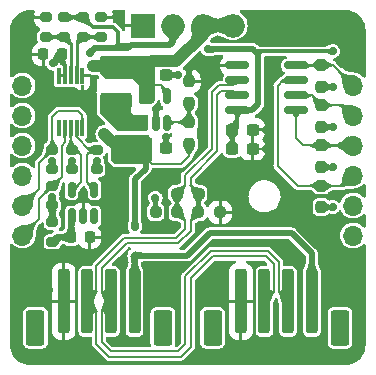
<source format=gtl>
G04 #@! TF.GenerationSoftware,KiCad,Pcbnew,7.0.1*
G04 #@! TF.CreationDate,2023-07-17T03:26:51+02:00*
G04 #@! TF.ProjectId,RS485_interface,52533438-355f-4696-9e74-657266616365,2*
G04 #@! TF.SameCoordinates,Original*
G04 #@! TF.FileFunction,Copper,L1,Top*
G04 #@! TF.FilePolarity,Positive*
%FSLAX46Y46*%
G04 Gerber Fmt 4.6, Leading zero omitted, Abs format (unit mm)*
G04 Created by KiCad (PCBNEW 7.0.1) date 2023-07-17 03:26:51*
%MOMM*%
%LPD*%
G01*
G04 APERTURE LIST*
G04 Aperture macros list*
%AMRoundRect*
0 Rectangle with rounded corners*
0 $1 Rounding radius*
0 $2 $3 $4 $5 $6 $7 $8 $9 X,Y pos of 4 corners*
0 Add a 4 corners polygon primitive as box body*
4,1,4,$2,$3,$4,$5,$6,$7,$8,$9,$2,$3,0*
0 Add four circle primitives for the rounded corners*
1,1,$1+$1,$2,$3*
1,1,$1+$1,$4,$5*
1,1,$1+$1,$6,$7*
1,1,$1+$1,$8,$9*
0 Add four rect primitives between the rounded corners*
20,1,$1+$1,$2,$3,$4,$5,0*
20,1,$1+$1,$4,$5,$6,$7,0*
20,1,$1+$1,$6,$7,$8,$9,0*
20,1,$1+$1,$8,$9,$2,$3,0*%
G04 Aperture macros list end*
G04 #@! TA.AperFunction,ComponentPad*
%ADD10R,2.000000X2.000000*%
G04 #@! TD*
G04 #@! TA.AperFunction,ComponentPad*
%ADD11O,2.000000X2.000000*%
G04 #@! TD*
G04 #@! TA.AperFunction,ComponentPad*
%ADD12O,1.700000X1.700000*%
G04 #@! TD*
G04 #@! TA.AperFunction,SMDPad,CuDef*
%ADD13RoundRect,0.225000X0.225000X0.250000X-0.225000X0.250000X-0.225000X-0.250000X0.225000X-0.250000X0*%
G04 #@! TD*
G04 #@! TA.AperFunction,SMDPad,CuDef*
%ADD14RoundRect,0.225000X-0.225000X-0.250000X0.225000X-0.250000X0.225000X0.250000X-0.225000X0.250000X0*%
G04 #@! TD*
G04 #@! TA.AperFunction,SMDPad,CuDef*
%ADD15R,0.300000X1.400000*%
G04 #@! TD*
G04 #@! TA.AperFunction,SMDPad,CuDef*
%ADD16RoundRect,0.150000X0.150000X-0.512500X0.150000X0.512500X-0.150000X0.512500X-0.150000X-0.512500X0*%
G04 #@! TD*
G04 #@! TA.AperFunction,SMDPad,CuDef*
%ADD17RoundRect,0.200000X0.275000X-0.200000X0.275000X0.200000X-0.275000X0.200000X-0.275000X-0.200000X0*%
G04 #@! TD*
G04 #@! TA.AperFunction,SMDPad,CuDef*
%ADD18RoundRect,0.200000X-0.275000X0.200000X-0.275000X-0.200000X0.275000X-0.200000X0.275000X0.200000X0*%
G04 #@! TD*
G04 #@! TA.AperFunction,SMDPad,CuDef*
%ADD19RoundRect,0.250000X0.550000X1.250000X-0.550000X1.250000X-0.550000X-1.250000X0.550000X-1.250000X0*%
G04 #@! TD*
G04 #@! TA.AperFunction,SMDPad,CuDef*
%ADD20RoundRect,0.250000X0.250000X2.500000X-0.250000X2.500000X-0.250000X-2.500000X0.250000X-2.500000X0*%
G04 #@! TD*
G04 #@! TA.AperFunction,SMDPad,CuDef*
%ADD21RoundRect,0.237500X-0.300000X-0.237500X0.300000X-0.237500X0.300000X0.237500X-0.300000X0.237500X0*%
G04 #@! TD*
G04 #@! TA.AperFunction,SMDPad,CuDef*
%ADD22RoundRect,0.237500X0.250000X0.237500X-0.250000X0.237500X-0.250000X-0.237500X0.250000X-0.237500X0*%
G04 #@! TD*
G04 #@! TA.AperFunction,SMDPad,CuDef*
%ADD23RoundRect,0.237500X0.237500X-0.250000X0.237500X0.250000X-0.237500X0.250000X-0.237500X-0.250000X0*%
G04 #@! TD*
G04 #@! TA.AperFunction,SMDPad,CuDef*
%ADD24RoundRect,0.250000X0.300000X-0.300000X0.300000X0.300000X-0.300000X0.300000X-0.300000X-0.300000X0*%
G04 #@! TD*
G04 #@! TA.AperFunction,SMDPad,CuDef*
%ADD25RoundRect,0.150000X0.825000X0.150000X-0.825000X0.150000X-0.825000X-0.150000X0.825000X-0.150000X0*%
G04 #@! TD*
G04 #@! TA.AperFunction,SMDPad,CuDef*
%ADD26RoundRect,0.250001X-1.074999X0.462499X-1.074999X-0.462499X1.074999X-0.462499X1.074999X0.462499X0*%
G04 #@! TD*
G04 #@! TA.AperFunction,ViaPad*
%ADD27C,0.700000*%
G04 #@! TD*
G04 #@! TA.AperFunction,Conductor*
%ADD28C,1.000000*%
G04 #@! TD*
G04 #@! TA.AperFunction,Conductor*
%ADD29C,0.300000*%
G04 #@! TD*
G04 #@! TA.AperFunction,Conductor*
%ADD30C,0.200000*%
G04 #@! TD*
G04 #@! TA.AperFunction,Conductor*
%ADD31C,0.500000*%
G04 #@! TD*
G04 #@! TA.AperFunction,Conductor*
%ADD32C,0.250000*%
G04 #@! TD*
G04 APERTURE END LIST*
D10*
X103630001Y-47755420D03*
D11*
X106170001Y-47755420D03*
D12*
X93440001Y-52835420D03*
X93440001Y-55375420D03*
X93440001Y-57915420D03*
X93440001Y-60455420D03*
X93440001Y-62995420D03*
X93440001Y-65535420D03*
X121440001Y-65535420D03*
X121440001Y-62995420D03*
X121440001Y-60455420D03*
X121440001Y-57915420D03*
X121440001Y-55375420D03*
X121440001Y-52835420D03*
D11*
X108710001Y-47755420D03*
X111250001Y-47755420D03*
D13*
X96750301Y-50189978D03*
X95200301Y-50189978D03*
D14*
X97572501Y-65667920D03*
X99122501Y-65667920D03*
D15*
X98525301Y-52014978D03*
X98025301Y-52014978D03*
X97525301Y-52014978D03*
X97025301Y-52014978D03*
X96525301Y-52014978D03*
X96525301Y-56414978D03*
X97025301Y-56414978D03*
X97525301Y-56414978D03*
X98025301Y-56414978D03*
X98525301Y-56414978D03*
D16*
X97622501Y-63917920D03*
X98572501Y-63917920D03*
X99522501Y-63917920D03*
X99522501Y-61642920D03*
X97622501Y-61642920D03*
D17*
X95975301Y-62989978D03*
X95975301Y-61339978D03*
D18*
X98550301Y-48714978D03*
X98550301Y-47064978D03*
D17*
X100125301Y-47064978D03*
X100125301Y-48714978D03*
D18*
X96975301Y-48714978D03*
X96975301Y-47064978D03*
D17*
X95400301Y-47064978D03*
X95400301Y-48714978D03*
X99747501Y-59914978D03*
X99747501Y-58264978D03*
X97600301Y-59914978D03*
X97600301Y-58264978D03*
X95972501Y-66067920D03*
X95972501Y-64417920D03*
X95975301Y-59914978D03*
X95975301Y-58264978D03*
D19*
X94535001Y-73355420D03*
X105335001Y-73355420D03*
D20*
X96935001Y-71105420D03*
X98935001Y-71105420D03*
X100935001Y-71105420D03*
X102935001Y-71105420D03*
D19*
X109535001Y-73355420D03*
X120335001Y-73355420D03*
D20*
X111935001Y-71105420D03*
X113935001Y-71105420D03*
X115935001Y-71105420D03*
X117935001Y-71105420D03*
D21*
X103875301Y-51974978D03*
X105600301Y-51974978D03*
D22*
X108347501Y-63555420D03*
X110172501Y-63555420D03*
D23*
X107550301Y-57777478D03*
X107550301Y-55952478D03*
D24*
X101750301Y-58764978D03*
X101750301Y-55964978D03*
D23*
X107550301Y-54302478D03*
X107550301Y-52477478D03*
D25*
X116600301Y-54944978D03*
X116600301Y-53674978D03*
X116600301Y-52404978D03*
X116600301Y-51134978D03*
X111650301Y-51134978D03*
X111650301Y-52404978D03*
X111650301Y-53674978D03*
X111650301Y-54944978D03*
D23*
X118750301Y-51102478D03*
X118750301Y-52927478D03*
X118750301Y-54502478D03*
X118750301Y-56327478D03*
D22*
X106537501Y-61990420D03*
X108362501Y-61990420D03*
D21*
X111200301Y-56569978D03*
X112925301Y-56569978D03*
X111200301Y-58209978D03*
X112925301Y-58209978D03*
D26*
X101325301Y-51177478D03*
X101325301Y-54152478D03*
D22*
X104722501Y-63550420D03*
X106547501Y-63550420D03*
D23*
X118750301Y-61302478D03*
X118750301Y-63127478D03*
D21*
X103862801Y-58139978D03*
X105587801Y-58139978D03*
D16*
X103775301Y-55989978D03*
X104725301Y-55989978D03*
X105675301Y-55989978D03*
X105675301Y-53714978D03*
X103775301Y-53714978D03*
D23*
X118750301Y-59727478D03*
X118750301Y-57902478D03*
D27*
X100375000Y-56925000D03*
X99425000Y-51175000D03*
X118785301Y-48064978D03*
X113705301Y-48064978D03*
X116245301Y-48064978D03*
X121325301Y-48064978D03*
X121125001Y-70160420D03*
X121125001Y-67620420D03*
X118585001Y-75240420D03*
X118585001Y-65080420D03*
X116045001Y-75240420D03*
X116045001Y-67620420D03*
X116045001Y-62540420D03*
X113505001Y-75240420D03*
X113505001Y-60000420D03*
X110965001Y-75240420D03*
X110965001Y-60000420D03*
X108425001Y-70160420D03*
X105885001Y-70160420D03*
X100805001Y-62540420D03*
X98265001Y-75240420D03*
X98265001Y-67620420D03*
X95725001Y-70160420D03*
X95725001Y-67620420D03*
X93185001Y-70160420D03*
X93185001Y-67620420D03*
X93185001Y-49840420D03*
X119725301Y-49939978D03*
X119725301Y-52939978D03*
X119725301Y-56314978D03*
X119725301Y-59714978D03*
X119725301Y-63114978D03*
X109150301Y-49764978D03*
X99125301Y-50064978D03*
X96050301Y-50964978D03*
X104700301Y-62364978D03*
X95975301Y-62289478D03*
X95975301Y-59214478D03*
X99750301Y-59214478D03*
X97600301Y-59214478D03*
X100400301Y-65664978D03*
X101350301Y-47064978D03*
X94150301Y-47064978D03*
X107550301Y-51464978D03*
X114050301Y-58239978D03*
X105600301Y-57214978D03*
X114050301Y-56564978D03*
X106625301Y-51964978D03*
X104725301Y-54852478D03*
X110185001Y-62305420D03*
X109850301Y-51139978D03*
X102935001Y-67230420D03*
X102960001Y-64805420D03*
D28*
X101750301Y-58300301D02*
X101750301Y-58764978D01*
X100375000Y-56925000D02*
X101750301Y-58300301D01*
X101322823Y-51175000D02*
X101325301Y-51177478D01*
X99425000Y-51175000D02*
X101322823Y-51175000D01*
D29*
X113925301Y-49939978D02*
X113150301Y-49939978D01*
X113925301Y-49939978D02*
X113700301Y-49939978D01*
X119725301Y-49939978D02*
X113925301Y-49939978D01*
X113150301Y-49939978D02*
X112975301Y-49764978D01*
X113700301Y-49939978D02*
X113425301Y-50214978D01*
D30*
X119712801Y-52927478D02*
X119725301Y-52939978D01*
X118750301Y-52927478D02*
X119712801Y-52927478D01*
X119712801Y-56327478D02*
X119725301Y-56314978D01*
X118750301Y-56327478D02*
X119712801Y-56327478D01*
X119712801Y-59727478D02*
X119725301Y-59714978D01*
X118750301Y-59727478D02*
X119712801Y-59727478D01*
X119712801Y-63127478D02*
X119725301Y-63114978D01*
X118750301Y-63127478D02*
X119712801Y-63127478D01*
X94875301Y-64100120D02*
X93440001Y-65535420D01*
X94875301Y-62439978D02*
X94875301Y-64100120D01*
X95975301Y-61339978D02*
X94875301Y-62439978D01*
X94875301Y-61560120D02*
X93440001Y-62995420D01*
X94875301Y-59364978D02*
X94875301Y-61560120D01*
X95975301Y-58264978D02*
X94875301Y-59364978D01*
D31*
X113425301Y-54389978D02*
X112870301Y-54944978D01*
X112870301Y-54944978D02*
X111650301Y-54944978D01*
X112975301Y-49764978D02*
X113425301Y-50214978D01*
X113425301Y-50214978D02*
X113425301Y-54389978D01*
X109150301Y-49764978D02*
X112975301Y-49764978D01*
D28*
X103875301Y-51314978D02*
X103875301Y-51974978D01*
X104390301Y-50799978D02*
X103875301Y-51314978D01*
X106465301Y-50799978D02*
X104390301Y-50799978D01*
X108710001Y-48555278D02*
X106465301Y-50799978D01*
X108710001Y-47755420D02*
X108710001Y-48555278D01*
D29*
X101625301Y-49414978D02*
X102625301Y-49414978D01*
X101550301Y-49339978D02*
X101625301Y-49414978D01*
D31*
X102400301Y-49639978D02*
X101550301Y-49639978D01*
X105924656Y-49414978D02*
X106170001Y-49169633D01*
X106170001Y-49169633D02*
X106170001Y-47755420D01*
X102625301Y-49414978D02*
X102400301Y-49639978D01*
X102625301Y-49414978D02*
X105924656Y-49414978D01*
D29*
X101250301Y-49639978D02*
X101550301Y-49339978D01*
X101100301Y-49639978D02*
X101250301Y-49639978D01*
D31*
X101100301Y-49639978D02*
X100425301Y-49639978D01*
X101550301Y-49639978D02*
X101100301Y-49639978D01*
D29*
X101550301Y-48989978D02*
X101550301Y-49339978D01*
X101550301Y-48989978D02*
X101550301Y-49639978D01*
X101550301Y-48339978D02*
X101550301Y-48989978D01*
X101125301Y-47914978D02*
X101550301Y-48339978D01*
X99400301Y-47914978D02*
X101125301Y-47914978D01*
X98550301Y-47064978D02*
X99400301Y-47914978D01*
D31*
X102960001Y-60780278D02*
X102960001Y-64805420D01*
X103862801Y-59877478D02*
X102960001Y-60780278D01*
X99550301Y-49639978D02*
X99125301Y-50064978D01*
X100425301Y-49639978D02*
X99550301Y-49639978D01*
X96750301Y-50264978D02*
X96050301Y-50964978D01*
X96750301Y-50189978D02*
X96750301Y-50264978D01*
D30*
X104700301Y-62364978D02*
X104700301Y-63528220D01*
X104700301Y-63528220D02*
X104722501Y-63550420D01*
D31*
X95975301Y-62989978D02*
X95975301Y-62289478D01*
D30*
X95975301Y-59914978D02*
X95975301Y-59214478D01*
X99597501Y-59417278D02*
X99600301Y-59414478D01*
X99597501Y-60114978D02*
X99597501Y-59417278D01*
X99075301Y-58264978D02*
X99747501Y-58264978D01*
X98025301Y-56414978D02*
X98025301Y-57214978D01*
X98875301Y-60995720D02*
X99522501Y-61642920D01*
X99747501Y-58264978D02*
X99300301Y-58264978D01*
X99300301Y-58264978D02*
X98875301Y-58689978D01*
X98875301Y-58689978D02*
X98875301Y-60995720D01*
X98025301Y-57214978D02*
X99075301Y-58264978D01*
X97600301Y-59914978D02*
X97600301Y-59214478D01*
X98400301Y-61039978D02*
X97797359Y-61642920D01*
X98400301Y-58689978D02*
X98400301Y-61039978D01*
X97975301Y-58264978D02*
X98400301Y-58689978D01*
X97600301Y-58264978D02*
X97975301Y-58264978D01*
X97797359Y-61642920D02*
X97622501Y-61642920D01*
D31*
X95972501Y-62992778D02*
X95975301Y-62989978D01*
X95972501Y-64417920D02*
X95972501Y-62992778D01*
X96372501Y-65667920D02*
X95972501Y-66067920D01*
X97572501Y-65667920D02*
X96372501Y-65667920D01*
D30*
X100160002Y-70330421D02*
X100935001Y-71105420D01*
X100160002Y-68273477D02*
X100160002Y-70330421D01*
X102253059Y-66180420D02*
X100160002Y-68273477D01*
X106653201Y-66180420D02*
X102253059Y-66180420D01*
X107687502Y-65146119D02*
X106653201Y-66180420D01*
X107687502Y-64215419D02*
X107687502Y-65146119D01*
X108347501Y-63555420D02*
X107687502Y-64215419D01*
X99710000Y-70330421D02*
X98935001Y-71105420D01*
X102066659Y-65730420D02*
X99710000Y-68087079D01*
X107237500Y-64959721D02*
X106466801Y-65730420D01*
X107237500Y-64240419D02*
X107237500Y-64959721D01*
X106466801Y-65730420D02*
X102066659Y-65730420D01*
X106547501Y-63550420D02*
X107237500Y-64240419D01*
X99710000Y-68087079D02*
X99710000Y-70330421D01*
D31*
X97572501Y-63967920D02*
X97622501Y-63917920D01*
X97572501Y-65667920D02*
X97572501Y-63967920D01*
D30*
X98175301Y-55014978D02*
X96425301Y-55014978D01*
X95975301Y-55464978D02*
X95975301Y-58264978D01*
X98525301Y-55364978D02*
X98175301Y-55014978D01*
X98525301Y-56414978D02*
X98525301Y-55364978D01*
X96425301Y-55014978D02*
X95975301Y-55464978D01*
X97025301Y-57657871D02*
X96750301Y-57932871D01*
X96750301Y-57932871D02*
X96750301Y-60564978D01*
X97025301Y-56414978D02*
X97025301Y-57657871D01*
X96750301Y-60564978D02*
X95975301Y-61339978D01*
X97525301Y-58189978D02*
X97600301Y-58264978D01*
X97525301Y-56414978D02*
X97525301Y-58189978D01*
D31*
X103862801Y-58139978D02*
X103862801Y-59877478D01*
D30*
X115050301Y-59614978D02*
X116737801Y-61302478D01*
X116737801Y-61302478D02*
X118750301Y-61302478D01*
X115050301Y-52839978D02*
X115050301Y-59614978D01*
X115485301Y-52404978D02*
X115050301Y-52839978D01*
X116600301Y-52404978D02*
X115485301Y-52404978D01*
X117187801Y-57902478D02*
X118750301Y-57902478D01*
X116600301Y-57314978D02*
X117187801Y-57902478D01*
X116600301Y-54944978D02*
X116600301Y-57314978D01*
X117922801Y-53674978D02*
X118750301Y-54502478D01*
X116600301Y-53674978D02*
X117922801Y-53674978D01*
X118717801Y-51134978D02*
X118750301Y-51102478D01*
X116600301Y-51134978D02*
X118717801Y-51134978D01*
X118787801Y-61339978D02*
X118750301Y-61302478D01*
X120555443Y-61339978D02*
X118787801Y-61339978D01*
X121440001Y-60455420D02*
X120555443Y-61339978D01*
X118763243Y-57915420D02*
X121440001Y-57915420D01*
X118750301Y-57902478D02*
X118763243Y-57915420D01*
X120567059Y-54502478D02*
X121440001Y-55375420D01*
X118750301Y-54502478D02*
X120567059Y-54502478D01*
X119707059Y-51102478D02*
X121440001Y-52835420D01*
X118750301Y-51102478D02*
X119707059Y-51102478D01*
D29*
X96975301Y-47064978D02*
X98550301Y-47064978D01*
D31*
X96750301Y-50789978D02*
X96862801Y-50902478D01*
X96750301Y-50189978D02*
X96750301Y-50789978D01*
D29*
X97025301Y-51064978D02*
X96862801Y-50902478D01*
X97025301Y-52014978D02*
X97025301Y-51064978D01*
D30*
X111240302Y-53264979D02*
X111650301Y-53674978D01*
X109950301Y-53608178D02*
X110293500Y-53264979D01*
X109950301Y-58358178D02*
X109950301Y-53608178D01*
X107675002Y-60633477D02*
X109950301Y-58358178D01*
X107675002Y-61302921D02*
X107675002Y-60633477D01*
X108362501Y-61990420D02*
X107675002Y-61302921D01*
X111240302Y-52814977D02*
X111650301Y-52404978D01*
X110107102Y-52814977D02*
X111240302Y-52814977D01*
X109500301Y-53421778D02*
X110107102Y-52814977D01*
X109500301Y-58171778D02*
X109500301Y-53421778D01*
X107225000Y-60447079D02*
X109500301Y-58171778D01*
X107225000Y-61302921D02*
X107225000Y-60447079D01*
X110293500Y-53264979D02*
X111240302Y-53264979D01*
X106537501Y-61990420D02*
X107225000Y-61302921D01*
X97025301Y-52014978D02*
X96525301Y-52014978D01*
D32*
X98550301Y-48714978D02*
X100125301Y-48714978D01*
X95400301Y-48714978D02*
X96975301Y-48714978D01*
X97525301Y-49264978D02*
X96975301Y-48714978D01*
X97525301Y-52014978D02*
X97525301Y-49264978D01*
X98025301Y-49239978D02*
X98550301Y-48714978D01*
X98025301Y-52014978D02*
X98025301Y-49239978D01*
D30*
X105175301Y-52789978D02*
X104075301Y-52789978D01*
D28*
X108710001Y-47755420D02*
X111250001Y-47755420D01*
D30*
X105675301Y-53289978D02*
X105300301Y-52914978D01*
X105675301Y-53714978D02*
X105675301Y-53289978D01*
X105300301Y-52914978D02*
X105175301Y-52789978D01*
D29*
X111650301Y-56119978D02*
X111200301Y-56569978D01*
X111650301Y-54944978D02*
X111650301Y-56119978D01*
X111200301Y-56569978D02*
X111200301Y-58209978D01*
D31*
X105587801Y-58139978D02*
X105587801Y-57227478D01*
X107550301Y-52477478D02*
X107550301Y-51464978D01*
X106615301Y-51974978D02*
X106625301Y-51964978D01*
X104725301Y-55989978D02*
X104725301Y-54852478D01*
X105600301Y-51974978D02*
X106615301Y-51974978D01*
X105587801Y-57227478D02*
X105600301Y-57214978D01*
X102935001Y-71105420D02*
X102935001Y-67230420D01*
D30*
X104450301Y-59489978D02*
X106825301Y-59489978D01*
X106825301Y-59489978D02*
X107550301Y-58764978D01*
X103862801Y-58139978D02*
X103862801Y-58902478D01*
D31*
X102935001Y-67230420D02*
X107410001Y-67230420D01*
D30*
X103862801Y-58902478D02*
X104450301Y-59489978D01*
X107550301Y-58764978D02*
X107550301Y-57777478D01*
D31*
X109285001Y-65355420D02*
X116235001Y-65355420D01*
X117935001Y-67055420D02*
X117935001Y-71105420D01*
X102935001Y-71105420D02*
X102935001Y-68230420D01*
X116235001Y-65355420D02*
X117935001Y-67055420D01*
X107410001Y-67230420D02*
X109285001Y-65355420D01*
D30*
X107550301Y-55952478D02*
X107550301Y-54302478D01*
X107550301Y-55952478D02*
X105712801Y-55952478D01*
X105712801Y-55952478D02*
X105675301Y-55989978D01*
X100160002Y-71880419D02*
X100935001Y-71105420D01*
X114228201Y-66855420D02*
X109366801Y-66855420D01*
X100160002Y-74562221D02*
X100160002Y-71880419D01*
X115935001Y-71105420D02*
X115160002Y-70330421D01*
X107235001Y-74762220D02*
X106641801Y-75355420D01*
X107235001Y-68987220D02*
X107235001Y-74762220D01*
X108347501Y-63555420D02*
X108347501Y-62005420D01*
X108347501Y-62005420D02*
X108362501Y-61990420D01*
X109366801Y-66855420D02*
X107235001Y-68987220D01*
X100953201Y-75355420D02*
X100160002Y-74562221D01*
X115160002Y-67787221D02*
X114228201Y-66855420D01*
X115160002Y-70330421D02*
X115160002Y-67787221D01*
X106641801Y-75355420D02*
X100953201Y-75355420D01*
X114041801Y-67305420D02*
X109553201Y-67305420D01*
X113935001Y-71105420D02*
X114710000Y-70330421D01*
X114710000Y-67973619D02*
X114041801Y-67305420D01*
X107685001Y-74948620D02*
X106828201Y-75805420D01*
X107685001Y-69173620D02*
X107685001Y-74948620D01*
X109553201Y-67305420D02*
X107685001Y-69173620D01*
X99710000Y-71880419D02*
X98935001Y-71105420D01*
X106828201Y-75805420D02*
X100766801Y-75805420D01*
X106547501Y-63550420D02*
X106547501Y-62000420D01*
X106547501Y-62000420D02*
X106537501Y-61990420D01*
X100766801Y-75805420D02*
X99710000Y-74748619D01*
X114710000Y-70330421D02*
X114710000Y-67973619D01*
X99710000Y-74748619D02*
X99710000Y-71880419D01*
G04 #@! TA.AperFunction,Conductor*
G36*
X104146392Y-57049417D02*
G01*
X104186620Y-57076297D01*
X104363982Y-57253659D01*
X104390862Y-57293887D01*
X104400301Y-57341340D01*
X104400301Y-59113616D01*
X104390862Y-59161069D01*
X104363982Y-59201297D01*
X104086620Y-59478659D01*
X104046392Y-59505539D01*
X103998939Y-59514978D01*
X101351663Y-59514978D01*
X101304210Y-59505539D01*
X101263982Y-59478659D01*
X100986620Y-59201297D01*
X100959740Y-59161069D01*
X100950301Y-59113616D01*
X100950301Y-57416340D01*
X100959740Y-57368887D01*
X100986620Y-57328659D01*
X101238982Y-57076297D01*
X101279210Y-57049417D01*
X101326663Y-57039978D01*
X104098939Y-57039978D01*
X104146392Y-57049417D01*
G37*
G04 #@! TD.AperFunction*
G04 #@! TA.AperFunction,Conductor*
G36*
X104371392Y-50324417D02*
G01*
X104411620Y-50351297D01*
X104588982Y-50528659D01*
X104615862Y-50568887D01*
X104625301Y-50616340D01*
X104625301Y-54088616D01*
X104615862Y-54136069D01*
X104588984Y-54176294D01*
X104554210Y-54211069D01*
X104465296Y-54299982D01*
X104425074Y-54326858D01*
X104422462Y-54327939D01*
X104407587Y-54339354D01*
X104371959Y-54358397D01*
X104332101Y-54364978D01*
X103476663Y-54364978D01*
X103429210Y-54355539D01*
X103388982Y-54328659D01*
X103311620Y-54251297D01*
X103284740Y-54211069D01*
X103275301Y-54163616D01*
X103275301Y-52764979D01*
X103275300Y-52764977D01*
X102775301Y-52264978D01*
X100526663Y-52264978D01*
X100479210Y-52255539D01*
X100438982Y-52228659D01*
X100036620Y-51826297D01*
X100009740Y-51786069D01*
X100000301Y-51738616D01*
X100000301Y-50541340D01*
X100009740Y-50493887D01*
X100036620Y-50453659D01*
X100138982Y-50351297D01*
X100179210Y-50324417D01*
X100226663Y-50314978D01*
X104323939Y-50314978D01*
X104371392Y-50324417D01*
G37*
G04 #@! TD.AperFunction*
G04 #@! TA.AperFunction,Conductor*
G36*
X102588301Y-54106591D02*
G01*
X102633688Y-54151978D01*
X102650301Y-54213978D01*
X102650301Y-55114978D01*
X102850301Y-55314978D01*
X103948939Y-55314978D01*
X103996392Y-55324417D01*
X104036620Y-55351297D01*
X104038982Y-55353659D01*
X104065862Y-55393887D01*
X104075301Y-55441340D01*
X104075301Y-56513616D01*
X104065862Y-56561069D01*
X104038982Y-56601297D01*
X104011620Y-56628659D01*
X103971392Y-56655539D01*
X103923939Y-56664978D01*
X101526663Y-56664978D01*
X101479210Y-56655539D01*
X101438982Y-56628659D01*
X100036620Y-55226297D01*
X100009740Y-55186069D01*
X100000301Y-55138616D01*
X100000301Y-54213978D01*
X100016914Y-54151978D01*
X100062301Y-54106591D01*
X100124301Y-54089978D01*
X102526301Y-54089978D01*
X102588301Y-54106591D01*
G37*
G04 #@! TD.AperFunction*
G04 #@! TA.AperFunction,Conductor*
G36*
X115767943Y-50355505D02*
G01*
X115812770Y-50396943D01*
X115832393Y-50454750D01*
X115822054Y-50514914D01*
X115784261Y-50562854D01*
X115728174Y-50586950D01*
X115649997Y-50599332D01*
X115649995Y-50599332D01*
X115649994Y-50599333D01*
X115536958Y-50656927D01*
X115447251Y-50746634D01*
X115389654Y-50859675D01*
X115374801Y-50953456D01*
X115374801Y-51316492D01*
X115378993Y-51342959D01*
X115389655Y-51410282D01*
X115389655Y-51410283D01*
X115389656Y-51410284D01*
X115447250Y-51523320D01*
X115536957Y-51613027D01*
X115628151Y-51659493D01*
X115677583Y-51705188D01*
X115695856Y-51769978D01*
X115677583Y-51834768D01*
X115628151Y-51880463D01*
X115536959Y-51926927D01*
X115435084Y-52028803D01*
X115431109Y-52034225D01*
X115398630Y-52057208D01*
X115393469Y-52059731D01*
X115377211Y-52064939D01*
X115327114Y-52092050D01*
X115322562Y-52094393D01*
X115272105Y-52119060D01*
X115234081Y-52160365D01*
X115230534Y-52164061D01*
X114837256Y-52557339D01*
X114817405Y-52573461D01*
X114809633Y-52578539D01*
X114791801Y-52601449D01*
X114782066Y-52612474D01*
X114770742Y-52628335D01*
X114767693Y-52632423D01*
X114764025Y-52637137D01*
X114733192Y-52676751D01*
X114717172Y-52730560D01*
X114715610Y-52735436D01*
X114697375Y-52788555D01*
X114699695Y-52844646D01*
X114699801Y-52849770D01*
X114699801Y-59565766D01*
X114697162Y-59591212D01*
X114695258Y-59600292D01*
X114698849Y-59629101D01*
X114699759Y-59643773D01*
X114702966Y-59662991D01*
X114703704Y-59668056D01*
X114710652Y-59723787D01*
X114737382Y-59773180D01*
X114739722Y-59777725D01*
X114761103Y-59821462D01*
X114761104Y-59821463D01*
X114764385Y-59828174D01*
X114769882Y-59833234D01*
X114769883Y-59833236D01*
X114782684Y-59845020D01*
X114805700Y-59866208D01*
X114809398Y-59869757D01*
X116455162Y-61515521D01*
X116471290Y-61535381D01*
X116476364Y-61543147D01*
X116499274Y-61560978D01*
X116510295Y-61570711D01*
X116526148Y-61582030D01*
X116530251Y-61585089D01*
X116568675Y-61614995D01*
X116568676Y-61614995D01*
X116574573Y-61619585D01*
X116628379Y-61635604D01*
X116633253Y-61637165D01*
X116679313Y-61652978D01*
X116679314Y-61652978D01*
X116686378Y-61655403D01*
X116693844Y-61655094D01*
X116693847Y-61655095D01*
X116742469Y-61653083D01*
X116747593Y-61652978D01*
X117734049Y-61652978D01*
X117763590Y-61656548D01*
X117793024Y-61663768D01*
X117834779Y-61674010D01*
X117853232Y-61680106D01*
X117925737Y-61710545D01*
X117941087Y-61718281D01*
X118023275Y-61767124D01*
X118035490Y-61775406D01*
X118076872Y-61807220D01*
X118103520Y-61827707D01*
X118127210Y-61851702D01*
X118135013Y-61862125D01*
X118164185Y-61901094D01*
X118276523Y-61985190D01*
X118408002Y-62034229D01*
X118466127Y-62040478D01*
X119034471Y-62040478D01*
X119034475Y-62040478D01*
X119092600Y-62034229D01*
X119224079Y-61985190D01*
X119336417Y-61901094D01*
X119355193Y-61876010D01*
X119383074Y-61848930D01*
X119455327Y-61798063D01*
X119468255Y-61790102D01*
X119548301Y-61747360D01*
X119564284Y-61740229D01*
X119635208Y-61714418D01*
X119654004Y-61709210D01*
X119738943Y-61692743D01*
X119762540Y-61690478D01*
X120077597Y-61690478D01*
X120089018Y-61691005D01*
X120129356Y-61694736D01*
X120129356Y-61694735D01*
X120129357Y-61694736D01*
X120227674Y-61690588D01*
X120232902Y-61690478D01*
X120506231Y-61690478D01*
X120531677Y-61693117D01*
X120532999Y-61693394D01*
X120540758Y-61695021D01*
X120566807Y-61691773D01*
X120569566Y-61691430D01*
X120584238Y-61690519D01*
X120603456Y-61687312D01*
X120608512Y-61686574D01*
X120656836Y-61680551D01*
X120656837Y-61680550D01*
X120664251Y-61679626D01*
X120670820Y-61676070D01*
X120670824Y-61676070D01*
X120713646Y-61652894D01*
X120718192Y-61650554D01*
X120723174Y-61648120D01*
X120726182Y-61646650D01*
X120756609Y-61636406D01*
X120913616Y-61605406D01*
X120920125Y-61604300D01*
X121125642Y-61575020D01*
X121137894Y-61573891D01*
X121439576Y-61561165D01*
X121447541Y-61559273D01*
X121476184Y-61555920D01*
X121541975Y-61555920D01*
X121541977Y-61555920D01*
X121742457Y-61518444D01*
X121932638Y-61444768D01*
X122106042Y-61337401D01*
X122256765Y-61199999D01*
X122262611Y-61192258D01*
X122276847Y-61173407D01*
X122324668Y-61135166D01*
X122384958Y-61124472D01*
X122443015Y-61143930D01*
X122484683Y-61188797D01*
X122499801Y-61248133D01*
X122499801Y-62202707D01*
X122484683Y-62262043D01*
X122443015Y-62306910D01*
X122384958Y-62326368D01*
X122324668Y-62315674D01*
X122276847Y-62277433D01*
X122256766Y-62250841D01*
X122106042Y-62113438D01*
X121932639Y-62006072D01*
X121742458Y-61932396D01*
X121654018Y-61915864D01*
X121541977Y-61894920D01*
X121338025Y-61894920D01*
X121237785Y-61913657D01*
X121137543Y-61932396D01*
X120947362Y-62006072D01*
X120773959Y-62113438D01*
X120623237Y-62250839D01*
X120500325Y-62413601D01*
X120409419Y-62596167D01*
X120388921Y-62668208D01*
X120353368Y-62725749D01*
X120292908Y-62756072D01*
X120225528Y-62750155D01*
X120171279Y-62709758D01*
X120153582Y-62686695D01*
X120028141Y-62590441D01*
X119882063Y-62529934D01*
X119725301Y-62509295D01*
X119568536Y-62529934D01*
X119519496Y-62550246D01*
X119512242Y-62552988D01*
X119472062Y-62566756D01*
X119420807Y-62572958D01*
X119371468Y-62557748D01*
X119350422Y-62539346D01*
X119300128Y-62501696D01*
X119224079Y-62444766D01*
X119092600Y-62395727D01*
X119034475Y-62389478D01*
X118466127Y-62389478D01*
X118419627Y-62394477D01*
X118408001Y-62395727D01*
X118276523Y-62444766D01*
X118164185Y-62528862D01*
X118080089Y-62641200D01*
X118032849Y-62767857D01*
X118031050Y-62772679D01*
X118024801Y-62830804D01*
X118024801Y-63424152D01*
X118031050Y-63482277D01*
X118080089Y-63613756D01*
X118164185Y-63726094D01*
X118276523Y-63810190D01*
X118408002Y-63859229D01*
X118466127Y-63865478D01*
X119034471Y-63865478D01*
X119034475Y-63865478D01*
X119092600Y-63859229D01*
X119224079Y-63810190D01*
X119336417Y-63726094D01*
X119347193Y-63711697D01*
X119385537Y-63678006D01*
X119434211Y-63662615D01*
X119484954Y-63668136D01*
X119511703Y-63676873D01*
X119520593Y-63680161D01*
X119568539Y-63700022D01*
X119657258Y-63711702D01*
X119725300Y-63720660D01*
X119725300Y-63720659D01*
X119725301Y-63720660D01*
X119882063Y-63700022D01*
X120028142Y-63639514D01*
X120153583Y-63543260D01*
X120232735Y-63440106D01*
X120281678Y-63401873D01*
X120343025Y-63392168D01*
X120401383Y-63413429D01*
X120442109Y-63460322D01*
X120500327Y-63577240D01*
X120623237Y-63740000D01*
X120773959Y-63877401D01*
X120892875Y-63951030D01*
X120947364Y-63984768D01*
X121137545Y-64058444D01*
X121338025Y-64095920D01*
X121541975Y-64095920D01*
X121541977Y-64095920D01*
X121742457Y-64058444D01*
X121932638Y-63984768D01*
X122106042Y-63877401D01*
X122256765Y-63739999D01*
X122262611Y-63732258D01*
X122276847Y-63713407D01*
X122324668Y-63675166D01*
X122384958Y-63664472D01*
X122443015Y-63683930D01*
X122484683Y-63728797D01*
X122499801Y-63788133D01*
X122499801Y-64742707D01*
X122484683Y-64802043D01*
X122443015Y-64846910D01*
X122384958Y-64866368D01*
X122324668Y-64855674D01*
X122276847Y-64817433D01*
X122256766Y-64790841D01*
X122106042Y-64653438D01*
X121932639Y-64546072D01*
X121742458Y-64472396D01*
X121664867Y-64457892D01*
X121541977Y-64434920D01*
X121338025Y-64434920D01*
X121263768Y-64448801D01*
X121137543Y-64472396D01*
X120947362Y-64546072D01*
X120773959Y-64653438D01*
X120623237Y-64790839D01*
X120500325Y-64953601D01*
X120409419Y-65136168D01*
X120353603Y-65332336D01*
X120334786Y-65535420D01*
X120353603Y-65738503D01*
X120409419Y-65934671D01*
X120500325Y-66117238D01*
X120623237Y-66280000D01*
X120773959Y-66417401D01*
X120943360Y-66522289D01*
X120947364Y-66524768D01*
X121137545Y-66598444D01*
X121338025Y-66635920D01*
X121541975Y-66635920D01*
X121541977Y-66635920D01*
X121742457Y-66598444D01*
X121932638Y-66524768D01*
X122106042Y-66417401D01*
X122256765Y-66279999D01*
X122256766Y-66279998D01*
X122276847Y-66253407D01*
X122324668Y-66215166D01*
X122384958Y-66204472D01*
X122443015Y-66223930D01*
X122484683Y-66268797D01*
X122499801Y-66328133D01*
X122499801Y-74722263D01*
X122499800Y-74722269D01*
X122499800Y-74785555D01*
X122499484Y-74794400D01*
X122483137Y-75022996D01*
X122480620Y-75040507D01*
X122432848Y-75260126D01*
X122427863Y-75277103D01*
X122349325Y-75487675D01*
X122341976Y-75503768D01*
X122234268Y-75701023D01*
X122224703Y-75715907D01*
X122090018Y-75895828D01*
X122078432Y-75909199D01*
X121919513Y-76068120D01*
X121906142Y-76079706D01*
X121726223Y-76214393D01*
X121711339Y-76223958D01*
X121514089Y-76331666D01*
X121497996Y-76339016D01*
X121287414Y-76417560D01*
X121270438Y-76422544D01*
X121050833Y-76470316D01*
X121033322Y-76472834D01*
X120825416Y-76487704D01*
X120805040Y-76489162D01*
X120796195Y-76489478D01*
X94104729Y-76489478D01*
X94095883Y-76489162D01*
X93867284Y-76472812D01*
X93849772Y-76470294D01*
X93630165Y-76422521D01*
X93613194Y-76417538D01*
X93402616Y-76338997D01*
X93386524Y-76331648D01*
X93189270Y-76223937D01*
X93174388Y-76214372D01*
X92994474Y-76079690D01*
X92981102Y-76068104D01*
X92822185Y-75909185D01*
X92810599Y-75895813D01*
X92675916Y-75715894D01*
X92666351Y-75701011D01*
X92558643Y-75503756D01*
X92551294Y-75487663D01*
X92546809Y-75475637D01*
X92472753Y-75277080D01*
X92467775Y-75260126D01*
X92420001Y-75040504D01*
X92417486Y-75023007D01*
X92401117Y-74794106D01*
X92400801Y-74785259D01*
X92400801Y-74770378D01*
X92400802Y-74742387D01*
X92400801Y-74742384D01*
X92400801Y-74653289D01*
X93484501Y-74653289D01*
X93490910Y-74712904D01*
X93501907Y-74742387D01*
X93541205Y-74847751D01*
X93627455Y-74962966D01*
X93742670Y-75049216D01*
X93877518Y-75099511D01*
X93937128Y-75105920D01*
X95132873Y-75105919D01*
X95192484Y-75099511D01*
X95327332Y-75049216D01*
X95442547Y-74962966D01*
X95528797Y-74847751D01*
X95579092Y-74712903D01*
X95585501Y-74653293D01*
X95585500Y-72057548D01*
X95579092Y-71997937D01*
X95528797Y-71863089D01*
X95442547Y-71747874D01*
X95327332Y-71661624D01*
X95192484Y-71611329D01*
X95132874Y-71604920D01*
X95132870Y-71604920D01*
X93937131Y-71604920D01*
X93877516Y-71611329D01*
X93742670Y-71661624D01*
X93627455Y-71747874D01*
X93541205Y-71863088D01*
X93490910Y-71997936D01*
X93484501Y-72057550D01*
X93484501Y-74653289D01*
X92400801Y-74653289D01*
X92400801Y-71230420D01*
X95935002Y-71230420D01*
X95935002Y-73655399D01*
X95945494Y-73758115D01*
X96000643Y-73924542D01*
X96092684Y-74073765D01*
X96216655Y-74197736D01*
X96365878Y-74289777D01*
X96532304Y-74344926D01*
X96635022Y-74355420D01*
X96810001Y-74355420D01*
X96810001Y-71230420D01*
X97060001Y-71230420D01*
X97060001Y-74355419D01*
X97234980Y-74355419D01*
X97337696Y-74344926D01*
X97504123Y-74289777D01*
X97653346Y-74197736D01*
X97777317Y-74073765D01*
X97869358Y-73924542D01*
X97924507Y-73758116D01*
X97935001Y-73655399D01*
X97935001Y-71230420D01*
X97060001Y-71230420D01*
X96810001Y-71230420D01*
X95935002Y-71230420D01*
X92400801Y-71230420D01*
X92400801Y-70980420D01*
X95935001Y-70980420D01*
X96810001Y-70980420D01*
X96810001Y-67855421D01*
X96635022Y-67855421D01*
X96532305Y-67865913D01*
X96365878Y-67921062D01*
X96216655Y-68013103D01*
X96092684Y-68137074D01*
X96000643Y-68286297D01*
X95945494Y-68452723D01*
X95935001Y-68555441D01*
X95935001Y-70980420D01*
X92400801Y-70980420D01*
X92400801Y-67855420D01*
X97060001Y-67855420D01*
X97060001Y-70980420D01*
X97935000Y-70980420D01*
X97935000Y-68555441D01*
X97924507Y-68452724D01*
X97869358Y-68286297D01*
X97777317Y-68137074D01*
X97653346Y-68013103D01*
X97504123Y-67921062D01*
X97337697Y-67865913D01*
X97234980Y-67855420D01*
X97060001Y-67855420D01*
X92400801Y-67855420D01*
X92400801Y-66355412D01*
X92415919Y-66296076D01*
X92457587Y-66251209D01*
X92515644Y-66231751D01*
X92575934Y-66242445D01*
X92614100Y-66272965D01*
X92614745Y-66272258D01*
X92773959Y-66417401D01*
X92943360Y-66522289D01*
X92947364Y-66524768D01*
X93137545Y-66598444D01*
X93338025Y-66635920D01*
X93541975Y-66635920D01*
X93541977Y-66635920D01*
X93742457Y-66598444D01*
X93932638Y-66524768D01*
X94106042Y-66417401D01*
X94203542Y-66328518D01*
X94256764Y-66280000D01*
X94262610Y-66272258D01*
X94379674Y-66117241D01*
X94470583Y-65934670D01*
X94484010Y-65887473D01*
X94484481Y-65885864D01*
X94490626Y-65865359D01*
X94581158Y-65563253D01*
X94586927Y-65540132D01*
X94587354Y-65538002D01*
X94587749Y-65535420D01*
X94590925Y-65514615D01*
X94598329Y-65444502D01*
X94621534Y-65224771D01*
X94621807Y-65222050D01*
X94641062Y-65018920D01*
X94647860Y-64988565D01*
X94648878Y-64985741D01*
X94701116Y-64840867D01*
X94720528Y-64805982D01*
X94883150Y-64600503D01*
X94913695Y-64561909D01*
X94913786Y-64561981D01*
X94926995Y-64544106D01*
X95035322Y-64435779D01*
X95084683Y-64405532D01*
X95142399Y-64400990D01*
X95195887Y-64423145D01*
X95233486Y-64467168D01*
X95247001Y-64523463D01*
X95247001Y-64672189D01*
X95249854Y-64702616D01*
X95294708Y-64830804D01*
X95375350Y-64940070D01*
X95484616Y-65020712D01*
X95484619Y-65020713D01*
X95612802Y-65065566D01*
X95624975Y-65066707D01*
X95643232Y-65068420D01*
X95965607Y-65068420D01*
X96025036Y-65083589D01*
X96069924Y-65125384D01*
X96089291Y-65183580D01*
X96078398Y-65243938D01*
X96048620Y-65280885D01*
X96050171Y-65282437D01*
X96034355Y-65298250D01*
X96027887Y-65304271D01*
X95990356Y-65336792D01*
X95987745Y-65340856D01*
X95971116Y-65361489D01*
X95963622Y-65368983D01*
X95933722Y-65391017D01*
X95898637Y-65403207D01*
X95833550Y-65415325D01*
X95810854Y-65417420D01*
X95643232Y-65417420D01*
X95612804Y-65420273D01*
X95484616Y-65465127D01*
X95375350Y-65545769D01*
X95294708Y-65655035D01*
X95249854Y-65783223D01*
X95247001Y-65813651D01*
X95247001Y-66322189D01*
X95249854Y-66352616D01*
X95294708Y-66480804D01*
X95375350Y-66590070D01*
X95484616Y-66670712D01*
X95493122Y-66673688D01*
X95612802Y-66715566D01*
X95624975Y-66716707D01*
X95643232Y-66718420D01*
X95643235Y-66718420D01*
X96301767Y-66718420D01*
X96301770Y-66718420D01*
X96316983Y-66716993D01*
X96332200Y-66715566D01*
X96460383Y-66670713D01*
X96460383Y-66670712D01*
X96460385Y-66670712D01*
X96569649Y-66590072D01*
X96569649Y-66590070D01*
X96569651Y-66590070D01*
X96650294Y-66480802D01*
X96687238Y-66375218D01*
X96700079Y-66348955D01*
X96706147Y-66339549D01*
X96713714Y-66327817D01*
X96717171Y-66322743D01*
X96752331Y-66273789D01*
X96791348Y-66238566D01*
X96841455Y-66222672D01*
X96893644Y-66228964D01*
X96919021Y-66237759D01*
X96929345Y-66241864D01*
X97014877Y-66280398D01*
X97024072Y-66285008D01*
X97091121Y-66322186D01*
X97095138Y-66324413D01*
X97109318Y-66333591D01*
X97117275Y-66339548D01*
X97117276Y-66339548D01*
X97117277Y-66339549D01*
X97245382Y-66387331D01*
X97245385Y-66387331D01*
X97245387Y-66387332D01*
X97302016Y-66393420D01*
X97842985Y-66393419D01*
X97899615Y-66387332D01*
X98027727Y-66339548D01*
X98109303Y-66278480D01*
X98172588Y-66254239D01*
X98239166Y-66266888D01*
X98289151Y-66312650D01*
X98324928Y-66370653D01*
X98444768Y-66490493D01*
X98589014Y-66579466D01*
X98749894Y-66632776D01*
X98849186Y-66642920D01*
X98997501Y-66642920D01*
X98997501Y-65792920D01*
X99247501Y-65792920D01*
X99247501Y-66642919D01*
X99395816Y-66642919D01*
X99495106Y-66632776D01*
X99655987Y-66579466D01*
X99800233Y-66490493D01*
X99920074Y-66370652D01*
X100009047Y-66226406D01*
X100062357Y-66065526D01*
X100072501Y-65966235D01*
X100072501Y-65792920D01*
X99247501Y-65792920D01*
X98997501Y-65792920D01*
X98997501Y-65666920D01*
X99014114Y-65604920D01*
X99059501Y-65559533D01*
X99121501Y-65542920D01*
X100072500Y-65542920D01*
X100072500Y-65369605D01*
X100062357Y-65270314D01*
X100009047Y-65109433D01*
X99920074Y-64965187D01*
X99899781Y-64944894D01*
X99867687Y-64889306D01*
X99867687Y-64825119D01*
X99899781Y-64769531D01*
X99910840Y-64758471D01*
X99910843Y-64758470D01*
X100000551Y-64668762D01*
X100058147Y-64555724D01*
X100073001Y-64461939D01*
X100073000Y-63373902D01*
X100058147Y-63280116D01*
X100016563Y-63198503D01*
X100000551Y-63167077D01*
X99910844Y-63077370D01*
X99797803Y-63019773D01*
X99704022Y-63004920D01*
X99340984Y-63004920D01*
X99317279Y-63008675D01*
X99259565Y-63004132D01*
X99210203Y-62973882D01*
X99124058Y-62887737D01*
X98982698Y-62804137D01*
X98824994Y-62758320D01*
X98788140Y-62755420D01*
X98697501Y-62755420D01*
X98697501Y-63918920D01*
X98680888Y-63980920D01*
X98635501Y-64026307D01*
X98573501Y-64042920D01*
X98571501Y-64042920D01*
X98509501Y-64026307D01*
X98464114Y-63980920D01*
X98447501Y-63918920D01*
X98447501Y-62755420D01*
X98356862Y-62755420D01*
X98320007Y-62758320D01*
X98162303Y-62804137D01*
X98020945Y-62887736D01*
X97934799Y-62973882D01*
X97885437Y-63004131D01*
X97827722Y-63008674D01*
X97804020Y-63004920D01*
X97804017Y-63004920D01*
X97440986Y-63004920D01*
X97394090Y-63012347D01*
X97347197Y-63019774D01*
X97347195Y-63019774D01*
X97347194Y-63019775D01*
X97234158Y-63077369D01*
X97144451Y-63167076D01*
X97086854Y-63280117D01*
X97072001Y-63373899D01*
X97072001Y-63875517D01*
X97070906Y-63891961D01*
X97067001Y-63921147D01*
X97067001Y-64694754D01*
X97063070Y-64725729D01*
X97039573Y-64816810D01*
X97038855Y-64819471D01*
X97004789Y-64940348D01*
X97003860Y-64943485D01*
X96978886Y-65023909D01*
X96949559Y-65073380D01*
X96901068Y-65104300D01*
X96836831Y-65126562D01*
X96825459Y-65129903D01*
X96746194Y-65149131D01*
X96733990Y-65151451D01*
X96661981Y-65161434D01*
X96597700Y-65153253D01*
X96546323Y-65113763D01*
X96521881Y-65053750D01*
X96531048Y-64989602D01*
X96560424Y-64952573D01*
X96650293Y-64830804D01*
X96651136Y-64828395D01*
X96695147Y-64702619D01*
X96698001Y-64672186D01*
X96698001Y-64163654D01*
X96695147Y-64133221D01*
X96650294Y-64005038D01*
X96598656Y-63935072D01*
X96584079Y-63909401D01*
X96581091Y-63902277D01*
X96579243Y-63897608D01*
X96577421Y-63892719D01*
X96558550Y-63842067D01*
X96554132Y-63830209D01*
X96552755Y-63826318D01*
X96526421Y-63747736D01*
X96525378Y-63744474D01*
X96524386Y-63741218D01*
X96519003Y-63704880D01*
X96524502Y-63668564D01*
X96525737Y-63664556D01*
X96526763Y-63661383D01*
X96553359Y-63582984D01*
X96554745Y-63579116D01*
X96555093Y-63578194D01*
X96580072Y-63511979D01*
X96581958Y-63507279D01*
X96584303Y-63501760D01*
X96598659Y-63476616D01*
X96602223Y-63471785D01*
X96653094Y-63402860D01*
X96697947Y-63274677D01*
X96700801Y-63244244D01*
X96700801Y-62735712D01*
X96697947Y-62705279D01*
X96653094Y-62577096D01*
X96653093Y-62577093D01*
X96597448Y-62501696D01*
X96578330Y-62463301D01*
X96573437Y-62420693D01*
X96579612Y-62317028D01*
X96579611Y-62317019D01*
X96579995Y-62310578D01*
X96580465Y-62293406D01*
X96580983Y-62289478D01*
X96560345Y-62132716D01*
X96514460Y-62021941D01*
X96505176Y-61968308D01*
X96519756Y-61915864D01*
X96555389Y-61874719D01*
X96572451Y-61862128D01*
X96572452Y-61862126D01*
X96572454Y-61862125D01*
X96653093Y-61752862D01*
X96659326Y-61735049D01*
X96697947Y-61624677D01*
X96700027Y-61602500D01*
X96700801Y-61594247D01*
X96700801Y-61502136D01*
X96705793Y-61467308D01*
X96722688Y-61409577D01*
X96743844Y-61337285D01*
X96744996Y-61333569D01*
X96751554Y-61313523D01*
X96790854Y-61193384D01*
X96792422Y-61188886D01*
X96831736Y-61082859D01*
X96872130Y-61027891D01*
X96935484Y-61002603D01*
X97002627Y-61014651D01*
X97053238Y-61060386D01*
X97072001Y-61125970D01*
X97072001Y-62186934D01*
X97074499Y-62202707D01*
X97086855Y-62280724D01*
X97086855Y-62280725D01*
X97086856Y-62280726D01*
X97144450Y-62393762D01*
X97234157Y-62483469D01*
X97234159Y-62483470D01*
X97347197Y-62541066D01*
X97440982Y-62555920D01*
X97804019Y-62555919D01*
X97897805Y-62541066D01*
X98010843Y-62483470D01*
X98100551Y-62393762D01*
X98158147Y-62280724D01*
X98173001Y-62186939D01*
X98173000Y-61906534D01*
X98186794Y-61849696D01*
X98201911Y-61820386D01*
X98204773Y-61815153D01*
X98251172Y-61735036D01*
X98254981Y-61728883D01*
X98297987Y-61663749D01*
X98303089Y-61656589D01*
X98341313Y-61606806D01*
X98348283Y-61598506D01*
X98370859Y-61573891D01*
X98386063Y-61557315D01*
X98390264Y-61550480D01*
X98408207Y-61527752D01*
X98565429Y-61370530D01*
X98612018Y-61341220D01*
X98666711Y-61334964D01*
X98718722Y-61352999D01*
X98757801Y-61391771D01*
X98774860Y-61418651D01*
X98778386Y-61424564D01*
X98825510Y-61508816D01*
X98828197Y-61513893D01*
X98877519Y-61612537D01*
X98879601Y-61616912D01*
X98930514Y-61729535D01*
X98932153Y-61733329D01*
X98932554Y-61734302D01*
X98962632Y-61807220D01*
X98972001Y-61854503D01*
X98972001Y-62186934D01*
X98974499Y-62202707D01*
X98986855Y-62280724D01*
X98986855Y-62280725D01*
X98986856Y-62280726D01*
X99044450Y-62393762D01*
X99134157Y-62483469D01*
X99134159Y-62483470D01*
X99247197Y-62541066D01*
X99340982Y-62555920D01*
X99704019Y-62555919D01*
X99797805Y-62541066D01*
X99910843Y-62483470D01*
X100000551Y-62393762D01*
X100058147Y-62280724D01*
X100073001Y-62186939D01*
X100073000Y-61098902D01*
X100058147Y-61005116D01*
X100012566Y-60915659D01*
X100000551Y-60892077D01*
X99910843Y-60802369D01*
X99906120Y-60799963D01*
X99857718Y-60755921D01*
X99838475Y-60693373D01*
X99853752Y-60629741D01*
X99899293Y-60582746D01*
X99962414Y-60565478D01*
X100076770Y-60565478D01*
X100091983Y-60564051D01*
X100107200Y-60562624D01*
X100235383Y-60517771D01*
X100235383Y-60517770D01*
X100235385Y-60517770D01*
X100344651Y-60437128D01*
X100425293Y-60327862D01*
X100430948Y-60311702D01*
X100470147Y-60199677D01*
X100473001Y-60169244D01*
X100473001Y-59660712D01*
X100470147Y-59630279D01*
X100425294Y-59502096D01*
X100364037Y-59419095D01*
X100343738Y-59376435D01*
X100340869Y-59329279D01*
X100355983Y-59214478D01*
X100354307Y-59201751D01*
X100335345Y-59057717D01*
X100335345Y-59057716D01*
X100288804Y-58945357D01*
X100279520Y-58891725D01*
X100294100Y-58839281D01*
X100329732Y-58798138D01*
X100344651Y-58787128D01*
X100425294Y-58677860D01*
X100453759Y-58596510D01*
X100493488Y-58540518D01*
X100556917Y-58514245D01*
X100624602Y-58525745D01*
X100675795Y-58571493D01*
X100694801Y-58637465D01*
X100694801Y-59113616D01*
X100699710Y-59163466D01*
X100709148Y-59210914D01*
X100723688Y-59258845D01*
X100747299Y-59303017D01*
X100774180Y-59343247D01*
X100795846Y-59369646D01*
X100805954Y-59381963D01*
X101083316Y-59659325D01*
X101085006Y-59660712D01*
X101122031Y-59691098D01*
X101162261Y-59717979D01*
X101186926Y-59731163D01*
X101206433Y-59741590D01*
X101254364Y-59756130D01*
X101301817Y-59765569D01*
X101351663Y-59770478D01*
X102962625Y-59770478D01*
X103018920Y-59783993D01*
X103062943Y-59821593D01*
X103085098Y-59875080D01*
X103080556Y-59932796D01*
X103050306Y-59982159D01*
X102653570Y-60378893D01*
X102632937Y-60395522D01*
X102628873Y-60398133D01*
X102596352Y-60435664D01*
X102590331Y-60442132D01*
X102580778Y-60451686D01*
X102572678Y-60462505D01*
X102567133Y-60469385D01*
X102534625Y-60506902D01*
X102532619Y-60511295D01*
X102519099Y-60534080D01*
X102516205Y-60537945D01*
X102508829Y-60557722D01*
X102498849Y-60584476D01*
X102495469Y-60592639D01*
X102474835Y-60637821D01*
X102474148Y-60642601D01*
X102467597Y-60668268D01*
X102465910Y-60672791D01*
X102462366Y-60722331D01*
X102461421Y-60731115D01*
X102459809Y-60742340D01*
X102459501Y-60744482D01*
X102459501Y-60757970D01*
X102459185Y-60766817D01*
X102455641Y-60816351D01*
X102456667Y-60821064D01*
X102459501Y-60847422D01*
X102459501Y-64065237D01*
X102455694Y-64095726D01*
X102454297Y-64101230D01*
X102446133Y-64238297D01*
X102443894Y-64255492D01*
X102427161Y-64338273D01*
X102425000Y-64347231D01*
X102399337Y-64438592D01*
X102399327Y-64438629D01*
X102396891Y-64447977D01*
X102396693Y-64448801D01*
X102394682Y-64457892D01*
X102370124Y-64579387D01*
X102367201Y-64597005D01*
X102366985Y-64598669D01*
X102365305Y-64616409D01*
X102355308Y-64784259D01*
X102354836Y-64801487D01*
X102354318Y-64805418D01*
X102374957Y-64962182D01*
X102435464Y-65108260D01*
X102490845Y-65180434D01*
X102515872Y-65243766D01*
X102503681Y-65310764D01*
X102457949Y-65361221D01*
X102392469Y-65379920D01*
X102115866Y-65379920D01*
X102090420Y-65377281D01*
X102081344Y-65375378D01*
X102052543Y-65378968D01*
X102037862Y-65379879D01*
X102018645Y-65383085D01*
X102013583Y-65383822D01*
X101957851Y-65390770D01*
X101908472Y-65417492D01*
X101903920Y-65419835D01*
X101853463Y-65444502D01*
X101815439Y-65485807D01*
X101811892Y-65489503D01*
X99496955Y-67804440D01*
X99477104Y-67820562D01*
X99469332Y-67825640D01*
X99451500Y-67848550D01*
X99441765Y-67859575D01*
X99430441Y-67875436D01*
X99427392Y-67879524D01*
X99413304Y-67897626D01*
X99392891Y-67923852D01*
X99376871Y-67977661D01*
X99375309Y-67982538D01*
X99361857Y-68021724D01*
X99332752Y-68068646D01*
X99286163Y-68098281D01*
X99239521Y-68103786D01*
X99239521Y-68104920D01*
X98637131Y-68104920D01*
X98577516Y-68111329D01*
X98442670Y-68161624D01*
X98327455Y-68247874D01*
X98241205Y-68363088D01*
X98190910Y-68497935D01*
X98190910Y-68497937D01*
X98184728Y-68555441D01*
X98184501Y-68557550D01*
X98184501Y-73653289D01*
X98184728Y-73655399D01*
X98190910Y-73712903D01*
X98241205Y-73847751D01*
X98327455Y-73962966D01*
X98442670Y-74049216D01*
X98577518Y-74099511D01*
X98637128Y-74105920D01*
X99232873Y-74105919D01*
X99235500Y-74105919D01*
X99297500Y-74122532D01*
X99342887Y-74167919D01*
X99359500Y-74229919D01*
X99359500Y-74699407D01*
X99356861Y-74724853D01*
X99354957Y-74733933D01*
X99358548Y-74762742D01*
X99359458Y-74777414D01*
X99362665Y-74796632D01*
X99363403Y-74801697D01*
X99370351Y-74857428D01*
X99397081Y-74906821D01*
X99399421Y-74911366D01*
X99420802Y-74955103D01*
X99420803Y-74955104D01*
X99424084Y-74961815D01*
X99429581Y-74966875D01*
X99429582Y-74966877D01*
X99431455Y-74968601D01*
X99465399Y-74999849D01*
X99469097Y-75003398D01*
X100484162Y-76018463D01*
X100500290Y-76038323D01*
X100505364Y-76046090D01*
X100528270Y-76063918D01*
X100539289Y-76073648D01*
X100539491Y-76073792D01*
X100539494Y-76073795D01*
X100555133Y-76084960D01*
X100559246Y-76088026D01*
X100596630Y-76117124D01*
X100603571Y-76122526D01*
X100610734Y-76124658D01*
X100610735Y-76124659D01*
X100657413Y-76138555D01*
X100662239Y-76140101D01*
X100708313Y-76155920D01*
X100708315Y-76155920D01*
X100715378Y-76158345D01*
X100722844Y-76158036D01*
X100722847Y-76158037D01*
X100771469Y-76156025D01*
X100776593Y-76155920D01*
X106778989Y-76155920D01*
X106804435Y-76158559D01*
X106805757Y-76158836D01*
X106813516Y-76160463D01*
X106839565Y-76157215D01*
X106842324Y-76156872D01*
X106856996Y-76155961D01*
X106876214Y-76152754D01*
X106881270Y-76152016D01*
X106929594Y-76145993D01*
X106929595Y-76145992D01*
X106937009Y-76145068D01*
X106943579Y-76141512D01*
X106943582Y-76141512D01*
X106986402Y-76118338D01*
X106990948Y-76115997D01*
X107034685Y-76094618D01*
X107034687Y-76094615D01*
X107041396Y-76091336D01*
X107046455Y-76085839D01*
X107046459Y-76085838D01*
X107079455Y-76049992D01*
X107082957Y-76046344D01*
X107898047Y-75231254D01*
X107917904Y-75215130D01*
X107925670Y-75210057D01*
X107943497Y-75187151D01*
X107953233Y-75176127D01*
X107953376Y-75175927D01*
X107964560Y-75160260D01*
X107967608Y-75156172D01*
X107997518Y-75117746D01*
X107997518Y-75117745D01*
X108002106Y-75111851D01*
X108004238Y-75104688D01*
X108004240Y-75104686D01*
X108018143Y-75057983D01*
X108019675Y-75053201D01*
X108035501Y-75007108D01*
X108035501Y-75007106D01*
X108037926Y-75000043D01*
X108037617Y-74992576D01*
X108037618Y-74992574D01*
X108035606Y-74943951D01*
X108035501Y-74938828D01*
X108035501Y-74653289D01*
X108484501Y-74653289D01*
X108490910Y-74712904D01*
X108501907Y-74742387D01*
X108541205Y-74847751D01*
X108627455Y-74962966D01*
X108742670Y-75049216D01*
X108877518Y-75099511D01*
X108937128Y-75105920D01*
X110132873Y-75105919D01*
X110192484Y-75099511D01*
X110327332Y-75049216D01*
X110442547Y-74962966D01*
X110528797Y-74847751D01*
X110579092Y-74712903D01*
X110585501Y-74653293D01*
X110585501Y-74653289D01*
X119284501Y-74653289D01*
X119290910Y-74712904D01*
X119301907Y-74742387D01*
X119341205Y-74847751D01*
X119427455Y-74962966D01*
X119542670Y-75049216D01*
X119677518Y-75099511D01*
X119737128Y-75105920D01*
X120932873Y-75105919D01*
X120992484Y-75099511D01*
X121127332Y-75049216D01*
X121242547Y-74962966D01*
X121328797Y-74847751D01*
X121379092Y-74712903D01*
X121385501Y-74653293D01*
X121385500Y-72057548D01*
X121379092Y-71997937D01*
X121328797Y-71863089D01*
X121242547Y-71747874D01*
X121127332Y-71661624D01*
X120992484Y-71611329D01*
X120932874Y-71604920D01*
X120932870Y-71604920D01*
X119737131Y-71604920D01*
X119677516Y-71611329D01*
X119542670Y-71661624D01*
X119427455Y-71747874D01*
X119341205Y-71863088D01*
X119290910Y-71997936D01*
X119284501Y-72057550D01*
X119284501Y-74653289D01*
X110585501Y-74653289D01*
X110585500Y-72057548D01*
X110579092Y-71997937D01*
X110528797Y-71863089D01*
X110442547Y-71747874D01*
X110327332Y-71661624D01*
X110192484Y-71611329D01*
X110132874Y-71604920D01*
X110132870Y-71604920D01*
X108937131Y-71604920D01*
X108877516Y-71611329D01*
X108742670Y-71661624D01*
X108627455Y-71747874D01*
X108541205Y-71863088D01*
X108490910Y-71997936D01*
X108484501Y-72057550D01*
X108484501Y-74653289D01*
X108035501Y-74653289D01*
X108035501Y-71230420D01*
X110935002Y-71230420D01*
X110935002Y-73655399D01*
X110945494Y-73758115D01*
X111000643Y-73924542D01*
X111092684Y-74073765D01*
X111216655Y-74197736D01*
X111365878Y-74289777D01*
X111532304Y-74344926D01*
X111635022Y-74355420D01*
X111810001Y-74355420D01*
X111810001Y-71230420D01*
X112060001Y-71230420D01*
X112060001Y-74355419D01*
X112234980Y-74355419D01*
X112337696Y-74344926D01*
X112504123Y-74289777D01*
X112653346Y-74197736D01*
X112777317Y-74073765D01*
X112869358Y-73924542D01*
X112924507Y-73758116D01*
X112935001Y-73655399D01*
X112935001Y-71230420D01*
X112060001Y-71230420D01*
X111810001Y-71230420D01*
X110935002Y-71230420D01*
X108035501Y-71230420D01*
X108035501Y-69370164D01*
X108044940Y-69322711D01*
X108071820Y-69282483D01*
X109662063Y-67692239D01*
X109702291Y-67665359D01*
X109749744Y-67655920D01*
X111397601Y-67655920D01*
X111463922Y-67675146D01*
X111509676Y-67726862D01*
X111520677Y-67795031D01*
X111493512Y-67858515D01*
X111436605Y-67897626D01*
X111365878Y-67921062D01*
X111216655Y-68013103D01*
X111092684Y-68137074D01*
X111000643Y-68286297D01*
X110945494Y-68452723D01*
X110935001Y-68555441D01*
X110935001Y-70980420D01*
X112935000Y-70980420D01*
X112935000Y-68555441D01*
X112924507Y-68452724D01*
X112869358Y-68286297D01*
X112777317Y-68137074D01*
X112653346Y-68013103D01*
X112504123Y-67921062D01*
X112433397Y-67897626D01*
X112376490Y-67858515D01*
X112349325Y-67795031D01*
X112360326Y-67726862D01*
X112406080Y-67675146D01*
X112472401Y-67655920D01*
X113845257Y-67655920D01*
X113892710Y-67665359D01*
X113932938Y-67692239D01*
X114133938Y-67893239D01*
X114164188Y-67942602D01*
X114168730Y-68000318D01*
X114146575Y-68053805D01*
X114102552Y-68091405D01*
X114046257Y-68104920D01*
X113637131Y-68104920D01*
X113577516Y-68111329D01*
X113442670Y-68161624D01*
X113327455Y-68247874D01*
X113241205Y-68363088D01*
X113190910Y-68497935D01*
X113190910Y-68497937D01*
X113184728Y-68555441D01*
X113184501Y-68557550D01*
X113184501Y-73653289D01*
X113184728Y-73655399D01*
X113190910Y-73712903D01*
X113241205Y-73847751D01*
X113327455Y-73962966D01*
X113442670Y-74049216D01*
X113577518Y-74099511D01*
X113637128Y-74105920D01*
X114232873Y-74105919D01*
X114292484Y-74099511D01*
X114427332Y-74049216D01*
X114542547Y-73962966D01*
X114628797Y-73847751D01*
X114679092Y-73712903D01*
X114685501Y-73653293D01*
X114685500Y-71364655D01*
X114690256Y-71330645D01*
X114697953Y-71303658D01*
X114754344Y-71105951D01*
X114755240Y-71102957D01*
X114816691Y-70907175D01*
X114849573Y-70854432D01*
X114903921Y-70824270D01*
X114966077Y-70824270D01*
X115020425Y-70854432D01*
X115053308Y-70907177D01*
X115114732Y-71102871D01*
X115115665Y-71105990D01*
X115179743Y-71330645D01*
X115179745Y-71330650D01*
X115184501Y-71364662D01*
X115184501Y-73653289D01*
X115184728Y-73655399D01*
X115190910Y-73712903D01*
X115241205Y-73847751D01*
X115327455Y-73962966D01*
X115442670Y-74049216D01*
X115577518Y-74099511D01*
X115637128Y-74105920D01*
X116232873Y-74105919D01*
X116292484Y-74099511D01*
X116427332Y-74049216D01*
X116542547Y-73962966D01*
X116628797Y-73847751D01*
X116679092Y-73712903D01*
X116685501Y-73653293D01*
X116685500Y-68557548D01*
X116679092Y-68497937D01*
X116628797Y-68363089D01*
X116542547Y-68247874D01*
X116427332Y-68161624D01*
X116292484Y-68111329D01*
X116232874Y-68104920D01*
X116232870Y-68104920D01*
X115634502Y-68104921D01*
X115572502Y-68088308D01*
X115527115Y-68042921D01*
X115510502Y-67980921D01*
X115510502Y-67836433D01*
X115513141Y-67810987D01*
X115513366Y-67809908D01*
X115515045Y-67801906D01*
X115511454Y-67773098D01*
X115510543Y-67758431D01*
X115510502Y-67758185D01*
X115510502Y-67758181D01*
X115507332Y-67739194D01*
X115506596Y-67734137D01*
X115500575Y-67685829D01*
X115500574Y-67685827D01*
X115499650Y-67678413D01*
X115496094Y-67671842D01*
X115496094Y-67671840D01*
X115472922Y-67629023D01*
X115470578Y-67624467D01*
X115445919Y-67574024D01*
X115404590Y-67535978D01*
X115400892Y-67532430D01*
X114510839Y-66642376D01*
X114494710Y-66622514D01*
X114489638Y-66614750D01*
X114466734Y-66596924D01*
X114455709Y-66587188D01*
X114439854Y-66575868D01*
X114435745Y-66572804D01*
X114391430Y-66538312D01*
X114337610Y-66522289D01*
X114332732Y-66520726D01*
X114279622Y-66502494D01*
X114223533Y-66504814D01*
X114218409Y-66504920D01*
X109416008Y-66504920D01*
X109390562Y-66502281D01*
X109381486Y-66500378D01*
X109352685Y-66503968D01*
X109338004Y-66504879D01*
X109318787Y-66508085D01*
X109313725Y-66508822D01*
X109257993Y-66515770D01*
X109208614Y-66542492D01*
X109204062Y-66544835D01*
X109153605Y-66569502D01*
X109115581Y-66610807D01*
X109112034Y-66614503D01*
X107021956Y-68704581D01*
X107002105Y-68720703D01*
X106994333Y-68725781D01*
X106976501Y-68748691D01*
X106966766Y-68759716D01*
X106955442Y-68775577D01*
X106952393Y-68779665D01*
X106935955Y-68800786D01*
X106917892Y-68823993D01*
X106901872Y-68877802D01*
X106900310Y-68882678D01*
X106882075Y-68935797D01*
X106884395Y-68991888D01*
X106884501Y-68997012D01*
X106884501Y-74565676D01*
X106875062Y-74613129D01*
X106848182Y-74653357D01*
X106538540Y-74962998D01*
X106480666Y-74995681D01*
X106414229Y-74993783D01*
X106358315Y-74957849D01*
X106328989Y-74898204D01*
X106334676Y-74831986D01*
X106379092Y-74712903D01*
X106385501Y-74653293D01*
X106385500Y-72057548D01*
X106379092Y-71997937D01*
X106328797Y-71863089D01*
X106242547Y-71747874D01*
X106127332Y-71661624D01*
X105992484Y-71611329D01*
X105932874Y-71604920D01*
X105932870Y-71604920D01*
X104737131Y-71604920D01*
X104677516Y-71611329D01*
X104542670Y-71661624D01*
X104427455Y-71747874D01*
X104341205Y-71863088D01*
X104290910Y-71997936D01*
X104284501Y-72057550D01*
X104284501Y-74653289D01*
X104290910Y-74712904D01*
X104337414Y-74837587D01*
X104344265Y-74896374D01*
X104323088Y-74951640D01*
X104278707Y-74990796D01*
X104221232Y-75004920D01*
X101149745Y-75004920D01*
X101102292Y-74995481D01*
X101062064Y-74968601D01*
X100546821Y-74453358D01*
X100519941Y-74413130D01*
X100510502Y-74365677D01*
X100510502Y-74229920D01*
X100527115Y-74167920D01*
X100572502Y-74122533D01*
X100634502Y-74105920D01*
X100637127Y-74105919D01*
X100637128Y-74105920D01*
X101232873Y-74105919D01*
X101292484Y-74099511D01*
X101427332Y-74049216D01*
X101542547Y-73962966D01*
X101628797Y-73847751D01*
X101679092Y-73712903D01*
X101685501Y-73653293D01*
X101685500Y-68557548D01*
X101679092Y-68497937D01*
X101628797Y-68363089D01*
X101542547Y-68247874D01*
X101427332Y-68161624D01*
X101292484Y-68111329D01*
X101232874Y-68104920D01*
X101232870Y-68104920D01*
X101123602Y-68104920D01*
X101067307Y-68091405D01*
X101023284Y-68053805D01*
X101001129Y-68000318D01*
X101005671Y-67942602D01*
X101035921Y-67893239D01*
X101615065Y-67314096D01*
X102361921Y-66567239D01*
X102402150Y-66540359D01*
X102449603Y-66530920D01*
X102494885Y-66530920D01*
X102554053Y-66545947D01*
X102598880Y-66587385D01*
X102618503Y-66645191D01*
X102608165Y-66705356D01*
X102570371Y-66753296D01*
X102506718Y-66802137D01*
X102410464Y-66927579D01*
X102349957Y-67073657D01*
X102329318Y-67230420D01*
X102329836Y-67234351D01*
X102330308Y-67251579D01*
X102340305Y-67419428D01*
X102341985Y-67437168D01*
X102342202Y-67438837D01*
X102345123Y-67456447D01*
X102369682Y-67577944D01*
X102371727Y-67587170D01*
X102371936Y-67588037D01*
X102374346Y-67597273D01*
X102399999Y-67688604D01*
X102402160Y-67697565D01*
X102418894Y-67780343D01*
X102421134Y-67797541D01*
X102422390Y-67818630D01*
X102417792Y-67860227D01*
X102394638Y-67940858D01*
X102393669Y-67944070D01*
X102350909Y-68079093D01*
X102349624Y-68082931D01*
X102308005Y-68200835D01*
X102306270Y-68205455D01*
X102266417Y-68305418D01*
X102263981Y-68311109D01*
X102223271Y-68400003D01*
X102211428Y-68441765D01*
X102208316Y-68451263D01*
X102190910Y-68497933D01*
X102187705Y-68527742D01*
X102184728Y-68555441D01*
X102184501Y-68557551D01*
X102184501Y-73653289D01*
X102184728Y-73655399D01*
X102190910Y-73712903D01*
X102241205Y-73847751D01*
X102327455Y-73962966D01*
X102442670Y-74049216D01*
X102577518Y-74099511D01*
X102637128Y-74105920D01*
X103232873Y-74105919D01*
X103292484Y-74099511D01*
X103427332Y-74049216D01*
X103542547Y-73962966D01*
X103628797Y-73847751D01*
X103679092Y-73712903D01*
X103685501Y-73653293D01*
X103685500Y-68557548D01*
X103679092Y-68497937D01*
X103661662Y-68451206D01*
X103658558Y-68441730D01*
X103646729Y-68400001D01*
X103629824Y-68363089D01*
X103606015Y-68311103D01*
X103603583Y-68305418D01*
X103595960Y-68286297D01*
X103563716Y-68205422D01*
X103561983Y-68200807D01*
X103520379Y-68082944D01*
X103519094Y-68079106D01*
X103476332Y-67944074D01*
X103475363Y-67940864D01*
X103463042Y-67897960D01*
X103459973Y-67842989D01*
X103481005Y-67792107D01*
X103521992Y-67755346D01*
X103574849Y-67739954D01*
X103639186Y-67736123D01*
X103644694Y-67734725D01*
X103675179Y-67730920D01*
X107342857Y-67730920D01*
X107369215Y-67733754D01*
X107373927Y-67734779D01*
X107373927Y-67734778D01*
X107373928Y-67734779D01*
X107423462Y-67731235D01*
X107432309Y-67730920D01*
X107445798Y-67730920D01*
X107445800Y-67730920D01*
X107459160Y-67728998D01*
X107467952Y-67728053D01*
X107517484Y-67724511D01*
X107522002Y-67722825D01*
X107547682Y-67716271D01*
X107552458Y-67715585D01*
X107597638Y-67694950D01*
X107605792Y-67691573D01*
X107652332Y-67674216D01*
X107656190Y-67671327D01*
X107678998Y-67657795D01*
X107683374Y-67655797D01*
X107720907Y-67623273D01*
X107727783Y-67617733D01*
X107738594Y-67609641D01*
X107748156Y-67600078D01*
X107754604Y-67594074D01*
X107792144Y-67561548D01*
X107794752Y-67557489D01*
X107811383Y-67536850D01*
X109455995Y-65892239D01*
X109496224Y-65865359D01*
X109543677Y-65855920D01*
X115976325Y-65855920D01*
X116023778Y-65865359D01*
X116064006Y-65892239D01*
X117398182Y-67226415D01*
X117425062Y-67266643D01*
X117434501Y-67314096D01*
X117434501Y-67784596D01*
X117429684Y-67818819D01*
X117423653Y-67839823D01*
X117394646Y-67940834D01*
X117393677Y-67944045D01*
X117350909Y-68079093D01*
X117349624Y-68082931D01*
X117308005Y-68200835D01*
X117306270Y-68205455D01*
X117266417Y-68305418D01*
X117263981Y-68311109D01*
X117223271Y-68400003D01*
X117211428Y-68441765D01*
X117208316Y-68451263D01*
X117190910Y-68497933D01*
X117187705Y-68527742D01*
X117184728Y-68555441D01*
X117184501Y-68557551D01*
X117184501Y-73653289D01*
X117184728Y-73655399D01*
X117190910Y-73712903D01*
X117241205Y-73847751D01*
X117327455Y-73962966D01*
X117442670Y-74049216D01*
X117577518Y-74099511D01*
X117637128Y-74105920D01*
X118232873Y-74105919D01*
X118292484Y-74099511D01*
X118427332Y-74049216D01*
X118542547Y-73962966D01*
X118628797Y-73847751D01*
X118679092Y-73712903D01*
X118685501Y-73653293D01*
X118685500Y-68557548D01*
X118679092Y-68497937D01*
X118661662Y-68451206D01*
X118658558Y-68441730D01*
X118646729Y-68400001D01*
X118629824Y-68363089D01*
X118606015Y-68311103D01*
X118603583Y-68305418D01*
X118595960Y-68286297D01*
X118563716Y-68205422D01*
X118561983Y-68200807D01*
X118520379Y-68082944D01*
X118519094Y-68079106D01*
X118515781Y-68068646D01*
X118476323Y-67944045D01*
X118475362Y-67940863D01*
X118456574Y-67875436D01*
X118440316Y-67818819D01*
X118435501Y-67784596D01*
X118435501Y-67122564D01*
X118438335Y-67096206D01*
X118439360Y-67091493D01*
X118435817Y-67041959D01*
X118435501Y-67033112D01*
X118435501Y-67019623D01*
X118435501Y-67019621D01*
X118433579Y-67006257D01*
X118432634Y-66997466D01*
X118429092Y-66947937D01*
X118427406Y-66943418D01*
X118420852Y-66917736D01*
X118420166Y-66912963D01*
X118399537Y-66867792D01*
X118396149Y-66859612D01*
X118378798Y-66813091D01*
X118375907Y-66809229D01*
X118362378Y-66786427D01*
X118360378Y-66782047D01*
X118327861Y-66744520D01*
X118322307Y-66737627D01*
X118314222Y-66726826D01*
X118304680Y-66717285D01*
X118298660Y-66710821D01*
X118266129Y-66673277D01*
X118266128Y-66673276D01*
X118266126Y-66673274D01*
X118262068Y-66670666D01*
X118241428Y-66654033D01*
X116636386Y-65048991D01*
X116619750Y-65028347D01*
X116617143Y-65024290D01*
X116579616Y-64991774D01*
X116573136Y-64985741D01*
X116563594Y-64976199D01*
X116552787Y-64968109D01*
X116545908Y-64962567D01*
X116508374Y-64930043D01*
X116508373Y-64930042D01*
X116503988Y-64928040D01*
X116481195Y-64914515D01*
X116477332Y-64911624D01*
X116477330Y-64911623D01*
X116430791Y-64894265D01*
X116422623Y-64890881D01*
X116400005Y-64880552D01*
X116377459Y-64870255D01*
X116376604Y-64870132D01*
X116372677Y-64869567D01*
X116347002Y-64863014D01*
X116342484Y-64861329D01*
X116292948Y-64857785D01*
X116284154Y-64856839D01*
X116270804Y-64854920D01*
X116270800Y-64854920D01*
X116257309Y-64854920D01*
X116248462Y-64854604D01*
X116198927Y-64851060D01*
X116194215Y-64852086D01*
X116167857Y-64854920D01*
X109352140Y-64854920D01*
X109325781Y-64852086D01*
X109321073Y-64851061D01*
X109271548Y-64854604D01*
X109262702Y-64854920D01*
X109249202Y-64854920D01*
X109235853Y-64856839D01*
X109235839Y-64856841D01*
X109227045Y-64857786D01*
X109177518Y-64861328D01*
X109173958Y-64862656D01*
X109172995Y-64863015D01*
X109147319Y-64869568D01*
X109142543Y-64870254D01*
X109097367Y-64890885D01*
X109089195Y-64894270D01*
X109042670Y-64911624D01*
X109038803Y-64914519D01*
X109016021Y-64928035D01*
X109011629Y-64930041D01*
X108974090Y-64962567D01*
X108967205Y-64968116D01*
X108956406Y-64976200D01*
X108946855Y-64985750D01*
X108940387Y-64991771D01*
X108902856Y-65024292D01*
X108900245Y-65028356D01*
X108883616Y-65048989D01*
X107239006Y-66693601D01*
X107198778Y-66720481D01*
X107151325Y-66729920D01*
X106863903Y-66729920D01*
X106801314Y-66712965D01*
X106755841Y-66666736D01*
X106739920Y-66603875D01*
X106757905Y-66541574D01*
X106804877Y-66496870D01*
X106811395Y-66493342D01*
X106815948Y-66490997D01*
X106859685Y-66469618D01*
X106859687Y-66469615D01*
X106866396Y-66466336D01*
X106871455Y-66460839D01*
X106871459Y-66460838D01*
X106904455Y-66424992D01*
X106907957Y-66421344D01*
X107900548Y-65428753D01*
X107920405Y-65412629D01*
X107928171Y-65407556D01*
X107945998Y-65384650D01*
X107955730Y-65373630D01*
X107955872Y-65373430D01*
X107955878Y-65373425D01*
X107967088Y-65357722D01*
X107970102Y-65353680D01*
X108000019Y-65315245D01*
X108000019Y-65315242D01*
X108004607Y-65309349D01*
X108006738Y-65302190D01*
X108006742Y-65302185D01*
X108020651Y-65255461D01*
X108022193Y-65250653D01*
X108038002Y-65204607D01*
X108038002Y-65204604D01*
X108040428Y-65197538D01*
X108040119Y-65190074D01*
X108040120Y-65190072D01*
X108038107Y-65141425D01*
X108038002Y-65136302D01*
X108038002Y-64544469D01*
X108055560Y-64480861D01*
X108103260Y-64435265D01*
X108200730Y-64382836D01*
X108214029Y-64376667D01*
X108326041Y-64332570D01*
X108341417Y-64327649D01*
X108447623Y-64301156D01*
X108464640Y-64298154D01*
X108578005Y-64286227D01*
X108581866Y-64285186D01*
X108614115Y-64280920D01*
X108644171Y-64280920D01*
X108644175Y-64280920D01*
X108702300Y-64274671D01*
X108833779Y-64225632D01*
X108946117Y-64141536D01*
X109022154Y-64039962D01*
X109075029Y-63999279D01*
X109141336Y-63991884D01*
X109201877Y-64019920D01*
X109239126Y-64075270D01*
X109249547Y-64106721D01*
X109340057Y-64253460D01*
X109461960Y-64375363D01*
X109608699Y-64465873D01*
X109772349Y-64520101D01*
X109873354Y-64530420D01*
X110047501Y-64530420D01*
X110047501Y-63680420D01*
X110297501Y-63680420D01*
X110297501Y-64530419D01*
X110471648Y-64530419D01*
X110572651Y-64520101D01*
X110736302Y-64465873D01*
X110883041Y-64375363D01*
X111004944Y-64253460D01*
X111095454Y-64106721D01*
X111149682Y-63943071D01*
X111160001Y-63842067D01*
X111160001Y-63680420D01*
X110297501Y-63680420D01*
X110047501Y-63680420D01*
X110047501Y-62580421D01*
X109873354Y-62580421D01*
X109772350Y-62590738D01*
X109608699Y-62644966D01*
X109461960Y-62735476D01*
X109340057Y-62857379D01*
X109249547Y-63004119D01*
X109239126Y-63035569D01*
X109201876Y-63090920D01*
X109141336Y-63118955D01*
X109075030Y-63111560D01*
X109022154Y-63070877D01*
X108946117Y-62969304D01*
X108946115Y-62969303D01*
X108946115Y-62969302D01*
X108927647Y-62955477D01*
X108901325Y-62928661D01*
X108886238Y-62907704D01*
X108880289Y-62898624D01*
X108846556Y-62841861D01*
X108829158Y-62777419D01*
X108847688Y-62713296D01*
X108886464Y-62650596D01*
X108892737Y-62641406D01*
X108905550Y-62624341D01*
X108930392Y-62599535D01*
X108955928Y-62580420D01*
X110297501Y-62580420D01*
X110297501Y-63430420D01*
X111160000Y-63430420D01*
X111160000Y-63268773D01*
X111149682Y-63167769D01*
X111095454Y-63004118D01*
X111004944Y-62857379D01*
X110883041Y-62735476D01*
X110736302Y-62644966D01*
X110572652Y-62590738D01*
X110471648Y-62580420D01*
X110297501Y-62580420D01*
X108955928Y-62580420D01*
X108961117Y-62576536D01*
X109045213Y-62464198D01*
X109094252Y-62332719D01*
X109100501Y-62274594D01*
X109100501Y-62160229D01*
X112581829Y-62160229D01*
X112591614Y-62390585D01*
X112640191Y-62615984D01*
X112726156Y-62829917D01*
X112726160Y-62829926D01*
X112847050Y-63026263D01*
X112919394Y-63108462D01*
X112999382Y-63199347D01*
X113178769Y-63344192D01*
X113380064Y-63456641D01*
X113597465Y-63533454D01*
X113824714Y-63572420D01*
X113824716Y-63572420D01*
X113997536Y-63572420D01*
X113997540Y-63572420D01*
X114127197Y-63561384D01*
X114169740Y-63557763D01*
X114392870Y-63499665D01*
X114602972Y-63404693D01*
X114794001Y-63275579D01*
X114960463Y-63116039D01*
X115097567Y-62930662D01*
X115201371Y-62724780D01*
X115268887Y-62504317D01*
X115298173Y-62275614D01*
X115288387Y-62045252D01*
X115239811Y-61819858D01*
X115237296Y-61813600D01*
X115188034Y-61691005D01*
X115153842Y-61605914D01*
X115032952Y-61409577D01*
X114916793Y-61277594D01*
X114880619Y-61236492D01*
X114701232Y-61091647D01*
X114499937Y-60979198D01*
X114282536Y-60902385D01*
X114055288Y-60863420D01*
X114055286Y-60863420D01*
X113882466Y-60863420D01*
X113882462Y-60863420D01*
X113710263Y-60878076D01*
X113487130Y-60936175D01*
X113277030Y-61031146D01*
X113086001Y-61160260D01*
X112919538Y-61319801D01*
X112782435Y-61505177D01*
X112678631Y-61711059D01*
X112611115Y-61931522D01*
X112607256Y-61961662D01*
X112587821Y-62113438D01*
X112581829Y-62160229D01*
X109100501Y-62160229D01*
X109100501Y-61706246D01*
X109094252Y-61648121D01*
X109045213Y-61516642D01*
X108961117Y-61404304D01*
X108848779Y-61320208D01*
X108717300Y-61271169D01*
X108659175Y-61264920D01*
X108659171Y-61264920D01*
X108617785Y-61264920D01*
X108587505Y-61261166D01*
X108580766Y-61259469D01*
X108580765Y-61259468D01*
X108580762Y-61259468D01*
X108463124Y-61249068D01*
X108446353Y-61246419D01*
X108335705Y-61221070D01*
X108320387Y-61216503D01*
X108204439Y-61173625D01*
X108191070Y-61167765D01*
X108093124Y-61117766D01*
X108043750Y-61072074D01*
X108025502Y-61007324D01*
X108025502Y-60830021D01*
X108034941Y-60782568D01*
X108061821Y-60742340D01*
X108585416Y-60218745D01*
X110163347Y-58640812D01*
X110183204Y-58624688D01*
X110190970Y-58619615D01*
X110208797Y-58596709D01*
X110218528Y-58585690D01*
X110218670Y-58585490D01*
X110218677Y-58585484D01*
X110222528Y-58580089D01*
X110274058Y-58538397D01*
X110339705Y-58529205D01*
X110400707Y-58555144D01*
X110439631Y-58608800D01*
X110464744Y-58676129D01*
X110467589Y-58683756D01*
X110551685Y-58796094D01*
X110664023Y-58880190D01*
X110795502Y-58929229D01*
X110853627Y-58935478D01*
X111546971Y-58935478D01*
X111546975Y-58935478D01*
X111605100Y-58929229D01*
X111736579Y-58880190D01*
X111825748Y-58813438D01*
X111889031Y-58789197D01*
X111955610Y-58801846D01*
X112005595Y-58847608D01*
X112042856Y-58908017D01*
X112164760Y-59029921D01*
X112311499Y-59120431D01*
X112475149Y-59174659D01*
X112576154Y-59184978D01*
X112800301Y-59184978D01*
X112800301Y-58334978D01*
X113050301Y-58334978D01*
X113050301Y-59184977D01*
X113274448Y-59184977D01*
X113375451Y-59174659D01*
X113539102Y-59120431D01*
X113685841Y-59029921D01*
X113807744Y-58908018D01*
X113898254Y-58761279D01*
X113952482Y-58597629D01*
X113962801Y-58496625D01*
X113962801Y-58334978D01*
X113050301Y-58334978D01*
X112800301Y-58334978D01*
X112800301Y-56694978D01*
X113050301Y-56694978D01*
X113050301Y-58084978D01*
X113962800Y-58084978D01*
X113962800Y-57923331D01*
X113952482Y-57822327D01*
X113898254Y-57658676D01*
X113807744Y-57511937D01*
X113773465Y-57477658D01*
X113741371Y-57422070D01*
X113741372Y-57357882D01*
X113773467Y-57302294D01*
X113807744Y-57268017D01*
X113898254Y-57121279D01*
X113952482Y-56957629D01*
X113962801Y-56856625D01*
X113962801Y-56694978D01*
X113050301Y-56694978D01*
X112800301Y-56694978D01*
X112800301Y-56568978D01*
X112816914Y-56506978D01*
X112862301Y-56461591D01*
X112924301Y-56444978D01*
X113962800Y-56444978D01*
X113962800Y-56283331D01*
X113952482Y-56182327D01*
X113898254Y-56018676D01*
X113807744Y-55871937D01*
X113685841Y-55750034D01*
X113539102Y-55659524D01*
X113375452Y-55605296D01*
X113274448Y-55594978D01*
X113216902Y-55594978D01*
X113159036Y-55580648D01*
X113114544Y-55540970D01*
X113093710Y-55485115D01*
X113101350Y-55425992D01*
X113135697Y-55377267D01*
X113143672Y-55370355D01*
X113143674Y-55370355D01*
X113181210Y-55337828D01*
X113188083Y-55332291D01*
X113198894Y-55324199D01*
X113208456Y-55314636D01*
X113214904Y-55308632D01*
X113252444Y-55276106D01*
X113255052Y-55272047D01*
X113271683Y-55251408D01*
X113731731Y-54791360D01*
X113752370Y-54774729D01*
X113756429Y-54772121D01*
X113788955Y-54734581D01*
X113794959Y-54728133D01*
X113804522Y-54718571D01*
X113812614Y-54707760D01*
X113818154Y-54700884D01*
X113850678Y-54663351D01*
X113852676Y-54658975D01*
X113866208Y-54636168D01*
X113866221Y-54636150D01*
X113869097Y-54632309D01*
X113886454Y-54585769D01*
X113889835Y-54577608D01*
X113890480Y-54576196D01*
X113910466Y-54532435D01*
X113911152Y-54527659D01*
X113917706Y-54501979D01*
X113919392Y-54497461D01*
X113922934Y-54447929D01*
X113923881Y-54439125D01*
X113925801Y-54425775D01*
X113925801Y-54412286D01*
X113926117Y-54403439D01*
X113928396Y-54371580D01*
X113929660Y-54353905D01*
X113928635Y-54349192D01*
X113925801Y-54322834D01*
X113925801Y-50464478D01*
X113942414Y-50402478D01*
X113987801Y-50357091D01*
X114049801Y-50340478D01*
X115708775Y-50340478D01*
X115767943Y-50355505D01*
G37*
G04 #@! TD.AperFunction*
G04 #@! TA.AperFunction,Conductor*
G36*
X108554965Y-49935738D02*
G01*
X108591228Y-49984440D01*
X108625764Y-50067818D01*
X108722018Y-50193260D01*
X108822915Y-50270680D01*
X108847460Y-50289514D01*
X108993539Y-50350022D01*
X109150301Y-50370660D01*
X109154229Y-50370142D01*
X109171401Y-50369672D01*
X109177842Y-50369288D01*
X109177851Y-50369289D01*
X109339294Y-50359674D01*
X109357063Y-50357991D01*
X109358685Y-50357780D01*
X109358704Y-50357776D01*
X109358718Y-50357775D01*
X109376328Y-50354854D01*
X109405808Y-50348895D01*
X109497806Y-50330299D01*
X109497814Y-50330297D01*
X109497825Y-50330295D01*
X109499817Y-50329853D01*
X109507077Y-50328245D01*
X109507923Y-50328041D01*
X109517128Y-50325639D01*
X109608510Y-50299968D01*
X109617438Y-50297815D01*
X109700224Y-50281081D01*
X109717413Y-50278843D01*
X109854486Y-50270681D01*
X109859994Y-50269283D01*
X109890479Y-50265478D01*
X110326199Y-50265478D01*
X110382494Y-50278993D01*
X110426517Y-50316593D01*
X110448672Y-50370080D01*
X110444130Y-50427796D01*
X110413880Y-50477159D01*
X110307618Y-50583420D01*
X110224018Y-50724780D01*
X110178201Y-50882484D01*
X110175301Y-50919339D01*
X110175301Y-51009978D01*
X111651301Y-51009978D01*
X111713301Y-51026591D01*
X111758688Y-51071978D01*
X111775301Y-51133978D01*
X111775301Y-51135978D01*
X111758688Y-51197978D01*
X111713301Y-51243365D01*
X111651301Y-51259978D01*
X110175301Y-51259978D01*
X110175301Y-51350617D01*
X110178201Y-51387471D01*
X110224018Y-51545175D01*
X110307618Y-51686535D01*
X110423742Y-51802659D01*
X110466792Y-51828118D01*
X110507310Y-51866770D01*
X110526694Y-51919305D01*
X110520989Y-51975011D01*
X110505998Y-51999050D01*
X110506167Y-51999137D01*
X110439654Y-52129675D01*
X110424801Y-52223456D01*
X110424801Y-52223459D01*
X110424801Y-52340477D01*
X110408189Y-52402476D01*
X110362802Y-52447864D01*
X110300802Y-52464477D01*
X110156309Y-52464477D01*
X110130863Y-52461838D01*
X110121787Y-52459935D01*
X110092986Y-52463525D01*
X110078305Y-52464436D01*
X110059088Y-52467642D01*
X110054026Y-52468379D01*
X109998294Y-52475327D01*
X109948915Y-52502049D01*
X109944363Y-52504392D01*
X109893906Y-52529059D01*
X109855882Y-52570364D01*
X109852335Y-52574060D01*
X109287256Y-53139139D01*
X109267405Y-53155261D01*
X109259633Y-53160339D01*
X109241801Y-53183249D01*
X109232066Y-53194274D01*
X109220742Y-53210135D01*
X109217693Y-53214223D01*
X109210834Y-53223037D01*
X109183192Y-53258551D01*
X109167172Y-53312360D01*
X109165610Y-53317236D01*
X109147375Y-53370355D01*
X109149695Y-53426446D01*
X109149801Y-53431570D01*
X109149801Y-57975234D01*
X109140362Y-58022687D01*
X109113482Y-58062915D01*
X107011955Y-60164440D01*
X106992104Y-60180562D01*
X106984332Y-60185640D01*
X106966500Y-60208550D01*
X106956765Y-60219575D01*
X106945441Y-60235436D01*
X106942400Y-60239515D01*
X106926752Y-60259620D01*
X106907891Y-60283852D01*
X106891871Y-60337661D01*
X106890309Y-60342537D01*
X106872074Y-60395656D01*
X106874394Y-60451747D01*
X106874500Y-60456871D01*
X106874500Y-61007323D01*
X106856252Y-61072073D01*
X106806880Y-61117764D01*
X106762732Y-61140301D01*
X106708929Y-61167766D01*
X106695560Y-61173625D01*
X106579612Y-61216503D01*
X106564294Y-61221070D01*
X106453646Y-61246419D01*
X106436875Y-61249068D01*
X106319236Y-61259468D01*
X106312500Y-61261165D01*
X106282215Y-61264920D01*
X106240827Y-61264920D01*
X106194326Y-61269919D01*
X106182701Y-61271169D01*
X106051223Y-61320208D01*
X105938885Y-61404304D01*
X105854789Y-61516642D01*
X105806299Y-61646650D01*
X105805750Y-61648121D01*
X105799501Y-61706246D01*
X105799501Y-62274594D01*
X105805750Y-62332719D01*
X105854789Y-62464198D01*
X105937183Y-62574262D01*
X105938886Y-62576537D01*
X105965409Y-62596392D01*
X105990750Y-62621864D01*
X106004415Y-62640317D01*
X106010599Y-62649499D01*
X106022019Y-62668208D01*
X106047281Y-62709595D01*
X106065437Y-62773466D01*
X106048036Y-62837547D01*
X106014712Y-62893621D01*
X106008750Y-62902719D01*
X105993674Y-62923661D01*
X105967352Y-62950479D01*
X105948886Y-62964302D01*
X105864789Y-63076642D01*
X105815750Y-63208120D01*
X105815212Y-63213121D01*
X105809501Y-63266246D01*
X105809501Y-63834594D01*
X105815750Y-63892719D01*
X105864789Y-64024198D01*
X105948885Y-64136536D01*
X106061223Y-64220632D01*
X106192702Y-64269671D01*
X106250827Y-64275920D01*
X106293232Y-64275920D01*
X106323329Y-64279627D01*
X106330328Y-64281379D01*
X106448365Y-64291637D01*
X106465108Y-64294254D01*
X106576166Y-64319496D01*
X106591462Y-64324026D01*
X106693538Y-64361557D01*
X106707787Y-64366796D01*
X106721162Y-64372629D01*
X106819166Y-64422421D01*
X106868690Y-64468120D01*
X106887000Y-64532971D01*
X106887000Y-64763177D01*
X106877561Y-64810630D01*
X106850681Y-64850858D01*
X106357938Y-65343601D01*
X106317710Y-65370481D01*
X106270257Y-65379920D01*
X103527533Y-65379920D01*
X103462053Y-65361221D01*
X103416321Y-65310764D01*
X103404130Y-65243766D01*
X103429157Y-65180434D01*
X103443736Y-65161434D01*
X103484537Y-65108261D01*
X103545045Y-64962182D01*
X103565683Y-64805420D01*
X103565165Y-64801493D01*
X103564695Y-64784324D01*
X103564311Y-64777879D01*
X103564312Y-64777869D01*
X103554697Y-64616425D01*
X103553014Y-64598656D01*
X103552803Y-64597034D01*
X103552800Y-64597017D01*
X103552798Y-64597000D01*
X103549877Y-64579390D01*
X103525318Y-64457893D01*
X103524409Y-64453792D01*
X103523268Y-64448642D01*
X103523064Y-64447796D01*
X103520662Y-64438591D01*
X103494995Y-64347219D01*
X103492835Y-64338264D01*
X103491685Y-64332577D01*
X103476105Y-64255495D01*
X103473866Y-64238300D01*
X103472814Y-64220631D01*
X103465704Y-64101235D01*
X103464306Y-64095726D01*
X103460501Y-64065242D01*
X103460501Y-63834594D01*
X103984501Y-63834594D01*
X103990750Y-63892719D01*
X104039789Y-64024198D01*
X104123885Y-64136536D01*
X104236223Y-64220632D01*
X104367702Y-64269671D01*
X104425827Y-64275920D01*
X105019171Y-64275920D01*
X105019175Y-64275920D01*
X105077300Y-64269671D01*
X105208779Y-64220632D01*
X105321117Y-64136536D01*
X105405213Y-64024198D01*
X105454252Y-63892719D01*
X105460501Y-63834594D01*
X105460501Y-63266246D01*
X105454252Y-63208121D01*
X105405213Y-63076642D01*
X105321117Y-62964304D01*
X105321114Y-62964302D01*
X105285158Y-62937385D01*
X105261006Y-62913490D01*
X105247460Y-62895794D01*
X105240999Y-62886505D01*
X105208616Y-62835089D01*
X105189706Y-62775416D01*
X105202352Y-62714112D01*
X105247236Y-62623210D01*
X105262231Y-62578328D01*
X105265257Y-62570233D01*
X105285345Y-62521740D01*
X105305983Y-62364978D01*
X105285345Y-62208216D01*
X105224837Y-62062137D01*
X105208218Y-62040478D01*
X105128583Y-61936695D01*
X105003141Y-61840441D01*
X104857063Y-61779934D01*
X104700301Y-61759295D01*
X104543538Y-61779934D01*
X104397460Y-61840441D01*
X104272018Y-61936695D01*
X104175764Y-62062137D01*
X104115257Y-62208215D01*
X104094618Y-62364978D01*
X104115257Y-62521740D01*
X104135339Y-62570223D01*
X104138388Y-62578384D01*
X104153362Y-62623206D01*
X104207710Y-62733282D01*
X104220484Y-62791326D01*
X104204781Y-62848647D01*
X104176689Y-62898940D01*
X104171234Y-62907809D01*
X104154274Y-62932954D01*
X104125788Y-62962879D01*
X104123886Y-62964302D01*
X104039788Y-63076643D01*
X104029445Y-63104373D01*
X104026292Y-63111994D01*
X104026271Y-63112066D01*
X104023599Y-63120048D01*
X103990750Y-63208119D01*
X103990212Y-63213121D01*
X103984501Y-63266246D01*
X103984501Y-63834594D01*
X103460501Y-63834594D01*
X103460501Y-61038954D01*
X103469940Y-60991501D01*
X103496820Y-60951273D01*
X103660598Y-60787495D01*
X104169231Y-60278860D01*
X104189870Y-60262229D01*
X104193929Y-60259621D01*
X104226455Y-60222081D01*
X104232459Y-60215633D01*
X104242022Y-60206071D01*
X104250114Y-60195260D01*
X104255654Y-60188384D01*
X104288178Y-60150851D01*
X104290176Y-60146475D01*
X104303708Y-60123668D01*
X104303721Y-60123650D01*
X104306597Y-60119809D01*
X104323954Y-60073269D01*
X104327335Y-60065108D01*
X104331417Y-60056170D01*
X104347966Y-60019935D01*
X104348652Y-60015159D01*
X104355206Y-59989479D01*
X104356892Y-59984961D01*
X104358989Y-59955631D01*
X104378357Y-59897439D01*
X104423246Y-59855646D01*
X104482673Y-59840478D01*
X106776089Y-59840478D01*
X106801535Y-59843117D01*
X106801726Y-59843157D01*
X106810616Y-59845021D01*
X106836665Y-59841773D01*
X106839424Y-59841430D01*
X106854096Y-59840519D01*
X106873314Y-59837312D01*
X106878370Y-59836574D01*
X106926694Y-59830551D01*
X106926695Y-59830550D01*
X106934109Y-59829626D01*
X106940679Y-59826070D01*
X106940682Y-59826070D01*
X106983502Y-59802896D01*
X106988048Y-59800555D01*
X107031785Y-59779176D01*
X107031787Y-59779173D01*
X107038496Y-59775894D01*
X107043555Y-59770397D01*
X107043559Y-59770396D01*
X107076555Y-59734550D01*
X107080057Y-59730902D01*
X107763344Y-59047614D01*
X107783196Y-59031493D01*
X107790970Y-59026415D01*
X107808801Y-59003504D01*
X107818528Y-58992491D01*
X107828558Y-58978443D01*
X107829854Y-58976625D01*
X107832905Y-58972533D01*
X107862818Y-58934104D01*
X107862818Y-58934101D01*
X107867409Y-58928204D01*
X107872342Y-58911637D01*
X107883430Y-58874390D01*
X107884980Y-58869547D01*
X107900801Y-58823466D01*
X107900801Y-58823464D01*
X107903495Y-58815617D01*
X107905956Y-58798726D01*
X107908824Y-58789093D01*
X107910690Y-58789648D01*
X107913538Y-58774057D01*
X107952823Y-58681972D01*
X107955480Y-58676164D01*
X108017073Y-58550339D01*
X108020873Y-58543186D01*
X108077928Y-58443820D01*
X108083584Y-58434878D01*
X108099931Y-58411332D01*
X108127477Y-58382786D01*
X108136417Y-58376094D01*
X108220513Y-58263756D01*
X108269552Y-58132277D01*
X108275801Y-58074152D01*
X108275801Y-57480804D01*
X108269552Y-57422679D01*
X108269324Y-57422069D01*
X108227528Y-57310008D01*
X108219744Y-57263720D01*
X108224999Y-57239564D01*
X108224999Y-57210022D01*
X108225000Y-57210022D01*
X108224999Y-56575000D01*
X108224999Y-56565335D01*
X108209649Y-56540151D01*
X108205482Y-56481826D01*
X108216432Y-56456262D01*
X108214282Y-56455460D01*
X108220511Y-56438758D01*
X108220513Y-56438756D01*
X108269552Y-56307277D01*
X108275801Y-56249152D01*
X108275801Y-55655804D01*
X108269552Y-55597679D01*
X108220513Y-55466200D01*
X108136417Y-55353862D01*
X108127474Y-55347167D01*
X108099932Y-55318622D01*
X108083601Y-55295100D01*
X108077932Y-55286138D01*
X108076615Y-55283845D01*
X108022282Y-55189220D01*
X108005817Y-55127477D01*
X108022280Y-55065736D01*
X108077938Y-54968802D01*
X108083583Y-54959878D01*
X108099931Y-54936332D01*
X108127477Y-54907786D01*
X108136417Y-54901094D01*
X108220513Y-54788756D01*
X108269552Y-54657277D01*
X108275801Y-54599152D01*
X108275801Y-54005804D01*
X108269552Y-53947679D01*
X108220513Y-53816200D01*
X108136417Y-53703862D01*
X108034843Y-53627824D01*
X107994159Y-53574948D01*
X107986765Y-53508641D01*
X108014802Y-53448100D01*
X108070154Y-53410851D01*
X108101603Y-53400430D01*
X108248341Y-53309921D01*
X108370244Y-53188018D01*
X108460754Y-53041279D01*
X108514982Y-52877629D01*
X108525301Y-52776625D01*
X108525301Y-52602478D01*
X107549301Y-52602478D01*
X107487301Y-52585865D01*
X107441914Y-52540478D01*
X107425301Y-52478478D01*
X107425301Y-51489979D01*
X107263654Y-51489979D01*
X107162649Y-51500296D01*
X107156320Y-51502394D01*
X107090831Y-51505823D01*
X107060609Y-51489978D01*
X107675301Y-51489978D01*
X107675301Y-52352478D01*
X108525300Y-52352478D01*
X108525300Y-52178331D01*
X108514982Y-52077327D01*
X108460754Y-51913676D01*
X108370244Y-51766937D01*
X108248341Y-51645034D01*
X108101602Y-51554524D01*
X107937952Y-51500296D01*
X107836948Y-51489978D01*
X107675301Y-51489978D01*
X107060609Y-51489978D01*
X107032751Y-51475372D01*
X106998325Y-51419556D01*
X106997181Y-51353987D01*
X107029638Y-51297007D01*
X108343842Y-49982802D01*
X108354658Y-49973182D01*
X108381184Y-49952234D01*
X108387655Y-49945562D01*
X108439312Y-49913652D01*
X108499927Y-49910093D01*
X108554965Y-49935738D01*
G37*
G04 #@! TD.AperFunction*
G04 #@! TA.AperFunction,Conductor*
G36*
X94411822Y-46453824D02*
G01*
X94455737Y-46490988D01*
X94478153Y-46543971D01*
X94474246Y-46601368D01*
X94431710Y-46737871D01*
X94425301Y-46808402D01*
X94425301Y-46939978D01*
X95401301Y-46939978D01*
X95463301Y-46956591D01*
X95508688Y-47001978D01*
X95525301Y-47063978D01*
X95525301Y-47065978D01*
X95508688Y-47127978D01*
X95463301Y-47173365D01*
X95401301Y-47189978D01*
X94425302Y-47189978D01*
X94425302Y-47321557D01*
X94431709Y-47392082D01*
X94482282Y-47554375D01*
X94570226Y-47699853D01*
X94690425Y-47820052D01*
X94835901Y-47907995D01*
X94850560Y-47912563D01*
X94907075Y-47949391D01*
X94935949Y-48010353D01*
X94928637Y-48077411D01*
X94887305Y-48130719D01*
X94803149Y-48192828D01*
X94722508Y-48302093D01*
X94677654Y-48430281D01*
X94674801Y-48460709D01*
X94674801Y-48969247D01*
X94677654Y-48999674D01*
X94723016Y-49129313D01*
X94729155Y-49184492D01*
X94710601Y-49236819D01*
X94671072Y-49275805D01*
X94522567Y-49367405D01*
X94402727Y-49487245D01*
X94313754Y-49631491D01*
X94260444Y-49792371D01*
X94250301Y-49891663D01*
X94250301Y-50064978D01*
X95201301Y-50064978D01*
X95263301Y-50081591D01*
X95308688Y-50126978D01*
X95325301Y-50188978D01*
X95325301Y-51164977D01*
X95400312Y-51164977D01*
X95447765Y-51174416D01*
X95487993Y-51201296D01*
X95514873Y-51241524D01*
X95525765Y-51267819D01*
X95622018Y-51393260D01*
X95728825Y-51475215D01*
X95747460Y-51489514D01*
X95893539Y-51550022D01*
X96016986Y-51566274D01*
X96071925Y-51587638D01*
X96110790Y-51631956D01*
X96124801Y-51689213D01*
X96124801Y-52739653D01*
X96139334Y-52812716D01*
X96139334Y-52812717D01*
X96139335Y-52812718D01*
X96194700Y-52895579D01*
X96277561Y-52950944D01*
X96299490Y-52955306D01*
X96350626Y-52965478D01*
X96350627Y-52965478D01*
X96699974Y-52965478D01*
X96699975Y-52965478D01*
X96751112Y-52955306D01*
X96799490Y-52955306D01*
X96850627Y-52965478D01*
X97199974Y-52965478D01*
X97199975Y-52965478D01*
X97251112Y-52955306D01*
X97299490Y-52955306D01*
X97350627Y-52965478D01*
X97699974Y-52965478D01*
X97699975Y-52965478D01*
X97751112Y-52955306D01*
X97799490Y-52955306D01*
X97850627Y-52965478D01*
X97850628Y-52965478D01*
X97876175Y-52965478D01*
X97931679Y-52978594D01*
X97975442Y-53015167D01*
X98018111Y-53072166D01*
X98133211Y-53158330D01*
X98267925Y-53208575D01*
X98327477Y-53214978D01*
X98400301Y-53214978D01*
X98400301Y-52866744D01*
X98405641Y-52830747D01*
X98421201Y-52797850D01*
X98423201Y-52794857D01*
X98470009Y-52753265D01*
X98531172Y-52739847D01*
X98591092Y-52758024D01*
X98634491Y-52803163D01*
X98650301Y-52863751D01*
X98650301Y-53214978D01*
X98723125Y-53214978D01*
X98782676Y-53208575D01*
X98917390Y-53158330D01*
X99032489Y-53072166D01*
X99118653Y-52957067D01*
X99168898Y-52822353D01*
X99175301Y-52762802D01*
X99175301Y-52139978D01*
X98650301Y-52139978D01*
X98637482Y-52152797D01*
X98588119Y-52183047D01*
X98530403Y-52187589D01*
X98476916Y-52165434D01*
X98439316Y-52121411D01*
X98425801Y-52065116D01*
X98425801Y-51964840D01*
X98439316Y-51908545D01*
X98476916Y-51864522D01*
X98530403Y-51842367D01*
X98588119Y-51846909D01*
X98637482Y-51877159D01*
X98650301Y-51889978D01*
X99172910Y-51889978D01*
X99201505Y-51893320D01*
X99209946Y-51895321D01*
X99238858Y-51910194D01*
X99269336Y-51909397D01*
X99337277Y-51925500D01*
X99337279Y-51925500D01*
X99730452Y-51925500D01*
X99783469Y-51937405D01*
X99826305Y-51970835D01*
X99849531Y-51999137D01*
X99855956Y-52006965D01*
X99902288Y-52053297D01*
X99932538Y-52102660D01*
X99937080Y-52160376D01*
X99914925Y-52213863D01*
X99870902Y-52251463D01*
X99814607Y-52264978D01*
X99760021Y-52264978D01*
X99750000Y-52274999D01*
X99750000Y-53301000D01*
X99733387Y-53363000D01*
X99720232Y-53376154D01*
X99699999Y-53425000D01*
X99727375Y-53452376D01*
X99760860Y-53513699D01*
X99757053Y-53566921D01*
X99757875Y-53567010D01*
X99756210Y-53582495D01*
X99756210Y-53582496D01*
X99751304Y-53628133D01*
X99749801Y-53642110D01*
X99749801Y-54167873D01*
X99748740Y-54184057D01*
X99746902Y-54198023D01*
X99744801Y-54213978D01*
X99744801Y-55138616D01*
X99749710Y-55188466D01*
X99759148Y-55235914D01*
X99773688Y-55283845D01*
X99797299Y-55328017D01*
X99824180Y-55368247D01*
X99855955Y-55406964D01*
X100412888Y-55963897D01*
X100442913Y-56012574D01*
X100447898Y-56069549D01*
X100426782Y-56122701D01*
X100384058Y-56160722D01*
X100328815Y-56175526D01*
X100265487Y-56177369D01*
X100096022Y-56222777D01*
X99941600Y-56306040D01*
X99810540Y-56422674D01*
X99709912Y-56566386D01*
X99645138Y-56729432D01*
X99634750Y-56800349D01*
X99620268Y-56899224D01*
X99619711Y-56903024D01*
X99635000Y-57077796D01*
X99690186Y-57244334D01*
X99782288Y-57393657D01*
X99791428Y-57402797D01*
X99821678Y-57452160D01*
X99826220Y-57509876D01*
X99804065Y-57563363D01*
X99760042Y-57600963D01*
X99703747Y-57614478D01*
X99418232Y-57614478D01*
X99387801Y-57617331D01*
X99336791Y-57635180D01*
X99330133Y-57637301D01*
X99316617Y-57641190D01*
X99302439Y-57647201D01*
X99259619Y-57662185D01*
X99177799Y-57722570D01*
X99124173Y-57745174D01*
X99066142Y-57740825D01*
X99016485Y-57710480D01*
X98810288Y-57504283D01*
X98781217Y-57458375D01*
X98774566Y-57404446D01*
X98791612Y-57352851D01*
X98829078Y-57313501D01*
X98855902Y-57295579D01*
X98911267Y-57212718D01*
X98923357Y-57151937D01*
X98925801Y-57139653D01*
X98925801Y-55751805D01*
X98926020Y-55744441D01*
X98928956Y-55695080D01*
X98928315Y-55688135D01*
X98928315Y-55688132D01*
X98914211Y-55631344D01*
X98912943Y-55625667D01*
X98911267Y-55617238D01*
X98911265Y-55617236D01*
X98910449Y-55613131D01*
X98906880Y-55606470D01*
X98904063Y-55599709D01*
X98902244Y-55595084D01*
X98899837Y-55588586D01*
X98897073Y-55581122D01*
X98895717Y-55577268D01*
X98894910Y-55574847D01*
X98889308Y-55558040D01*
X98888308Y-55554895D01*
X98881130Y-55531207D01*
X98875801Y-55495247D01*
X98875801Y-55414190D01*
X98878440Y-55388744D01*
X98878665Y-55387665D01*
X98880344Y-55379663D01*
X98876753Y-55350855D01*
X98875842Y-55336191D01*
X98875801Y-55335945D01*
X98875801Y-55335938D01*
X98872631Y-55316943D01*
X98871896Y-55311897D01*
X98870771Y-55302870D01*
X98865874Y-55263585D01*
X98865873Y-55263583D01*
X98864949Y-55256169D01*
X98861393Y-55249598D01*
X98861393Y-55249597D01*
X98838214Y-55206766D01*
X98835880Y-55202231D01*
X98811216Y-55151779D01*
X98769890Y-55113736D01*
X98766192Y-55110188D01*
X98457939Y-54801934D01*
X98441810Y-54782072D01*
X98436738Y-54774308D01*
X98413834Y-54756482D01*
X98402809Y-54746746D01*
X98386954Y-54735426D01*
X98382845Y-54732362D01*
X98338530Y-54697870D01*
X98284710Y-54681847D01*
X98279832Y-54680284D01*
X98226722Y-54662052D01*
X98170633Y-54664372D01*
X98165509Y-54664478D01*
X96474508Y-54664478D01*
X96449062Y-54661839D01*
X96439986Y-54659936D01*
X96411185Y-54663526D01*
X96396504Y-54664437D01*
X96377287Y-54667643D01*
X96372225Y-54668380D01*
X96316493Y-54675328D01*
X96267114Y-54702050D01*
X96262562Y-54704393D01*
X96212105Y-54729060D01*
X96174081Y-54770365D01*
X96170534Y-54774061D01*
X95762256Y-55182339D01*
X95742405Y-55198461D01*
X95734633Y-55203539D01*
X95716801Y-55226449D01*
X95707066Y-55237474D01*
X95695742Y-55253335D01*
X95692693Y-55257423D01*
X95678153Y-55276106D01*
X95658192Y-55301751D01*
X95642172Y-55355560D01*
X95640610Y-55360436D01*
X95622375Y-55413555D01*
X95624695Y-55469646D01*
X95624801Y-55474770D01*
X95624801Y-57366454D01*
X95612046Y-57421232D01*
X95591008Y-57463957D01*
X95587597Y-57470399D01*
X95540057Y-57554136D01*
X95535228Y-57561952D01*
X95493120Y-57624779D01*
X95486097Y-57634250D01*
X95452417Y-57675427D01*
X95441993Y-57686674D01*
X95405656Y-57721312D01*
X95393734Y-57731326D01*
X95378152Y-57742826D01*
X95297508Y-57852095D01*
X95252654Y-57980281D01*
X95249801Y-58010709D01*
X95249801Y-58102816D01*
X95244809Y-58137644D01*
X95239247Y-58156650D01*
X95206761Y-58267651D01*
X95205607Y-58271374D01*
X95159760Y-58411524D01*
X95158171Y-58416081D01*
X95113971Y-58535284D01*
X95111707Y-58540956D01*
X95070171Y-58638024D01*
X95066821Y-58645209D01*
X95042441Y-58693410D01*
X95019471Y-58725124D01*
X94662256Y-59082339D01*
X94642405Y-59098461D01*
X94634633Y-59103539D01*
X94616801Y-59126449D01*
X94607066Y-59137474D01*
X94595742Y-59153335D01*
X94592693Y-59157423D01*
X94580603Y-59172958D01*
X94558192Y-59201751D01*
X94542172Y-59255560D01*
X94540610Y-59260436D01*
X94522375Y-59313555D01*
X94524695Y-59369646D01*
X94524801Y-59374770D01*
X94524801Y-59695812D01*
X94509683Y-59755147D01*
X94468016Y-59800015D01*
X94409959Y-59819473D01*
X94349669Y-59808779D01*
X94301847Y-59770539D01*
X94256764Y-59710839D01*
X94106042Y-59573438D01*
X93932639Y-59466072D01*
X93742458Y-59392396D01*
X93675630Y-59379903D01*
X93541977Y-59354920D01*
X93338025Y-59354920D01*
X93250720Y-59371240D01*
X93137543Y-59392396D01*
X92947362Y-59466072D01*
X92773959Y-59573438D01*
X92614745Y-59718582D01*
X92614100Y-59717874D01*
X92575934Y-59748395D01*
X92515644Y-59759089D01*
X92457587Y-59739631D01*
X92415919Y-59694764D01*
X92400801Y-59635428D01*
X92400801Y-58735412D01*
X92415919Y-58676076D01*
X92457587Y-58631209D01*
X92515644Y-58611751D01*
X92575934Y-58622445D01*
X92614100Y-58652965D01*
X92614745Y-58652258D01*
X92773959Y-58797401D01*
X92947362Y-58904767D01*
X92947364Y-58904768D01*
X93137545Y-58978444D01*
X93338025Y-59015920D01*
X93541975Y-59015920D01*
X93541977Y-59015920D01*
X93742457Y-58978444D01*
X93932638Y-58904768D01*
X94106042Y-58797401D01*
X94200707Y-58711103D01*
X94256764Y-58660000D01*
X94262077Y-58652965D01*
X94379674Y-58497241D01*
X94379674Y-58497239D01*
X94379676Y-58497238D01*
X94436428Y-58383262D01*
X94470583Y-58314670D01*
X94526398Y-58118503D01*
X94545216Y-57915420D01*
X94526398Y-57712337D01*
X94470583Y-57516170D01*
X94451446Y-57477737D01*
X94379676Y-57333601D01*
X94256764Y-57170839D01*
X94106042Y-57033438D01*
X93932639Y-56926072D01*
X93742458Y-56852396D01*
X93663380Y-56837614D01*
X93541977Y-56814920D01*
X93338025Y-56814920D01*
X93254529Y-56830528D01*
X93137543Y-56852396D01*
X92947362Y-56926072D01*
X92773959Y-57033438D01*
X92614745Y-57178582D01*
X92614100Y-57177874D01*
X92575934Y-57208395D01*
X92515644Y-57219089D01*
X92457587Y-57199631D01*
X92415919Y-57154764D01*
X92400801Y-57095428D01*
X92400801Y-56195412D01*
X92415919Y-56136076D01*
X92457587Y-56091209D01*
X92515644Y-56071751D01*
X92575934Y-56082445D01*
X92614100Y-56112965D01*
X92614745Y-56112258D01*
X92773959Y-56257401D01*
X92866950Y-56314978D01*
X92947364Y-56364768D01*
X93137545Y-56438444D01*
X93338025Y-56475920D01*
X93541975Y-56475920D01*
X93541977Y-56475920D01*
X93742457Y-56438444D01*
X93932638Y-56364768D01*
X94106042Y-56257401D01*
X94199431Y-56172266D01*
X94256764Y-56120000D01*
X94256766Y-56119998D01*
X94379674Y-55957241D01*
X94379674Y-55957239D01*
X94379676Y-55957238D01*
X94447945Y-55820134D01*
X94470583Y-55774670D01*
X94526398Y-55578503D01*
X94545216Y-55375420D01*
X94527993Y-55189558D01*
X94526398Y-55172336D01*
X94479201Y-55006459D01*
X94470583Y-54976170D01*
X94449093Y-54933011D01*
X94379676Y-54793601D01*
X94256764Y-54630839D01*
X94106042Y-54493438D01*
X93932639Y-54386072D01*
X93742458Y-54312396D01*
X93675630Y-54299904D01*
X93541977Y-54274920D01*
X93338025Y-54274920D01*
X93237784Y-54293658D01*
X93137543Y-54312396D01*
X92947362Y-54386072D01*
X92773959Y-54493438D01*
X92614745Y-54638582D01*
X92614100Y-54637874D01*
X92575934Y-54668395D01*
X92515644Y-54679089D01*
X92457587Y-54659631D01*
X92415919Y-54614764D01*
X92400801Y-54555428D01*
X92400801Y-53655412D01*
X92415919Y-53596076D01*
X92457587Y-53551209D01*
X92515644Y-53531751D01*
X92575934Y-53542445D01*
X92614100Y-53572965D01*
X92614745Y-53572258D01*
X92773959Y-53717401D01*
X92933526Y-53816200D01*
X92947364Y-53824768D01*
X93137545Y-53898444D01*
X93338025Y-53935920D01*
X93541975Y-53935920D01*
X93541977Y-53935920D01*
X93742457Y-53898444D01*
X93932638Y-53824768D01*
X94106042Y-53717401D01*
X94202620Y-53629359D01*
X94256764Y-53580000D01*
X94262077Y-53572965D01*
X94379674Y-53417241D01*
X94379674Y-53417239D01*
X94379676Y-53417238D01*
X94437804Y-53300500D01*
X94470583Y-53234670D01*
X94526398Y-53038503D01*
X94545216Y-52835420D01*
X94526398Y-52632337D01*
X94525851Y-52630416D01*
X94502107Y-52546965D01*
X94470583Y-52436170D01*
X94470210Y-52435421D01*
X94379676Y-52253601D01*
X94256764Y-52090839D01*
X94106042Y-51953438D01*
X93932639Y-51846072D01*
X93742458Y-51772396D01*
X93675630Y-51759903D01*
X93541977Y-51734920D01*
X93338025Y-51734920D01*
X93237784Y-51753658D01*
X93137543Y-51772396D01*
X92947362Y-51846072D01*
X92773959Y-51953438D01*
X92614745Y-52098582D01*
X92614100Y-52097874D01*
X92575934Y-52128395D01*
X92515644Y-52139089D01*
X92457587Y-52119631D01*
X92415919Y-52074764D01*
X92400801Y-52015428D01*
X92400801Y-50314978D01*
X94250302Y-50314978D01*
X94250302Y-50488293D01*
X94260444Y-50587583D01*
X94313754Y-50748464D01*
X94402727Y-50892710D01*
X94522568Y-51012551D01*
X94666814Y-51101524D01*
X94827694Y-51154834D01*
X94926986Y-51164978D01*
X95075301Y-51164978D01*
X95075301Y-50314978D01*
X94250302Y-50314978D01*
X92400801Y-50314978D01*
X92400801Y-48144406D01*
X92401117Y-48135559D01*
X92415370Y-47936304D01*
X92417469Y-47906960D01*
X92419987Y-47889452D01*
X92419988Y-47889450D01*
X92467764Y-47669837D01*
X92472747Y-47652870D01*
X92497448Y-47586646D01*
X92551287Y-47442299D01*
X92558630Y-47426218D01*
X92666353Y-47228944D01*
X92675907Y-47214077D01*
X92810601Y-47034149D01*
X92822174Y-47020794D01*
X92981110Y-46861858D01*
X92994468Y-46850285D01*
X93174392Y-46715597D01*
X93189259Y-46706042D01*
X93386528Y-46598326D01*
X93402611Y-46590981D01*
X93613204Y-46512434D01*
X93630158Y-46507457D01*
X93849778Y-46459682D01*
X93867278Y-46457166D01*
X93980811Y-46449046D01*
X94096210Y-46440794D01*
X94105055Y-46440478D01*
X94147895Y-46440478D01*
X94355861Y-46440478D01*
X94411822Y-46453824D01*
G37*
G04 #@! TD.AperFunction*
G04 #@! TA.AperFunction,Conductor*
G36*
X106065792Y-56895889D02*
G01*
X106109190Y-56941027D01*
X106125000Y-57001615D01*
X106125000Y-57046876D01*
X106106222Y-57112484D01*
X106055574Y-57158221D01*
X105988398Y-57170234D01*
X105936948Y-57164978D01*
X105712801Y-57164978D01*
X105712801Y-58140978D01*
X105696188Y-58202978D01*
X105650801Y-58248365D01*
X105588801Y-58264978D01*
X105586801Y-58264978D01*
X105524801Y-58248365D01*
X105479414Y-58202978D01*
X105462801Y-58140978D01*
X105462801Y-57164979D01*
X105431402Y-57164979D01*
X105375108Y-57151464D01*
X105331085Y-57113865D01*
X105308929Y-57060379D01*
X105313470Y-57002663D01*
X105343718Y-56953300D01*
X105362999Y-56934018D01*
X105412364Y-56903766D01*
X105470081Y-56899224D01*
X105493782Y-56902978D01*
X105856819Y-56902977D01*
X105950605Y-56888124D01*
X105950607Y-56888122D01*
X105970003Y-56885051D01*
X105970083Y-56885561D01*
X106005871Y-56877711D01*
X106065792Y-56895889D01*
G37*
G04 #@! TD.AperFunction*
G04 #@! TA.AperFunction,Conductor*
G36*
X105066279Y-54030014D02*
G01*
X105109187Y-54075080D01*
X105124801Y-54135315D01*
X105124801Y-54258991D01*
X105124802Y-54258996D01*
X105139655Y-54352782D01*
X105139655Y-54352783D01*
X105139656Y-54352784D01*
X105197250Y-54465820D01*
X105286957Y-54555527D01*
X105307295Y-54565890D01*
X105356727Y-54611585D01*
X105375000Y-54676375D01*
X105375000Y-54800441D01*
X105358225Y-54862722D01*
X105312437Y-54908151D01*
X105250026Y-54924437D01*
X105187879Y-54907173D01*
X105135498Y-54876195D01*
X104977794Y-54830378D01*
X104940940Y-54827478D01*
X104850301Y-54827478D01*
X104850301Y-55990978D01*
X104833688Y-56052978D01*
X104788301Y-56098365D01*
X104726301Y-56114978D01*
X104724301Y-56114978D01*
X104662301Y-56098365D01*
X104616914Y-56052978D01*
X104600301Y-55990978D01*
X104600301Y-54827478D01*
X104525393Y-54827478D01*
X104459225Y-54808348D01*
X104413472Y-54756862D01*
X104402252Y-54688904D01*
X104429027Y-54625443D01*
X104485534Y-54586059D01*
X104492398Y-54583729D01*
X104528026Y-54564686D01*
X104542230Y-54555528D01*
X104564322Y-54541283D01*
X104568044Y-54538615D01*
X104607246Y-54512421D01*
X104645962Y-54480648D01*
X104769650Y-54356960D01*
X104801423Y-54318244D01*
X104828301Y-54278019D01*
X104851913Y-54233846D01*
X104866453Y-54185915D01*
X104870042Y-54167873D01*
X104875892Y-54138464D01*
X104877398Y-54123167D01*
X104898837Y-54064752D01*
X104945954Y-54024106D01*
X105006882Y-54011465D01*
X105066279Y-54030014D01*
G37*
G04 #@! TD.AperFunction*
G04 #@! TA.AperFunction,Conductor*
G36*
X120804719Y-46440794D02*
G01*
X121033326Y-46457144D01*
X121050827Y-46459661D01*
X121270445Y-46507435D01*
X121287407Y-46512415D01*
X121498002Y-46590963D01*
X121514079Y-46598304D01*
X121711356Y-46706025D01*
X121726219Y-46715578D01*
X121859385Y-46815264D01*
X121906144Y-46850267D01*
X121919514Y-46861852D01*
X122078432Y-47020767D01*
X122090019Y-47034138D01*
X122224709Y-47214061D01*
X122234273Y-47228943D01*
X122318104Y-47382466D01*
X122341985Y-47426199D01*
X122349334Y-47442293D01*
X122427874Y-47652862D01*
X122432859Y-47669837D01*
X122480635Y-47889450D01*
X122483153Y-47906961D01*
X122499485Y-48135268D01*
X122499801Y-48144116D01*
X122499801Y-52042707D01*
X122484683Y-52102043D01*
X122443015Y-52146910D01*
X122384958Y-52166368D01*
X122324668Y-52155674D01*
X122276847Y-52117433D01*
X122256766Y-52090841D01*
X122106042Y-51953438D01*
X121932639Y-51846072D01*
X121874138Y-51823408D01*
X121867184Y-51820467D01*
X121826236Y-51801661D01*
X121806453Y-51795733D01*
X121794530Y-51792160D01*
X121785343Y-51789010D01*
X121742455Y-51772395D01*
X121712044Y-51766710D01*
X121699237Y-51763603D01*
X121467831Y-51694258D01*
X121444710Y-51688490D01*
X121442579Y-51688062D01*
X121419198Y-51684492D01*
X121129282Y-51653876D01*
X121126592Y-51653606D01*
X120923503Y-51634356D01*
X120893143Y-51627557D01*
X120745449Y-51574301D01*
X120710558Y-51554886D01*
X120466492Y-51361727D01*
X120466563Y-51361636D01*
X120448683Y-51348420D01*
X119989697Y-50889434D01*
X119973568Y-50869572D01*
X119968496Y-50861808D01*
X119945592Y-50843982D01*
X119934567Y-50834246D01*
X119918712Y-50822926D01*
X119914603Y-50819862D01*
X119870287Y-50785369D01*
X119824774Y-50771819D01*
X119768351Y-50736326D01*
X119738458Y-50676746D01*
X119743734Y-50610296D01*
X119782656Y-50556180D01*
X119843972Y-50530036D01*
X119882063Y-50525022D01*
X120028142Y-50464514D01*
X120153583Y-50368260D01*
X120249837Y-50242819D01*
X120310345Y-50096740D01*
X120330983Y-49939978D01*
X120310345Y-49783216D01*
X120249837Y-49637137D01*
X120191869Y-49561591D01*
X120153583Y-49511695D01*
X120028141Y-49415441D01*
X119882063Y-49354934D01*
X119725301Y-49334295D01*
X119568538Y-49354934D01*
X119523149Y-49373733D01*
X119511492Y-49377892D01*
X119474723Y-49388976D01*
X119350401Y-49445440D01*
X119345772Y-49447599D01*
X119345472Y-49447742D01*
X119341310Y-49449780D01*
X119257697Y-49491666D01*
X119249113Y-49495565D01*
X119209172Y-49511906D01*
X119187483Y-49518539D01*
X119148625Y-49526626D01*
X119129419Y-49529079D01*
X119023944Y-49534239D01*
X119016921Y-49535951D01*
X118987557Y-49539478D01*
X113956820Y-49539478D01*
X113508977Y-49539478D01*
X113461524Y-49530039D01*
X113421296Y-49503159D01*
X113376686Y-49458549D01*
X113360050Y-49437905D01*
X113357443Y-49433848D01*
X113319916Y-49401332D01*
X113313436Y-49395299D01*
X113303894Y-49385757D01*
X113293087Y-49377667D01*
X113286208Y-49372125D01*
X113248674Y-49339601D01*
X113248673Y-49339600D01*
X113244288Y-49337598D01*
X113221495Y-49324073D01*
X113217632Y-49321182D01*
X113217630Y-49321181D01*
X113171091Y-49303823D01*
X113162923Y-49300439D01*
X113139493Y-49289739D01*
X113117759Y-49279813D01*
X113116904Y-49279690D01*
X113112977Y-49279125D01*
X113087302Y-49272572D01*
X113082784Y-49270887D01*
X113033248Y-49267343D01*
X113024454Y-49266397D01*
X113011104Y-49264478D01*
X113011100Y-49264478D01*
X112997609Y-49264478D01*
X112988762Y-49264162D01*
X112939227Y-49260618D01*
X112934515Y-49261644D01*
X112908157Y-49264478D01*
X109890481Y-49264478D01*
X109859995Y-49260672D01*
X109854489Y-49259275D01*
X109717418Y-49251110D01*
X109700224Y-49248871D01*
X109617447Y-49232139D01*
X109608480Y-49229976D01*
X109517110Y-49204309D01*
X109507820Y-49201888D01*
X109507783Y-49201879D01*
X109506960Y-49201681D01*
X109506942Y-49201677D01*
X109497815Y-49199657D01*
X109404180Y-49180730D01*
X109347280Y-49152671D01*
X109311706Y-49100142D01*
X109306769Y-49036892D01*
X109333759Y-48979481D01*
X109341303Y-48970492D01*
X109341304Y-48970488D01*
X109342120Y-48969517D01*
X109352576Y-48953103D01*
X109353110Y-48951957D01*
X109353112Y-48951955D01*
X109384823Y-48883948D01*
X109386364Y-48880765D01*
X109398203Y-48857190D01*
X109419969Y-48826547D01*
X109420930Y-48825557D01*
X109460572Y-48798128D01*
X109578899Y-48746760D01*
X109578911Y-48746758D01*
X109578910Y-48746756D01*
X109839412Y-48633720D01*
X109850828Y-48629422D01*
X109942073Y-48600106D01*
X109979999Y-48594163D01*
X110017925Y-48600106D01*
X110109161Y-48629419D01*
X110120585Y-48633721D01*
X110381089Y-48746756D01*
X110381087Y-48746760D01*
X110381106Y-48746763D01*
X110754669Y-48908934D01*
X110766497Y-48912302D01*
X110771147Y-48913626D01*
X110789592Y-48920503D01*
X110804016Y-48927229D01*
X110820671Y-48934995D01*
X111032024Y-48991627D01*
X111250001Y-49010697D01*
X111467978Y-48991627D01*
X111679331Y-48934995D01*
X111877640Y-48842522D01*
X112056878Y-48717018D01*
X112211599Y-48562297D01*
X112337103Y-48383059D01*
X112429576Y-48184750D01*
X112486208Y-47973397D01*
X112505278Y-47755420D01*
X112486208Y-47537443D01*
X112429576Y-47326090D01*
X112337103Y-47127782D01*
X112211599Y-46948543D01*
X112056878Y-46793822D01*
X111877640Y-46668318D01*
X111877636Y-46668316D01*
X111874404Y-46666053D01*
X111834077Y-46618836D01*
X111821698Y-46557988D01*
X111840370Y-46498768D01*
X111885412Y-46456025D01*
X111945528Y-46440478D01*
X120752706Y-46440478D01*
X120795873Y-46440478D01*
X120804719Y-46440794D01*
G37*
G04 #@! TD.AperFunction*
G04 #@! TA.AperFunction,Conductor*
G36*
X102092702Y-46454602D02*
G01*
X102137083Y-46493758D01*
X102158260Y-46549024D01*
X102151409Y-46607811D01*
X102136403Y-46648042D01*
X102130001Y-46707596D01*
X102130001Y-47630420D01*
X103631001Y-47630420D01*
X103693001Y-47647033D01*
X103738388Y-47692420D01*
X103755001Y-47754420D01*
X103755001Y-47756420D01*
X103738388Y-47818420D01*
X103693001Y-47863807D01*
X103631001Y-47880420D01*
X102130001Y-47880420D01*
X102130001Y-48074863D01*
X102114663Y-48134601D01*
X102072443Y-48179560D01*
X102013787Y-48198618D01*
X101953204Y-48187061D01*
X101905683Y-48147748D01*
X101898576Y-48137966D01*
X101888410Y-48121378D01*
X101883726Y-48112185D01*
X101878351Y-48101636D01*
X101864469Y-48087754D01*
X101864467Y-48087751D01*
X101379991Y-47603274D01*
X101379976Y-47603261D01*
X101363643Y-47586928D01*
X101363642Y-47586927D01*
X101363640Y-47586925D01*
X101343900Y-47576867D01*
X101327315Y-47566704D01*
X101309391Y-47553682D01*
X101288321Y-47546836D01*
X101270345Y-47539390D01*
X101250603Y-47529331D01*
X101228719Y-47525864D01*
X101209808Y-47521324D01*
X101179942Y-47511621D01*
X101132540Y-47483292D01*
X101102138Y-47437193D01*
X101094765Y-47382466D01*
X101100301Y-47321553D01*
X101100301Y-47189978D01*
X100124301Y-47189978D01*
X100062301Y-47173365D01*
X100016914Y-47127978D01*
X100000301Y-47065978D01*
X100000301Y-47063978D01*
X100016914Y-47001978D01*
X100062301Y-46956591D01*
X100124301Y-46939978D01*
X101100300Y-46939978D01*
X101100300Y-46808399D01*
X101093892Y-46737873D01*
X101051356Y-46601369D01*
X101047448Y-46543971D01*
X101069865Y-46490988D01*
X101113780Y-46453824D01*
X101169741Y-46440478D01*
X102035227Y-46440478D01*
X102092702Y-46454602D01*
G37*
G04 #@! TD.AperFunction*
G04 #@! TA.AperFunction,Conductor*
G36*
X119592213Y-49622889D02*
G01*
X119596009Y-49627757D01*
X119724420Y-49935471D01*
X119725322Y-49939977D01*
X119724420Y-49944483D01*
X119596009Y-50252198D01*
X119592213Y-50257066D01*
X119586467Y-50259324D01*
X119580373Y-50258345D01*
X119456094Y-50201899D01*
X119455692Y-50201707D01*
X119359222Y-50153380D01*
X119350621Y-50149861D01*
X119273668Y-50118376D01*
X119171583Y-50097132D01*
X119117631Y-50094493D01*
X119036429Y-50090522D01*
X119028528Y-50086905D01*
X119025301Y-50078836D01*
X119025301Y-49801120D01*
X119028528Y-49793051D01*
X119036429Y-49789434D01*
X119064224Y-49788074D01*
X119171583Y-49782823D01*
X119273668Y-49761579D01*
X119359217Y-49726577D01*
X119455743Y-49678222D01*
X119456044Y-49678078D01*
X119580376Y-49621609D01*
X119586468Y-49620631D01*
X119592213Y-49622889D01*
G37*
G04 #@! TD.AperFunction*
G04 #@! TA.AperFunction,Conductor*
G36*
X119592252Y-52623113D02*
G01*
X119596127Y-52628039D01*
X119724420Y-52935472D01*
X119725322Y-52939978D01*
X119724420Y-52944484D01*
X119596203Y-53251734D01*
X119592279Y-53256696D01*
X119586345Y-53258890D01*
X119580137Y-53257675D01*
X119454373Y-53194255D01*
X119453081Y-53193496D01*
X119359040Y-53129814D01*
X119276849Y-53076833D01*
X119176606Y-53040785D01*
X119176605Y-53040784D01*
X119176603Y-53040784D01*
X119038445Y-53028430D01*
X119030853Y-53024673D01*
X119027787Y-53016777D01*
X119027787Y-52838346D01*
X119030915Y-52830383D01*
X119038624Y-52826678D01*
X119175246Y-52816601D01*
X119276085Y-52786414D01*
X119359552Y-52740580D01*
X119359557Y-52740576D01*
X119359566Y-52740572D01*
X119389651Y-52722326D01*
X119454437Y-52683038D01*
X119455367Y-52682532D01*
X119580230Y-52622015D01*
X119586392Y-52620893D01*
X119592252Y-52623113D01*
G37*
G04 #@! TD.AperFunction*
G04 #@! TA.AperFunction,Conductor*
G36*
X119088525Y-52467336D02*
G01*
X119203006Y-52575323D01*
X119327334Y-52670904D01*
X119389493Y-52707845D01*
X119451655Y-52744788D01*
X119575978Y-52796979D01*
X119691389Y-52825292D01*
X119697807Y-52829434D01*
X119700301Y-52836655D01*
X119700301Y-53018301D01*
X119697807Y-53025522D01*
X119691389Y-53029664D01*
X119575978Y-53057975D01*
X119451654Y-53110167D01*
X119327334Y-53184050D01*
X119203006Y-53279631D01*
X119088525Y-53387619D01*
X119082643Y-53390609D01*
X119076079Y-53389942D01*
X119070920Y-53385828D01*
X118754016Y-52934197D01*
X118751893Y-52927477D01*
X118754015Y-52920759D01*
X119070920Y-52469126D01*
X119076079Y-52465013D01*
X119082643Y-52464346D01*
X119088525Y-52467336D01*
G37*
G04 #@! TD.AperFunction*
G04 #@! TA.AperFunction,Conductor*
G36*
X119592279Y-55998259D02*
G01*
X119596203Y-56003221D01*
X119724420Y-56310472D01*
X119725322Y-56314978D01*
X119724420Y-56319484D01*
X119596127Y-56626915D01*
X119592252Y-56631841D01*
X119586392Y-56634061D01*
X119580226Y-56632938D01*
X119455384Y-56572431D01*
X119454420Y-56571906D01*
X119359552Y-56514375D01*
X119346878Y-56507415D01*
X119276087Y-56468540D01*
X119175243Y-56438353D01*
X119038626Y-56428277D01*
X119030915Y-56424572D01*
X119027787Y-56416609D01*
X119027787Y-56238178D01*
X119030853Y-56230282D01*
X119038445Y-56226525D01*
X119070694Y-56223641D01*
X119176606Y-56214170D01*
X119276849Y-56178122D01*
X119359040Y-56125141D01*
X119453094Y-56061449D01*
X119454359Y-56060706D01*
X119580138Y-55997279D01*
X119586345Y-55996065D01*
X119592279Y-55998259D01*
G37*
G04 #@! TD.AperFunction*
G04 #@! TA.AperFunction,Conductor*
G36*
X119088525Y-55867336D02*
G01*
X119203006Y-55975323D01*
X119327334Y-56070904D01*
X119389493Y-56107845D01*
X119451655Y-56144788D01*
X119575978Y-56196979D01*
X119691389Y-56225292D01*
X119697807Y-56229434D01*
X119700301Y-56236655D01*
X119700301Y-56418301D01*
X119697807Y-56425522D01*
X119691389Y-56429664D01*
X119575978Y-56457975D01*
X119451654Y-56510167D01*
X119327334Y-56584050D01*
X119203006Y-56679631D01*
X119088525Y-56787619D01*
X119082643Y-56790609D01*
X119076079Y-56789942D01*
X119070920Y-56785828D01*
X118840869Y-56457975D01*
X118754015Y-56334197D01*
X118751893Y-56327478D01*
X118754016Y-56320758D01*
X118819470Y-56227478D01*
X119070920Y-55869126D01*
X119076079Y-55865013D01*
X119082643Y-55864346D01*
X119088525Y-55867336D01*
G37*
G04 #@! TD.AperFunction*
G04 #@! TA.AperFunction,Conductor*
G36*
X119592279Y-59398259D02*
G01*
X119596203Y-59403221D01*
X119724420Y-59710472D01*
X119725322Y-59714978D01*
X119724420Y-59719484D01*
X119596127Y-60026915D01*
X119592252Y-60031841D01*
X119586392Y-60034061D01*
X119580226Y-60032938D01*
X119455384Y-59972431D01*
X119454420Y-59971906D01*
X119359552Y-59914375D01*
X119346878Y-59907415D01*
X119276087Y-59868540D01*
X119175243Y-59838353D01*
X119038626Y-59828277D01*
X119030915Y-59824572D01*
X119027787Y-59816609D01*
X119027787Y-59638178D01*
X119030853Y-59630282D01*
X119038445Y-59626525D01*
X119070694Y-59623641D01*
X119176606Y-59614170D01*
X119276849Y-59578122D01*
X119359040Y-59525141D01*
X119453094Y-59461449D01*
X119454359Y-59460706D01*
X119580138Y-59397279D01*
X119586345Y-59396065D01*
X119592279Y-59398259D01*
G37*
G04 #@! TD.AperFunction*
G04 #@! TA.AperFunction,Conductor*
G36*
X119088525Y-59267336D02*
G01*
X119203006Y-59375323D01*
X119327334Y-59470904D01*
X119389493Y-59507845D01*
X119451655Y-59544788D01*
X119575977Y-59596978D01*
X119575978Y-59596979D01*
X119691389Y-59625292D01*
X119697807Y-59629434D01*
X119700301Y-59636655D01*
X119700301Y-59818301D01*
X119697807Y-59825522D01*
X119691389Y-59829664D01*
X119575978Y-59857975D01*
X119451654Y-59910167D01*
X119327334Y-59984050D01*
X119203006Y-60079631D01*
X119088525Y-60187619D01*
X119082643Y-60190609D01*
X119076079Y-60189942D01*
X119070920Y-60185828D01*
X118754016Y-59734197D01*
X118751893Y-59727477D01*
X118754015Y-59720759D01*
X119070920Y-59269126D01*
X119076079Y-59265013D01*
X119082643Y-59264346D01*
X119088525Y-59267336D01*
G37*
G04 #@! TD.AperFunction*
G04 #@! TA.AperFunction,Conductor*
G36*
X119592279Y-62798259D02*
G01*
X119596203Y-62803221D01*
X119724420Y-63110472D01*
X119725322Y-63114978D01*
X119724420Y-63119484D01*
X119596127Y-63426915D01*
X119592252Y-63431841D01*
X119586392Y-63434061D01*
X119580226Y-63432938D01*
X119455384Y-63372431D01*
X119454420Y-63371906D01*
X119359552Y-63314375D01*
X119346878Y-63307415D01*
X119276087Y-63268540D01*
X119175243Y-63238353D01*
X119038626Y-63228277D01*
X119030915Y-63224572D01*
X119027787Y-63216609D01*
X119027787Y-63038178D01*
X119030853Y-63030282D01*
X119038445Y-63026525D01*
X119070694Y-63023641D01*
X119176606Y-63014170D01*
X119276849Y-62978122D01*
X119359040Y-62925141D01*
X119453094Y-62861449D01*
X119454359Y-62860706D01*
X119580138Y-62797279D01*
X119586345Y-62796065D01*
X119592279Y-62798259D01*
G37*
G04 #@! TD.AperFunction*
G04 #@! TA.AperFunction,Conductor*
G36*
X119088525Y-62667336D02*
G01*
X119203006Y-62775323D01*
X119327334Y-62870904D01*
X119389494Y-62907845D01*
X119451655Y-62944788D01*
X119575978Y-62996979D01*
X119691389Y-63025292D01*
X119697807Y-63029434D01*
X119700301Y-63036655D01*
X119700301Y-63218301D01*
X119697807Y-63225522D01*
X119691389Y-63229664D01*
X119575978Y-63257975D01*
X119451654Y-63310167D01*
X119327334Y-63384050D01*
X119203006Y-63479631D01*
X119088525Y-63587619D01*
X119082643Y-63590609D01*
X119076079Y-63589942D01*
X119070920Y-63585828D01*
X118754016Y-63134197D01*
X118751893Y-63127477D01*
X118754015Y-63120759D01*
X119070920Y-62669126D01*
X119076079Y-62665013D01*
X119082643Y-62664346D01*
X119088525Y-62667336D01*
G37*
G04 #@! TD.AperFunction*
G04 #@! TA.AperFunction,Conductor*
G36*
X94578737Y-64269993D02*
G01*
X94705427Y-64396683D01*
X94708834Y-64404278D01*
X94706328Y-64412217D01*
X94481765Y-64695963D01*
X94391231Y-64947042D01*
X94367460Y-65197813D01*
X94367447Y-65197938D01*
X94336838Y-65487781D01*
X94336411Y-65489911D01*
X94229012Y-65848307D01*
X94225541Y-65853724D01*
X94219731Y-65856488D01*
X94213338Y-65855762D01*
X93443786Y-65537982D01*
X93439979Y-65535441D01*
X93437439Y-65531636D01*
X93119657Y-64762079D01*
X93118932Y-64755688D01*
X93121696Y-64749878D01*
X93127109Y-64746409D01*
X93485510Y-64639006D01*
X93487636Y-64638580D01*
X93777587Y-64607960D01*
X94028375Y-64584189D01*
X94279456Y-64493654D01*
X94563205Y-64269091D01*
X94571142Y-64266586D01*
X94578737Y-64269993D01*
G37*
G04 #@! TD.AperFunction*
G04 #@! TA.AperFunction,Conductor*
G36*
X95969778Y-61338092D02*
G01*
X95974992Y-61340517D01*
X95978422Y-61345134D01*
X96135542Y-61726753D01*
X96136191Y-61733526D01*
X96132962Y-61739515D01*
X96126946Y-61742694D01*
X96093454Y-61749175D01*
X96089704Y-61749288D01*
X95975301Y-61734228D01*
X95831590Y-61753148D01*
X95697678Y-61808615D01*
X95582680Y-61896856D01*
X95521190Y-61976989D01*
X95518447Y-61979568D01*
X95399701Y-62059604D01*
X95392039Y-62061548D01*
X95384889Y-62058175D01*
X95256277Y-61929563D01*
X95252997Y-61923137D01*
X95254109Y-61916013D01*
X95300288Y-61824716D01*
X95350291Y-61707860D01*
X95400295Y-61573004D01*
X95450298Y-61420148D01*
X95497321Y-61259473D01*
X95502439Y-61252783D01*
X95510722Y-61251264D01*
X95969778Y-61338092D01*
G37*
G04 #@! TD.AperFunction*
G04 #@! TA.AperFunction,Conductor*
G36*
X94578737Y-61729993D02*
G01*
X94705427Y-61856683D01*
X94708834Y-61864278D01*
X94706328Y-61872217D01*
X94481765Y-62155963D01*
X94391231Y-62407042D01*
X94367460Y-62657813D01*
X94367447Y-62657938D01*
X94336838Y-62947781D01*
X94336411Y-62949911D01*
X94229012Y-63308307D01*
X94225541Y-63313724D01*
X94219731Y-63316488D01*
X94213338Y-63315762D01*
X93443786Y-62997982D01*
X93439979Y-62995441D01*
X93437439Y-62991636D01*
X93119657Y-62222079D01*
X93118932Y-62215688D01*
X93121696Y-62209878D01*
X93127109Y-62206409D01*
X93485510Y-62099006D01*
X93487636Y-62098580D01*
X93777587Y-62067960D01*
X94028375Y-62044189D01*
X94279456Y-61953654D01*
X94563205Y-61729091D01*
X94571142Y-61726586D01*
X94578737Y-61729993D01*
G37*
G04 #@! TD.AperFunction*
G04 #@! TA.AperFunction,Conductor*
G36*
X95969778Y-58263092D02*
G01*
X95974992Y-58265517D01*
X95978422Y-58270134D01*
X96135542Y-58651753D01*
X96136191Y-58658526D01*
X96132962Y-58664515D01*
X96126946Y-58667694D01*
X96093454Y-58674175D01*
X96089704Y-58674288D01*
X95975301Y-58659228D01*
X95831590Y-58678148D01*
X95697678Y-58733615D01*
X95582680Y-58821856D01*
X95521190Y-58901989D01*
X95518447Y-58904568D01*
X95399701Y-58984604D01*
X95392039Y-58986548D01*
X95384889Y-58983175D01*
X95256277Y-58854563D01*
X95252997Y-58848137D01*
X95254109Y-58841013D01*
X95300288Y-58749716D01*
X95350291Y-58632860D01*
X95400295Y-58498004D01*
X95450298Y-58345148D01*
X95497321Y-58184473D01*
X95502439Y-58177783D01*
X95510722Y-58176264D01*
X95969778Y-58263092D01*
G37*
G04 #@! TD.AperFunction*
G04 #@! TA.AperFunction,Conductor*
G36*
X112537053Y-54658637D02*
G01*
X112572646Y-54676979D01*
X112597949Y-54688117D01*
X112612587Y-54694562D01*
X112652526Y-54709144D01*
X112668021Y-54713637D01*
X112692473Y-54720728D01*
X112729043Y-54728586D01*
X112734856Y-54731751D01*
X113070464Y-55067359D01*
X113073866Y-55074872D01*
X113071467Y-55082763D01*
X113064457Y-55087110D01*
X112980208Y-55103744D01*
X112874363Y-55127646D01*
X112768611Y-55154525D01*
X112662837Y-55184410D01*
X112560438Y-55216246D01*
X112553610Y-55216282D01*
X111685360Y-54956390D01*
X111679375Y-54952228D01*
X111677016Y-54945331D01*
X111679197Y-54938376D01*
X111685071Y-54934063D01*
X112528055Y-54657918D01*
X112532627Y-54657375D01*
X112537053Y-54658637D01*
G37*
G04 #@! TD.AperFunction*
G04 #@! TA.AperFunction,Conductor*
G36*
X109324106Y-49425329D02*
G01*
X109325724Y-49425539D01*
X109447196Y-49450093D01*
X109448019Y-49450291D01*
X109552989Y-49479778D01*
X109675677Y-49504578D01*
X109698899Y-49505961D01*
X109839297Y-49514323D01*
X109847117Y-49517979D01*
X109850301Y-49526002D01*
X109850301Y-50003954D01*
X109847117Y-50011977D01*
X109839297Y-50015633D01*
X109675678Y-50025377D01*
X109552989Y-50050176D01*
X109448030Y-50079660D01*
X109447184Y-50079864D01*
X109325726Y-50104415D01*
X109324104Y-50104626D01*
X109162661Y-50114241D01*
X109156531Y-50112924D01*
X109151962Y-50108631D01*
X109150265Y-50102597D01*
X109149301Y-49764978D01*
X109150265Y-49427357D01*
X109151962Y-49421324D01*
X109156531Y-49417031D01*
X109162660Y-49415714D01*
X109324106Y-49425329D01*
G37*
G04 #@! TD.AperFunction*
G04 #@! TA.AperFunction,Conductor*
G36*
X108710337Y-47755607D02*
G01*
X108714139Y-47758151D01*
X109408976Y-48454379D01*
X109412395Y-48462561D01*
X109409093Y-48470790D01*
X109105861Y-48783418D01*
X108893224Y-49019055D01*
X108713469Y-49226257D01*
X108713317Y-49226428D01*
X108500898Y-49461824D01*
X108500610Y-49462132D01*
X108197782Y-49774346D01*
X108192527Y-49777470D01*
X108186413Y-49777517D01*
X108181111Y-49774473D01*
X107489839Y-49083201D01*
X107486429Y-49075552D01*
X107489005Y-49067583D01*
X107687973Y-48820863D01*
X107687972Y-48820863D01*
X107687974Y-48820862D01*
X107767155Y-48599301D01*
X107766311Y-48373157D01*
X107731850Y-48104863D01*
X107731780Y-48104113D01*
X107710776Y-47767837D01*
X107712085Y-47761690D01*
X107716389Y-47757105D01*
X107722444Y-47755411D01*
X108705852Y-47754716D01*
X108710337Y-47755607D01*
G37*
G04 #@! TD.AperFunction*
G04 #@! TA.AperFunction,Conductor*
G36*
X106176237Y-47760253D02*
G01*
X106869463Y-48454867D01*
X106872874Y-48462687D01*
X106870066Y-48470744D01*
X106656940Y-48719461D01*
X106534326Y-48929753D01*
X106444445Y-49124024D01*
X106443933Y-49125004D01*
X106322132Y-49333901D01*
X106320909Y-49335621D01*
X106109654Y-49582158D01*
X106104373Y-49585676D01*
X106098033Y-49585920D01*
X106092497Y-49582818D01*
X105754322Y-49244643D01*
X105750985Y-49237814D01*
X105752546Y-49230377D01*
X105882062Y-49013254D01*
X105882061Y-49013252D01*
X105882062Y-49013252D01*
X105822566Y-48827150D01*
X105645801Y-48643509D01*
X105429103Y-48426872D01*
X105427487Y-48424852D01*
X105253547Y-48149844D01*
X105251737Y-48143396D01*
X105253760Y-48137011D01*
X105258953Y-48132782D01*
X106163478Y-47757710D01*
X106170243Y-47757045D01*
X106176237Y-47760253D01*
G37*
G04 #@! TD.AperFunction*
G04 #@! TA.AperFunction,Conductor*
G36*
X99023484Y-46977477D02*
G01*
X99028689Y-46983660D01*
X99082372Y-47132072D01*
X99139443Y-47274851D01*
X99139448Y-47274862D01*
X99196523Y-47402646D01*
X99253597Y-47515431D01*
X99282017Y-47564123D01*
X99306123Y-47605424D01*
X99307621Y-47612822D01*
X99304291Y-47619595D01*
X99105550Y-47818336D01*
X99098240Y-47821723D01*
X99090473Y-47819581D01*
X98955757Y-47723275D01*
X98873466Y-47673093D01*
X98812969Y-47636200D01*
X98764763Y-47611866D01*
X98670183Y-47564123D01*
X98527401Y-47507051D01*
X98397071Y-47468648D01*
X98391628Y-47465192D01*
X98388842Y-47459378D01*
X98389559Y-47452971D01*
X98410279Y-47402646D01*
X98547181Y-47070130D01*
X98550609Y-47065517D01*
X98555821Y-47063093D01*
X99015514Y-46976144D01*
X99023484Y-46977477D01*
G37*
G04 #@! TD.AperFunction*
G04 #@! TA.AperFunction,Conductor*
G36*
X103207000Y-64108604D02*
G01*
X103210656Y-64116424D01*
X103220400Y-64280041D01*
X103245199Y-64402730D01*
X103274683Y-64507689D01*
X103274887Y-64508535D01*
X103299438Y-64629993D01*
X103299649Y-64631615D01*
X103309264Y-64793059D01*
X103307947Y-64799189D01*
X103303654Y-64803758D01*
X103297618Y-64805455D01*
X102960034Y-64806419D01*
X102959968Y-64806419D01*
X102622383Y-64805455D01*
X102616347Y-64803758D01*
X102612054Y-64799189D01*
X102610737Y-64793059D01*
X102620352Y-64631615D01*
X102620563Y-64629993D01*
X102645117Y-64508517D01*
X102645312Y-64507706D01*
X102674801Y-64402731D01*
X102699601Y-64280043D01*
X102709345Y-64116424D01*
X102713002Y-64108604D01*
X102721025Y-64105420D01*
X103198977Y-64105420D01*
X103207000Y-64108604D01*
G37*
G04 #@! TD.AperFunction*
G04 #@! TA.AperFunction,Conductor*
G36*
X99642530Y-49392680D02*
G01*
X99647435Y-49396997D01*
X99649260Y-49403272D01*
X99649260Y-49880256D01*
X99646559Y-49887734D01*
X99639702Y-49891757D01*
X99621307Y-49895182D01*
X99564440Y-49905771D01*
X99519382Y-49949717D01*
X99496674Y-50016663D01*
X99479018Y-50100906D01*
X99478741Y-50101974D01*
X99452456Y-50186680D01*
X99448962Y-50192038D01*
X99443172Y-50194758D01*
X99436816Y-50194026D01*
X99128803Y-50066837D01*
X99124989Y-50064290D01*
X99122448Y-50060472D01*
X98995321Y-49751252D01*
X98995103Y-49742932D01*
X99000471Y-49736573D01*
X99156301Y-49650238D01*
X99264386Y-49556179D01*
X99354665Y-49473676D01*
X99357149Y-49471940D01*
X99468844Y-49413807D01*
X99472757Y-49412581D01*
X99546311Y-49403161D01*
X99636074Y-49391667D01*
X99642530Y-49392680D01*
G37*
G04 #@! TD.AperFunction*
G04 #@! TA.AperFunction,Conductor*
G36*
X96376293Y-50301022D02*
G01*
X96714256Y-50638985D01*
X96717678Y-50646910D01*
X96714733Y-50655025D01*
X96605926Y-50777612D01*
X96536711Y-50881898D01*
X96483339Y-50976967D01*
X96482885Y-50977709D01*
X96414364Y-51080949D01*
X96413366Y-51082246D01*
X96306006Y-51203204D01*
X96300741Y-51206606D01*
X96294474Y-51206801D01*
X96289007Y-51203734D01*
X96049594Y-50965685D01*
X96049546Y-50965637D01*
X95811543Y-50726270D01*
X95808476Y-50720803D01*
X95808671Y-50714537D01*
X95812070Y-50709275D01*
X95933040Y-50601902D01*
X95934318Y-50600919D01*
X96037584Y-50532381D01*
X96038290Y-50531949D01*
X96133376Y-50478567D01*
X96237666Y-50409350D01*
X96360253Y-50300544D01*
X96368368Y-50297600D01*
X96376293Y-50301022D01*
G37*
G04 #@! TD.AperFunction*
G04 #@! TA.AperFunction,Conductor*
G36*
X96746062Y-50187385D02*
G01*
X96750197Y-50190075D01*
X96752856Y-50194230D01*
X96924625Y-50655036D01*
X96924528Y-50663460D01*
X96918798Y-50669635D01*
X96793616Y-50730797D01*
X96658903Y-50808615D01*
X96524187Y-50898435D01*
X96389463Y-51000262D01*
X96262971Y-51107135D01*
X96254929Y-51109888D01*
X96247147Y-51106471D01*
X95907857Y-50767181D01*
X95904498Y-50760168D01*
X95906278Y-50752598D01*
X95981020Y-50635902D01*
X96060840Y-50499280D01*
X96140661Y-50350657D01*
X96220481Y-50190035D01*
X96295717Y-50027325D01*
X96301925Y-50021400D01*
X96310505Y-50021304D01*
X96746062Y-50187385D01*
G37*
G04 #@! TD.AperFunction*
G04 #@! TA.AperFunction,Conductor*
G36*
X104704805Y-62365857D02*
G01*
X105012155Y-62494116D01*
X105017098Y-62498014D01*
X105019306Y-62503908D01*
X105018140Y-62510094D01*
X104956002Y-62635944D01*
X104955371Y-62637063D01*
X104894727Y-62731991D01*
X104845387Y-62815239D01*
X104812352Y-62916252D01*
X104812351Y-62916255D01*
X104812352Y-62916255D01*
X104801172Y-63054224D01*
X104797443Y-63061879D01*
X104789511Y-63064978D01*
X104611091Y-63064978D01*
X104603159Y-63061879D01*
X104599429Y-63054223D01*
X104588249Y-62916255D01*
X104555212Y-62815239D01*
X104505865Y-62731979D01*
X104445224Y-62637054D01*
X104444602Y-62635952D01*
X104382460Y-62510092D01*
X104381295Y-62503908D01*
X104383503Y-62498014D01*
X104388444Y-62494117D01*
X104695796Y-62365857D01*
X104700301Y-62364956D01*
X104704805Y-62365857D01*
G37*
G04 #@! TD.AperFunction*
G04 #@! TA.AperFunction,Conductor*
G36*
X104799130Y-62602256D02*
G01*
X104803447Y-62607187D01*
X104878215Y-62767991D01*
X104956125Y-62913622D01*
X105034041Y-63037333D01*
X105111953Y-63139110D01*
X105180323Y-63209178D01*
X105183421Y-63215048D01*
X105182826Y-63221659D01*
X105178731Y-63226883D01*
X104729236Y-63546628D01*
X104722492Y-63548794D01*
X104715734Y-63546671D01*
X104263594Y-63229410D01*
X104259557Y-63224435D01*
X104258746Y-63218080D01*
X104261402Y-63212253D01*
X104322524Y-63140430D01*
X104391968Y-63037468D01*
X104461412Y-62913145D01*
X104530856Y-62767462D01*
X104597303Y-62607629D01*
X104601614Y-62602388D01*
X104608108Y-62600420D01*
X104792838Y-62600420D01*
X104799130Y-62602256D01*
G37*
G04 #@! TD.AperFunction*
G04 #@! TA.AperFunction,Conductor*
G36*
X96312920Y-62289442D02*
G01*
X96318954Y-62291139D01*
X96323247Y-62295708D01*
X96324564Y-62301838D01*
X96314949Y-62463281D01*
X96314738Y-62464903D01*
X96290187Y-62586361D01*
X96289983Y-62587207D01*
X96260500Y-62692166D01*
X96235700Y-62814855D01*
X96225956Y-62978474D01*
X96222300Y-62986294D01*
X96214277Y-62989478D01*
X95736325Y-62989478D01*
X95728302Y-62986294D01*
X95724646Y-62978474D01*
X95714901Y-62814855D01*
X95690101Y-62692166D01*
X95660618Y-62587207D01*
X95660414Y-62586361D01*
X95635863Y-62464903D01*
X95635652Y-62463281D01*
X95626037Y-62301838D01*
X95627354Y-62295708D01*
X95631647Y-62291139D01*
X95637680Y-62289442D01*
X95975301Y-62288478D01*
X96312920Y-62289442D01*
G37*
G04 #@! TD.AperFunction*
G04 #@! TA.AperFunction,Conductor*
G36*
X96223743Y-62291659D02*
G01*
X96228009Y-62297388D01*
X96255301Y-62377102D01*
X96285297Y-62455713D01*
X96315304Y-62525349D01*
X96345296Y-62585954D01*
X96370480Y-62629289D01*
X96371914Y-62637036D01*
X96368111Y-62643936D01*
X95983048Y-62984133D01*
X95975301Y-62987065D01*
X95967554Y-62984133D01*
X95582490Y-62643936D01*
X95578687Y-62637036D01*
X95580120Y-62629292D01*
X95605301Y-62585963D01*
X95635301Y-62525342D01*
X95665301Y-62455720D01*
X95695301Y-62377099D01*
X95722592Y-62297388D01*
X95726859Y-62291659D01*
X95733662Y-62289478D01*
X96216940Y-62289478D01*
X96223743Y-62291659D01*
G37*
G04 #@! TD.AperFunction*
G04 #@! TA.AperFunction,Conductor*
G36*
X95979805Y-59215357D02*
G01*
X96287155Y-59343616D01*
X96292098Y-59347514D01*
X96294306Y-59353408D01*
X96293140Y-59359594D01*
X96231002Y-59485444D01*
X96230371Y-59486563D01*
X96169727Y-59581491D01*
X96120387Y-59664739D01*
X96087352Y-59765752D01*
X96087351Y-59765755D01*
X96087352Y-59765755D01*
X96076172Y-59903724D01*
X96072443Y-59911379D01*
X96064511Y-59914478D01*
X95886091Y-59914478D01*
X95878159Y-59911379D01*
X95874429Y-59903723D01*
X95863249Y-59765755D01*
X95830212Y-59664739D01*
X95780865Y-59581479D01*
X95720224Y-59486554D01*
X95719602Y-59485452D01*
X95657460Y-59359592D01*
X95656295Y-59353408D01*
X95658503Y-59347514D01*
X95663444Y-59343617D01*
X95970796Y-59215357D01*
X95975301Y-59214456D01*
X95979805Y-59215357D01*
G37*
G04 #@! TD.AperFunction*
G04 #@! TA.AperFunction,Conductor*
G36*
X96074474Y-59215960D02*
G01*
X96078730Y-59220032D01*
X96135303Y-59311674D01*
X96195299Y-59395077D01*
X96195301Y-59395079D01*
X96255301Y-59464700D01*
X96308408Y-59514120D01*
X96315303Y-59520537D01*
X96363143Y-59554064D01*
X96367389Y-59559553D01*
X96367779Y-59566482D01*
X96364175Y-59572413D01*
X95983048Y-59909133D01*
X95975301Y-59912065D01*
X95967554Y-59909133D01*
X95586426Y-59572413D01*
X95582822Y-59566482D01*
X95583212Y-59559553D01*
X95587456Y-59554066D01*
X95635301Y-59520535D01*
X95695301Y-59464700D01*
X95755301Y-59395079D01*
X95815301Y-59311671D01*
X95871872Y-59220031D01*
X95876128Y-59215960D01*
X95881828Y-59214478D01*
X96068774Y-59214478D01*
X96074474Y-59215960D01*
G37*
G04 #@! TD.AperFunction*
G04 #@! TA.AperFunction,Conductor*
G36*
X99749928Y-59214380D02*
G01*
X99753742Y-59216933D01*
X99893093Y-59356847D01*
X99988970Y-59453112D01*
X99992051Y-59458611D01*
X99991831Y-59464910D01*
X99988375Y-59470182D01*
X99897536Y-59549486D01*
X99896844Y-59550045D01*
X99814066Y-59611894D01*
X99751184Y-59671437D01*
X99711391Y-59751507D01*
X99698668Y-59864838D01*
X99694839Y-59872255D01*
X99687041Y-59875233D01*
X99508506Y-59875233D01*
X99500490Y-59872056D01*
X99496828Y-59864249D01*
X99493904Y-59816566D01*
X99487392Y-59710341D01*
X99463286Y-59594560D01*
X99434636Y-59495568D01*
X99434422Y-59494704D01*
X99410580Y-59380191D01*
X99410357Y-59378528D01*
X99401059Y-59226854D01*
X99402369Y-59220720D01*
X99406662Y-59216143D01*
X99412701Y-59214442D01*
X99745426Y-59213491D01*
X99749928Y-59214380D01*
G37*
G04 #@! TD.AperFunction*
G04 #@! TA.AperFunction,Conductor*
G36*
X99533733Y-59353509D02*
G01*
X99668211Y-59487987D01*
X99668212Y-59487988D01*
X99743048Y-59471742D01*
X99744739Y-59471504D01*
X99818680Y-59466585D01*
X99820421Y-59466599D01*
X99894368Y-59472810D01*
X99896058Y-59473077D01*
X99970117Y-59490445D01*
X99971632Y-59490912D01*
X100032065Y-59514181D01*
X100037606Y-59518625D01*
X100039555Y-59525457D01*
X100037192Y-59532156D01*
X99755534Y-59904583D01*
X99750620Y-59908360D01*
X99744467Y-59909097D01*
X99738801Y-59906587D01*
X99602836Y-59795529D01*
X99339019Y-59580041D01*
X99334882Y-59572919D01*
X99336465Y-59564836D01*
X99370020Y-59510502D01*
X99370461Y-59509843D01*
X99409069Y-59456196D01*
X99409687Y-59455411D01*
X99448095Y-59410865D01*
X99448969Y-59409958D01*
X99487066Y-59374523D01*
X99488297Y-59373527D01*
X99518750Y-59352198D01*
X99526479Y-59350126D01*
X99533733Y-59353509D01*
G37*
G04 #@! TD.AperFunction*
G04 #@! TA.AperFunction,Conductor*
G36*
X99403176Y-57888095D02*
G01*
X99739691Y-58256364D01*
X99742540Y-58262030D01*
X99742014Y-58268351D01*
X99738267Y-58273468D01*
X99334049Y-58589970D01*
X99325458Y-58592377D01*
X99317668Y-58588027D01*
X99232148Y-58480164D01*
X99139412Y-58381199D01*
X99046674Y-58300230D01*
X98995797Y-58265685D01*
X98953930Y-58237258D01*
X98875983Y-58199461D01*
X98870735Y-58194382D01*
X98869521Y-58187180D01*
X98872814Y-58180663D01*
X98999689Y-58053788D01*
X99006717Y-58050428D01*
X99081281Y-58042460D01*
X99159952Y-58021190D01*
X99238622Y-57987057D01*
X99317293Y-57940061D01*
X99387456Y-57886675D01*
X99395591Y-57884334D01*
X99403176Y-57888095D01*
G37*
G04 #@! TD.AperFunction*
G04 #@! TA.AperFunction,Conductor*
G36*
X98033156Y-56466811D02*
G01*
X98037339Y-56473530D01*
X98173909Y-57108508D01*
X98173639Y-57114457D01*
X98170475Y-57119502D01*
X98166515Y-57123215D01*
X98157728Y-57133799D01*
X98148932Y-57146742D01*
X98140154Y-57162000D01*
X98132217Y-57177917D01*
X98130020Y-57180969D01*
X98002967Y-57308022D01*
X97996043Y-57311371D01*
X97988536Y-57309697D01*
X97983690Y-57303724D01*
X97982773Y-57301185D01*
X97972892Y-57273830D01*
X97955839Y-57229617D01*
X97938785Y-57188404D01*
X97938783Y-57188398D01*
X97921737Y-57150202D01*
X97921732Y-57150191D01*
X97906312Y-57118351D01*
X97905311Y-57111282D01*
X98014369Y-56474014D01*
X98018264Y-56467127D01*
X98025653Y-56464293D01*
X98033156Y-56466811D01*
G37*
G04 #@! TD.AperFunction*
G04 #@! TA.AperFunction,Conductor*
G36*
X99304101Y-61007620D02*
G01*
X99308074Y-61013141D01*
X99519653Y-61633210D01*
X99519234Y-61641823D01*
X99513027Y-61647810D01*
X99233308Y-61762743D01*
X99224360Y-61762721D01*
X99218045Y-61756382D01*
X99165929Y-61630037D01*
X99109369Y-61504919D01*
X99052791Y-61391764D01*
X98996233Y-61290645D01*
X98944681Y-61209412D01*
X98942931Y-61201859D01*
X98946286Y-61194871D01*
X99077464Y-61063693D01*
X99081469Y-61061073D01*
X99086189Y-61060277D01*
X99125555Y-61061811D01*
X99170031Y-61056632D01*
X99214507Y-61044539D01*
X99258983Y-61025533D01*
X99291111Y-61006809D01*
X99297729Y-61005242D01*
X99304101Y-61007620D01*
G37*
G04 #@! TD.AperFunction*
G04 #@! TA.AperFunction,Conductor*
G36*
X99290834Y-58028995D02*
G01*
X99736385Y-58258189D01*
X99741129Y-58262682D01*
X99742724Y-58269019D01*
X99740671Y-58275224D01*
X99477546Y-58657644D01*
X99471562Y-58662126D01*
X99464086Y-58662070D01*
X99390078Y-58636495D01*
X99307646Y-58620388D01*
X99225220Y-58616659D01*
X99149943Y-58624557D01*
X99142795Y-58625307D01*
X99124593Y-58629949D01*
X99066823Y-58644684D01*
X99060835Y-58644630D01*
X99055658Y-58641620D01*
X98928011Y-58513973D01*
X98924896Y-58508383D01*
X98925188Y-58501991D01*
X98928796Y-58496711D01*
X98991297Y-58444683D01*
X99063646Y-58366457D01*
X99135996Y-58270232D01*
X99208345Y-58156006D01*
X99275222Y-58033782D01*
X99282054Y-58028214D01*
X99290834Y-58028995D01*
G37*
G04 #@! TD.AperFunction*
G04 #@! TA.AperFunction,Conductor*
G36*
X97604805Y-59215357D02*
G01*
X97912155Y-59343616D01*
X97917098Y-59347514D01*
X97919306Y-59353408D01*
X97918140Y-59359594D01*
X97856002Y-59485444D01*
X97855371Y-59486563D01*
X97794727Y-59581491D01*
X97745387Y-59664739D01*
X97712352Y-59765752D01*
X97712351Y-59765755D01*
X97712352Y-59765755D01*
X97701172Y-59903724D01*
X97697443Y-59911379D01*
X97689511Y-59914478D01*
X97511091Y-59914478D01*
X97503159Y-59911379D01*
X97499429Y-59903723D01*
X97488249Y-59765755D01*
X97455212Y-59664739D01*
X97405865Y-59581479D01*
X97345224Y-59486554D01*
X97344602Y-59485452D01*
X97282460Y-59359592D01*
X97281295Y-59353408D01*
X97283503Y-59347514D01*
X97288444Y-59343617D01*
X97595796Y-59215357D01*
X97600301Y-59214456D01*
X97604805Y-59215357D01*
G37*
G04 #@! TD.AperFunction*
G04 #@! TA.AperFunction,Conductor*
G36*
X97699474Y-59215960D02*
G01*
X97703730Y-59220032D01*
X97760303Y-59311674D01*
X97820299Y-59395077D01*
X97820301Y-59395079D01*
X97880301Y-59464700D01*
X97933408Y-59514120D01*
X97940303Y-59520537D01*
X97988143Y-59554064D01*
X97992389Y-59559553D01*
X97992779Y-59566482D01*
X97989175Y-59572413D01*
X97608048Y-59909133D01*
X97600301Y-59912065D01*
X97592554Y-59909133D01*
X97211426Y-59572413D01*
X97207822Y-59566482D01*
X97208212Y-59559553D01*
X97212456Y-59554066D01*
X97260301Y-59520535D01*
X97320301Y-59464700D01*
X97380301Y-59395079D01*
X97440301Y-59311671D01*
X97496872Y-59220031D01*
X97501128Y-59215960D01*
X97506828Y-59214478D01*
X97693774Y-59214478D01*
X97699474Y-59215960D01*
G37*
G04 #@! TD.AperFunction*
G04 #@! TA.AperFunction,Conductor*
G36*
X97925732Y-61106480D02*
G01*
X97944558Y-61132444D01*
X97974399Y-61167387D01*
X98004240Y-61196116D01*
X98034081Y-61218633D01*
X98062451Y-61234132D01*
X98065111Y-61236125D01*
X98197419Y-61368433D01*
X98200843Y-61376453D01*
X98197769Y-61384614D01*
X98148771Y-61438036D01*
X98092211Y-61511702D01*
X98035638Y-61597385D01*
X97979059Y-61695080D01*
X97927948Y-61794178D01*
X97923822Y-61798692D01*
X97917982Y-61800507D01*
X97912025Y-61799128D01*
X97717827Y-61695080D01*
X97632062Y-61649128D01*
X97626396Y-61642224D01*
X97627251Y-61633335D01*
X97905926Y-61107863D01*
X97911622Y-61102607D01*
X97919357Y-61102065D01*
X97925732Y-61106480D01*
G37*
G04 #@! TD.AperFunction*
G04 #@! TA.AperFunction,Conductor*
G36*
X98078451Y-58065524D02*
G01*
X98144526Y-58195936D01*
X98174843Y-58248094D01*
X98215607Y-58318227D01*
X98260247Y-58383725D01*
X98286685Y-58422516D01*
X98357773Y-58508817D01*
X98420246Y-58568840D01*
X98423400Y-58574098D01*
X98423461Y-58580230D01*
X98420413Y-58585550D01*
X98292367Y-58713596D01*
X98286961Y-58716666D01*
X98280745Y-58716533D01*
X98131076Y-58671821D01*
X97974705Y-58643109D01*
X97818335Y-58632398D01*
X97661980Y-58639687D01*
X97522862Y-58662188D01*
X97515452Y-58660942D01*
X97510327Y-58655446D01*
X97509603Y-58647968D01*
X97598261Y-58269953D01*
X97600652Y-58265150D01*
X97604935Y-58261919D01*
X98063302Y-58060103D01*
X98071955Y-58059796D01*
X98078451Y-58065524D01*
G37*
G04 #@! TD.AperFunction*
G04 #@! TA.AperFunction,Conductor*
G36*
X95983027Y-62995841D02*
G01*
X96178970Y-63169895D01*
X96367778Y-63337612D01*
X96371422Y-63343790D01*
X96370777Y-63350933D01*
X96343752Y-63414551D01*
X96313439Y-63494905D01*
X96283122Y-63584274D01*
X96252815Y-63682614D01*
X96224907Y-63781457D01*
X96220707Y-63787608D01*
X96213647Y-63789978D01*
X95731412Y-63789978D01*
X95724323Y-63787586D01*
X95720133Y-63781388D01*
X95692812Y-63682288D01*
X95663126Y-63583603D01*
X95648587Y-63539682D01*
X95633439Y-63493918D01*
X95603752Y-63413231D01*
X95577269Y-63349281D01*
X95576683Y-63342153D01*
X95580354Y-63336018D01*
X95967538Y-62995799D01*
X95975291Y-62992889D01*
X95983027Y-62995841D01*
G37*
G04 #@! TD.AperFunction*
G04 #@! TA.AperFunction,Conductor*
G36*
X96220693Y-63620301D02*
G01*
X96224888Y-63626476D01*
X96252500Y-63725441D01*
X96282499Y-63823958D01*
X96312502Y-63913488D01*
X96342508Y-63994023D01*
X96369254Y-64057789D01*
X96369870Y-64064925D01*
X96366212Y-64071082D01*
X95980248Y-64412075D01*
X95972501Y-64415007D01*
X95964754Y-64412075D01*
X95578789Y-64071082D01*
X95575131Y-64064924D01*
X95575747Y-64057788D01*
X95602497Y-63994014D01*
X95602501Y-63994005D01*
X95632500Y-63913484D01*
X95662501Y-63823962D01*
X95692501Y-63725441D01*
X95720113Y-63626476D01*
X95724309Y-63620301D01*
X95731384Y-63617920D01*
X96213618Y-63617920D01*
X96220693Y-63620301D01*
G37*
G04 #@! TD.AperFunction*
G04 #@! TA.AperFunction,Conductor*
G36*
X96729763Y-65428058D02*
G01*
X96732143Y-65435131D01*
X96732143Y-65912781D01*
X96731155Y-65917487D01*
X96728358Y-65921397D01*
X96675143Y-65970279D01*
X96618141Y-66031643D01*
X96561140Y-66102007D01*
X96504141Y-66181366D01*
X96452477Y-66261456D01*
X96446084Y-66266297D01*
X96438075Y-66265885D01*
X96051837Y-66102006D01*
X95976887Y-66070205D01*
X95972552Y-66067023D01*
X95970098Y-66062239D01*
X95947393Y-65970282D01*
X95875710Y-65679957D01*
X95875896Y-65673685D01*
X95879294Y-65668410D01*
X95884927Y-65665650D01*
X96044619Y-65635920D01*
X96216500Y-65594920D01*
X96295840Y-65571839D01*
X96388375Y-65544921D01*
X96560253Y-65485922D01*
X96560251Y-65485922D01*
X96560262Y-65485919D01*
X96716140Y-65424250D01*
X96723591Y-65423863D01*
X96729763Y-65428058D01*
G37*
G04 #@! TD.AperFunction*
G04 #@! TA.AperFunction,Conductor*
G36*
X97255688Y-65226360D02*
G01*
X97568581Y-65661085D01*
X97570785Y-65667920D01*
X97568581Y-65674755D01*
X97255688Y-66109479D01*
X97248749Y-66114061D01*
X97240518Y-66112876D01*
X97134188Y-66053917D01*
X97018771Y-66001920D01*
X96903343Y-65961919D01*
X96787923Y-65933919D01*
X96682595Y-65919319D01*
X96675378Y-65915414D01*
X96672501Y-65907730D01*
X96672501Y-65428110D01*
X96675378Y-65420426D01*
X96682594Y-65416521D01*
X96787924Y-65401919D01*
X96816778Y-65394918D01*
X96903346Y-65373919D01*
X97018768Y-65333920D01*
X97134191Y-65281920D01*
X97240519Y-65222962D01*
X97248749Y-65221778D01*
X97255688Y-65226360D01*
G37*
G04 #@! TD.AperFunction*
G04 #@! TA.AperFunction,Conductor*
G36*
X100538913Y-69907949D02*
G01*
X100544487Y-69914609D01*
X100931509Y-71095763D01*
X100930939Y-71104469D01*
X100924502Y-71110360D01*
X100446882Y-71289608D01*
X100440543Y-71290140D01*
X100434862Y-71287276D01*
X100431520Y-71281863D01*
X100360001Y-71031119D01*
X100285001Y-70792171D01*
X100210001Y-70577223D01*
X100206396Y-70568044D01*
X100135008Y-70386291D01*
X100067412Y-70235823D01*
X100066726Y-70228223D01*
X100070871Y-70221816D01*
X100078085Y-70219328D01*
X100260001Y-70219328D01*
X100260002Y-70219328D01*
X100315310Y-70179320D01*
X100370618Y-70126420D01*
X100425927Y-70060628D01*
X100481235Y-69981943D01*
X100523356Y-69912201D01*
X100530283Y-69906966D01*
X100538913Y-69907949D01*
G37*
G04 #@! TD.AperFunction*
G04 #@! TA.AperFunction,Conductor*
G36*
X107872114Y-63399718D02*
G01*
X108342648Y-63552840D01*
X108346793Y-63555217D01*
X108349644Y-63559056D01*
X108560665Y-64015585D01*
X108561512Y-64022818D01*
X108557915Y-64029151D01*
X108551269Y-64032130D01*
X108411516Y-64046835D01*
X108255516Y-64085749D01*
X108099510Y-64147165D01*
X107943499Y-64231084D01*
X107790485Y-64335462D01*
X107783892Y-64337497D01*
X107604467Y-64337497D01*
X107597436Y-64335149D01*
X107593227Y-64329046D01*
X107593531Y-64321639D01*
X107642001Y-64194152D01*
X107696501Y-64028308D01*
X107751001Y-63839965D01*
X107805501Y-63629121D01*
X107857103Y-63408183D01*
X107860190Y-63402605D01*
X107865745Y-63399473D01*
X107872114Y-63399718D01*
G37*
G04 #@! TD.AperFunction*
G04 #@! TA.AperFunction,Conductor*
G36*
X99346646Y-69912202D02*
G01*
X99388766Y-69981943D01*
X99444074Y-70060628D01*
X99499383Y-70126420D01*
X99554691Y-70179320D01*
X99610000Y-70219328D01*
X99791918Y-70219328D01*
X99799132Y-70221816D01*
X99803277Y-70228223D01*
X99802590Y-70235823D01*
X99735000Y-70386273D01*
X99660001Y-70577218D01*
X99585000Y-70792169D01*
X99509996Y-71031131D01*
X99438481Y-71281863D01*
X99435139Y-71287276D01*
X99429458Y-71290140D01*
X99423119Y-71289608D01*
X98945498Y-71110359D01*
X98939062Y-71104469D01*
X98938492Y-71095765D01*
X99325514Y-69914608D01*
X99331088Y-69907949D01*
X99339718Y-69906966D01*
X99346646Y-69912202D01*
G37*
G04 #@! TD.AperFunction*
G04 #@! TA.AperFunction,Conductor*
G36*
X107034978Y-63388558D02*
G01*
X107038180Y-63394035D01*
X107078587Y-63549420D01*
X107095500Y-63614461D01*
X107156000Y-63824613D01*
X107216500Y-64012265D01*
X107277000Y-64177417D01*
X107277004Y-64177426D01*
X107330601Y-64303802D01*
X107331148Y-64311335D01*
X107326979Y-64317632D01*
X107319830Y-64320070D01*
X107140962Y-64320070D01*
X107134596Y-64318187D01*
X106977221Y-64216138D01*
X106816946Y-64134709D01*
X106801975Y-64129204D01*
X106656669Y-64075779D01*
X106496392Y-64039349D01*
X106352450Y-64026839D01*
X106345742Y-64023974D01*
X106342035Y-64017692D01*
X106342769Y-64010437D01*
X106545434Y-63554073D01*
X106548218Y-63550202D01*
X106552317Y-63547763D01*
X107023056Y-63385915D01*
X107029388Y-63385557D01*
X107034978Y-63388558D01*
G37*
G04 #@! TD.AperFunction*
G04 #@! TA.AperFunction,Conductor*
G36*
X97820602Y-64745371D02*
G01*
X97824765Y-64751697D01*
X97859077Y-64884709D01*
X97895643Y-65014454D01*
X97932226Y-65132262D01*
X97968804Y-65238050D01*
X98002205Y-65323691D01*
X98002585Y-65331047D01*
X97998494Y-65337173D01*
X97579690Y-65663321D01*
X97572501Y-65665790D01*
X97565312Y-65663321D01*
X97146507Y-65337173D01*
X97142416Y-65331047D01*
X97142795Y-65323693D01*
X97176202Y-65238036D01*
X97212777Y-65132257D01*
X97249351Y-65014478D01*
X97285926Y-64884699D01*
X97320236Y-64751697D01*
X97324400Y-64745371D01*
X97331566Y-64742920D01*
X97813436Y-64742920D01*
X97820602Y-64745371D01*
G37*
G04 #@! TD.AperFunction*
G04 #@! TA.AperFunction,Conductor*
G36*
X97615143Y-63916729D02*
G01*
X97621324Y-63918686D01*
X97625514Y-63923633D01*
X97890226Y-64513253D01*
X97891008Y-64520423D01*
X97877933Y-64583404D01*
X97864058Y-64653240D01*
X97850219Y-64725893D01*
X97850220Y-64725894D01*
X97836349Y-64801717D01*
X97824203Y-64870748D01*
X97820202Y-64877681D01*
X97812680Y-64880420D01*
X97334201Y-64880420D01*
X97325928Y-64876993D01*
X97322501Y-64868720D01*
X97322501Y-64692163D01*
X97322500Y-64500907D01*
X97322501Y-64306651D01*
X97322501Y-63921146D01*
X97324119Y-63915209D01*
X97328527Y-63910914D01*
X97334502Y-63909450D01*
X97615143Y-63916729D01*
G37*
G04 #@! TD.AperFunction*
G04 #@! TA.AperFunction,Conductor*
G36*
X96074202Y-57466744D02*
G01*
X96078516Y-57471508D01*
X96110001Y-57535449D01*
X96135301Y-57586830D01*
X96169364Y-57646830D01*
X96195301Y-57692516D01*
X96255301Y-57782037D01*
X96315301Y-57855394D01*
X96366072Y-57903788D01*
X96369314Y-57909281D01*
X96369194Y-57915659D01*
X96365746Y-57921025D01*
X95983048Y-58259133D01*
X95975301Y-58262065D01*
X95967554Y-58259133D01*
X95584855Y-57921025D01*
X95581407Y-57915659D01*
X95581287Y-57909281D01*
X95584530Y-57903788D01*
X95635301Y-57855394D01*
X95695301Y-57782037D01*
X95755301Y-57692516D01*
X95815301Y-57586829D01*
X95872085Y-57471508D01*
X95876400Y-57466744D01*
X95882581Y-57464978D01*
X96068021Y-57464978D01*
X96074202Y-57466744D01*
G37*
G04 #@! TD.AperFunction*
G04 #@! TA.AperFunction,Conductor*
G36*
X98623488Y-55567363D02*
G01*
X98627681Y-55573547D01*
X98635299Y-55600975D01*
X98645297Y-55633966D01*
X98655296Y-55663968D01*
X98665304Y-55690988D01*
X98673895Y-55711604D01*
X98674536Y-55718552D01*
X98536741Y-56362510D01*
X98532657Y-56369160D01*
X98525300Y-56371762D01*
X98517943Y-56369160D01*
X98513860Y-56362512D01*
X98376065Y-55718549D01*
X98376705Y-55711606D01*
X98385301Y-55690978D01*
X98395301Y-55663977D01*
X98405300Y-55633978D01*
X98415300Y-55600978D01*
X98415301Y-55600975D01*
X98422921Y-55573546D01*
X98427114Y-55567363D01*
X98434194Y-55564978D01*
X98616408Y-55564978D01*
X98623488Y-55567363D01*
G37*
G04 #@! TD.AperFunction*
G04 #@! TA.AperFunction,Conductor*
G36*
X97032657Y-56460795D02*
G01*
X97036741Y-56467445D01*
X97172653Y-57102607D01*
X97172891Y-57105750D01*
X97171967Y-57121281D01*
X97171088Y-57125086D01*
X97165304Y-57138966D01*
X97155296Y-57165986D01*
X97145297Y-57195988D01*
X97135299Y-57228980D01*
X97127681Y-57256409D01*
X97123488Y-57262593D01*
X97116408Y-57264978D01*
X96934194Y-57264978D01*
X96927114Y-57262593D01*
X96922921Y-57256410D01*
X96915298Y-57228969D01*
X96905307Y-57195998D01*
X96895301Y-57165978D01*
X96895300Y-57165977D01*
X96885301Y-57138978D01*
X96876705Y-57118349D01*
X96876065Y-57111406D01*
X97013860Y-56467442D01*
X97017943Y-56460795D01*
X97025300Y-56458193D01*
X97032657Y-56460795D01*
G37*
G04 #@! TD.AperFunction*
G04 #@! TA.AperFunction,Conductor*
G36*
X96565712Y-60621780D02*
G01*
X96694324Y-60750392D01*
X96697604Y-60756818D01*
X96696491Y-60763946D01*
X96650318Y-60855228D01*
X96600306Y-60972104D01*
X96550306Y-61106952D01*
X96500302Y-61259809D01*
X96453280Y-61420482D01*
X96448162Y-61427173D01*
X96439877Y-61428692D01*
X95980824Y-61341863D01*
X95975609Y-61339438D01*
X95972180Y-61334823D01*
X95815059Y-60953200D01*
X95814411Y-60946428D01*
X95817640Y-60940440D01*
X95823653Y-60937261D01*
X95959471Y-60910975D01*
X96109327Y-60863972D01*
X96259183Y-60798968D01*
X96409039Y-60715965D01*
X96550901Y-60620350D01*
X96558562Y-60618407D01*
X96565712Y-60621780D01*
G37*
G04 #@! TD.AperFunction*
G04 #@! TA.AperFunction,Conductor*
G36*
X97532658Y-56460795D02*
G01*
X97536742Y-56467445D01*
X97674536Y-57111403D01*
X97673895Y-57118351D01*
X97665304Y-57138967D01*
X97655296Y-57165986D01*
X97645297Y-57195988D01*
X97635299Y-57228980D01*
X97627681Y-57256409D01*
X97623488Y-57262593D01*
X97616408Y-57264978D01*
X97434194Y-57264978D01*
X97427114Y-57262593D01*
X97422921Y-57256410D01*
X97415298Y-57228969D01*
X97405307Y-57195998D01*
X97395301Y-57165978D01*
X97395300Y-57165977D01*
X97385301Y-57138978D01*
X97376705Y-57118349D01*
X97376065Y-57111406D01*
X97513860Y-56467444D01*
X97517944Y-56460795D01*
X97525301Y-56458193D01*
X97532658Y-56460795D01*
G37*
G04 #@! TD.AperFunction*
G04 #@! TA.AperFunction,Conductor*
G36*
X97624401Y-57466540D02*
G01*
X97628682Y-57470808D01*
X97693615Y-57582760D01*
X97761924Y-57684171D01*
X97772528Y-57697373D01*
X97830241Y-57769229D01*
X97898555Y-57837919D01*
X97934248Y-57865259D01*
X97956400Y-57882227D01*
X97960261Y-57887462D01*
X97960729Y-57893950D01*
X97957660Y-57899685D01*
X97607431Y-58258669D01*
X97599994Y-58262161D01*
X97592094Y-58259902D01*
X97178434Y-57953645D01*
X97174601Y-57948753D01*
X97173813Y-57942588D01*
X97176292Y-57936893D01*
X97197119Y-57911110D01*
X97197911Y-57910230D01*
X97201780Y-57906361D01*
X97204828Y-57904169D01*
X97209529Y-57901829D01*
X97242550Y-57865605D01*
X97242839Y-57865302D01*
X97257475Y-57850668D01*
X97260970Y-57845564D01*
X97261964Y-57844310D01*
X97285217Y-57818804D01*
X97292427Y-57800190D01*
X97293679Y-57797814D01*
X97304958Y-57781351D01*
X97312858Y-57747762D01*
X97313335Y-57746221D01*
X97315717Y-57740074D01*
X97325801Y-57714044D01*
X97325801Y-57702225D01*
X97326854Y-57697373D01*
X97373966Y-57593992D01*
X97422366Y-57472352D01*
X97426670Y-57466996D01*
X97433238Y-57464978D01*
X97618561Y-57464978D01*
X97624401Y-57466540D01*
G37*
G04 #@! TD.AperFunction*
G04 #@! TA.AperFunction,Conductor*
G36*
X118424522Y-60840013D02*
G01*
X118429681Y-60844127D01*
X118746585Y-61295757D01*
X118748708Y-61302477D01*
X118746585Y-61309197D01*
X118429681Y-61760828D01*
X118424522Y-61764942D01*
X118417958Y-61765609D01*
X118412076Y-61762619D01*
X118297594Y-61654631D01*
X118173266Y-61559050D01*
X118048946Y-61485167D01*
X117924622Y-61432975D01*
X117809213Y-61404664D01*
X117802795Y-61400522D01*
X117800301Y-61393301D01*
X117800301Y-61211655D01*
X117802795Y-61204434D01*
X117809213Y-61200292D01*
X117874118Y-61184368D01*
X117924623Y-61171979D01*
X118048946Y-61119788D01*
X118173268Y-61045903D01*
X118297591Y-60950326D01*
X118412077Y-60842335D01*
X118417958Y-60839346D01*
X118424522Y-60840013D01*
G37*
G04 #@! TD.AperFunction*
G04 #@! TA.AperFunction,Conductor*
G36*
X115888992Y-52246903D02*
G01*
X116559248Y-52395041D01*
X116565661Y-52398915D01*
X116568409Y-52405886D01*
X116566364Y-52413094D01*
X116560365Y-52417584D01*
X115723465Y-52691736D01*
X115718101Y-52692190D01*
X115713102Y-52690194D01*
X115662892Y-52654954D01*
X115607888Y-52625180D01*
X115552883Y-52604232D01*
X115497878Y-52592113D01*
X115447309Y-52589090D01*
X115439734Y-52585684D01*
X115314006Y-52459956D01*
X115310673Y-52453161D01*
X115312196Y-52445748D01*
X115317938Y-52440818D01*
X115369255Y-52420318D01*
X115437056Y-52381232D01*
X115504858Y-52330145D01*
X115572659Y-52267059D01*
X115635900Y-52197024D01*
X115641019Y-52193723D01*
X115647107Y-52193443D01*
X115888992Y-52246903D01*
G37*
G04 #@! TD.AperFunction*
G04 #@! TA.AperFunction,Conductor*
G36*
X118424522Y-57440013D02*
G01*
X118429681Y-57444127D01*
X118746585Y-57895758D01*
X118748708Y-57902478D01*
X118746585Y-57909198D01*
X118429681Y-58360828D01*
X118424522Y-58364942D01*
X118417958Y-58365609D01*
X118412076Y-58362619D01*
X118297594Y-58254631D01*
X118173266Y-58159050D01*
X118048946Y-58085167D01*
X117924622Y-58032975D01*
X117809213Y-58004664D01*
X117802795Y-58000522D01*
X117800301Y-57993301D01*
X117800301Y-57811655D01*
X117802795Y-57804434D01*
X117809213Y-57800292D01*
X117874118Y-57784368D01*
X117924623Y-57771979D01*
X118048946Y-57719788D01*
X118173268Y-57645903D01*
X118297591Y-57550326D01*
X118412077Y-57442335D01*
X118417958Y-57439346D01*
X118424522Y-57440013D01*
G37*
G04 #@! TD.AperFunction*
G04 #@! TA.AperFunction,Conductor*
G36*
X116608586Y-54952291D02*
G01*
X116864509Y-55209067D01*
X116891881Y-55236530D01*
X116894919Y-55241852D01*
X116894850Y-55247980D01*
X116891693Y-55253233D01*
X116860297Y-55283346D01*
X116820301Y-55332525D01*
X116780298Y-55392531D01*
X116740298Y-55463347D01*
X116703510Y-55538426D01*
X116699195Y-55543206D01*
X116693004Y-55544978D01*
X116507597Y-55544978D01*
X116501406Y-55543206D01*
X116497091Y-55538426D01*
X116460302Y-55463347D01*
X116420302Y-55392531D01*
X116380299Y-55332525D01*
X116340303Y-55283346D01*
X116308908Y-55253233D01*
X116305751Y-55247980D01*
X116305682Y-55241852D01*
X116308718Y-55236532D01*
X116592015Y-54952291D01*
X116597267Y-54949251D01*
X116603335Y-54949251D01*
X116608586Y-54952291D01*
G37*
G04 #@! TD.AperFunction*
G04 #@! TA.AperFunction,Conductor*
G36*
X118082624Y-53690563D02*
G01*
X118246663Y-53796353D01*
X118418635Y-53884759D01*
X118590607Y-53950665D01*
X118762579Y-53994071D01*
X118919773Y-54013181D01*
X118926112Y-54016031D01*
X118929716Y-54021974D01*
X118929313Y-54028912D01*
X118752798Y-54498423D01*
X118750248Y-54502449D01*
X118746304Y-54505123D01*
X118287124Y-54694356D01*
X118280776Y-54695085D01*
X118274991Y-54692370D01*
X118271496Y-54687021D01*
X118261671Y-54655500D01*
X118206894Y-54479756D01*
X118138488Y-54282784D01*
X118070082Y-54108312D01*
X118001676Y-53956340D01*
X117937303Y-53834501D01*
X117936079Y-53827290D01*
X117939373Y-53820764D01*
X118068014Y-53692123D01*
X118075045Y-53688763D01*
X118082624Y-53690563D01*
G37*
G04 #@! TD.AperFunction*
G04 #@! TA.AperFunction,Conductor*
G36*
X117487621Y-53390261D02*
G01*
X117561223Y-53448112D01*
X117561225Y-53448113D01*
X117639743Y-53497829D01*
X117676239Y-53515359D01*
X117718262Y-53535545D01*
X117796781Y-53561261D01*
X117796785Y-53561261D01*
X117796786Y-53561262D01*
X117865614Y-53573286D01*
X117872558Y-53577283D01*
X117875301Y-53584811D01*
X117875301Y-53765145D01*
X117872558Y-53772673D01*
X117865614Y-53776670D01*
X117796786Y-53788692D01*
X117757521Y-53801551D01*
X117718262Y-53814410D01*
X117718259Y-53814411D01*
X117718257Y-53814412D01*
X117639743Y-53852125D01*
X117561225Y-53901841D01*
X117487621Y-53959694D01*
X117482430Y-53962016D01*
X117476758Y-53961617D01*
X116811363Y-53744252D01*
X116633346Y-53686099D01*
X116627509Y-53681848D01*
X116625280Y-53674978D01*
X116627509Y-53668108D01*
X116633346Y-53663856D01*
X117476759Y-53388337D01*
X117482430Y-53387939D01*
X117487621Y-53390261D01*
G37*
G04 #@! TD.AperFunction*
G04 #@! TA.AperFunction,Conductor*
G36*
X117487621Y-50850261D02*
G01*
X117561223Y-50908112D01*
X117561225Y-50908113D01*
X117639743Y-50957829D01*
X117676239Y-50975359D01*
X117718262Y-50995545D01*
X117796781Y-51021261D01*
X117796785Y-51021261D01*
X117796786Y-51021262D01*
X117865614Y-51033286D01*
X117872558Y-51037283D01*
X117875301Y-51044811D01*
X117875301Y-51225145D01*
X117872558Y-51232673D01*
X117865614Y-51236670D01*
X117796786Y-51248692D01*
X117757521Y-51261551D01*
X117718262Y-51274410D01*
X117718259Y-51274411D01*
X117718257Y-51274412D01*
X117639743Y-51312125D01*
X117561225Y-51361841D01*
X117487621Y-51419694D01*
X117482430Y-51422016D01*
X117476758Y-51421617D01*
X116811363Y-51204252D01*
X116633346Y-51146099D01*
X116627509Y-51141848D01*
X116625280Y-51134978D01*
X116627509Y-51128108D01*
X116633346Y-51123856D01*
X117476759Y-50848337D01*
X117482430Y-50847939D01*
X117487621Y-50850261D01*
G37*
G04 #@! TD.AperFunction*
G04 #@! TA.AperFunction,Conductor*
G36*
X118416186Y-50645784D02*
G01*
X118421465Y-50649822D01*
X118676285Y-50999529D01*
X118746374Y-51095716D01*
X118748618Y-51102502D01*
X118746495Y-51109326D01*
X118429429Y-51561188D01*
X118424388Y-51565253D01*
X118417957Y-51566014D01*
X118412107Y-51563237D01*
X118297592Y-51462092D01*
X118297591Y-51462091D01*
X118173268Y-51373496D01*
X118048946Y-51306112D01*
X117924623Y-51259939D01*
X117809697Y-51236864D01*
X117802950Y-51232808D01*
X117800301Y-51225394D01*
X117800301Y-51043775D01*
X117802649Y-51036744D01*
X117808752Y-51032535D01*
X117823400Y-51028300D01*
X117922920Y-50999530D01*
X118045539Y-50942184D01*
X118168158Y-50862938D01*
X118290777Y-50761793D01*
X118403725Y-50648452D01*
X118409559Y-50645273D01*
X118416186Y-50645784D01*
G37*
G04 #@! TD.AperFunction*
G04 #@! TA.AperFunction,Conductor*
G36*
X119099503Y-60850280D02*
G01*
X119211966Y-60964193D01*
X119334055Y-61065970D01*
X119456130Y-61145853D01*
X119578219Y-61203860D01*
X119632284Y-61219855D01*
X119691921Y-61237498D01*
X119697974Y-61241715D01*
X119700301Y-61248717D01*
X119700301Y-61430329D01*
X119697627Y-61437773D01*
X119690829Y-61441814D01*
X119632525Y-61453117D01*
X119575981Y-61464080D01*
X119451653Y-61509325D01*
X119327331Y-61575709D01*
X119203010Y-61663234D01*
X119088488Y-61763332D01*
X119082643Y-61766075D01*
X119076233Y-61765300D01*
X119071211Y-61761243D01*
X118754135Y-61309367D01*
X118752013Y-61302510D01*
X118754295Y-61295704D01*
X118794101Y-61241715D01*
X119081761Y-60851555D01*
X119087058Y-60847549D01*
X119093685Y-60847072D01*
X119099503Y-60850280D01*
G37*
G04 #@! TD.AperFunction*
G04 #@! TA.AperFunction,Conductor*
G36*
X120667064Y-60135252D02*
G01*
X121433764Y-60452426D01*
X121439022Y-60456740D01*
X121440991Y-60463251D01*
X121440014Y-61294216D01*
X121436755Y-61302304D01*
X121428807Y-61305892D01*
X121108286Y-61319414D01*
X120874056Y-61352784D01*
X120672645Y-61392551D01*
X120672029Y-61392656D01*
X120438685Y-61425900D01*
X120437528Y-61426007D01*
X120295769Y-61431988D01*
X120118587Y-61439463D01*
X120112533Y-61438067D01*
X120108047Y-61433766D01*
X120106396Y-61427774D01*
X120106396Y-61249361D01*
X120108968Y-61242041D01*
X120115554Y-61237940D01*
X120163664Y-61227232D01*
X120378356Y-61179450D01*
X120498569Y-61014002D01*
X120537631Y-60767833D01*
X120566053Y-60466098D01*
X120566387Y-60464219D01*
X120651284Y-60143072D01*
X120654669Y-60137457D01*
X120660546Y-60134545D01*
X120667064Y-60135252D01*
G37*
G04 #@! TD.AperFunction*
G04 #@! TA.AperFunction,Conductor*
G36*
X121115676Y-57137036D02*
G01*
X121119684Y-57142070D01*
X121439135Y-57910931D01*
X121440030Y-57915420D01*
X121439135Y-57919909D01*
X121119684Y-58688769D01*
X121115676Y-58693803D01*
X121109614Y-58695957D01*
X121103329Y-58694580D01*
X120773965Y-58517101D01*
X120772156Y-58515897D01*
X120545544Y-58332576D01*
X120545447Y-58332497D01*
X120351333Y-58171995D01*
X120109774Y-58058474D01*
X119836032Y-58026601D01*
X119750347Y-58016624D01*
X119742963Y-58012784D01*
X119740001Y-58005004D01*
X119740001Y-57825836D01*
X119742963Y-57818056D01*
X119750347Y-57814215D01*
X120109776Y-57772364D01*
X120351335Y-57658841D01*
X120545477Y-57498316D01*
X120772161Y-57314937D01*
X120773959Y-57313740D01*
X121103332Y-57136258D01*
X121109614Y-57134882D01*
X121115676Y-57137036D01*
G37*
G04 #@! TD.AperFunction*
G04 #@! TA.AperFunction,Conductor*
G36*
X119088531Y-57442578D02*
G01*
X119203010Y-57553317D01*
X119327333Y-57651683D01*
X119451655Y-57728156D01*
X119575978Y-57782735D01*
X119691576Y-57813126D01*
X119697866Y-57817297D01*
X119700301Y-57824441D01*
X119700301Y-58006084D01*
X119697746Y-58013381D01*
X119691198Y-58017492D01*
X119575979Y-58043720D01*
X119451653Y-58093520D01*
X119327331Y-58164817D01*
X119203008Y-58257609D01*
X119088515Y-58362864D01*
X119082645Y-58365770D01*
X119076133Y-58365066D01*
X119071020Y-58360971D01*
X118754016Y-57909198D01*
X118751893Y-57902478D01*
X118754016Y-57895758D01*
X119070823Y-57444265D01*
X119076024Y-57440136D01*
X119082640Y-57439505D01*
X119088531Y-57442578D01*
G37*
G04 #@! TD.AperFunction*
G04 #@! TA.AperFunction,Conductor*
G36*
X120210234Y-54406652D02*
G01*
X120433797Y-54415242D01*
X120434833Y-54415329D01*
X120669224Y-54445719D01*
X120669726Y-54445797D01*
X120872106Y-54482144D01*
X121107262Y-54512634D01*
X121428763Y-54524988D01*
X121436740Y-54528561D01*
X121440014Y-54536665D01*
X121440991Y-55367588D01*
X121439022Y-55374099D01*
X121433764Y-55378413D01*
X120667032Y-55695600D01*
X120660522Y-55696310D01*
X120654650Y-55693411D01*
X120651257Y-55687813D01*
X120566095Y-55369269D01*
X120565758Y-55367429D01*
X120535433Y-55068744D01*
X120525399Y-55009652D01*
X120494124Y-54825461D01*
X120372614Y-54662162D01*
X120372612Y-54662161D01*
X120110769Y-54604500D01*
X120104166Y-54600404D01*
X120101585Y-54593074D01*
X120101585Y-54414636D01*
X120103228Y-54408657D01*
X120107696Y-54404357D01*
X120113734Y-54402945D01*
X120210234Y-54406652D01*
G37*
G04 #@! TD.AperFunction*
G04 #@! TA.AperFunction,Conductor*
G36*
X119088525Y-54042336D02*
G01*
X119203006Y-54150323D01*
X119327334Y-54245904D01*
X119389494Y-54282845D01*
X119451655Y-54319788D01*
X119575978Y-54371979D01*
X119691389Y-54400292D01*
X119697807Y-54404434D01*
X119700301Y-54411655D01*
X119700301Y-54593301D01*
X119697807Y-54600522D01*
X119691389Y-54604664D01*
X119575978Y-54632975D01*
X119451654Y-54685167D01*
X119327334Y-54759050D01*
X119203006Y-54854631D01*
X119088525Y-54962619D01*
X119082643Y-54965609D01*
X119076079Y-54964942D01*
X119070920Y-54960828D01*
X118754016Y-54509197D01*
X118751893Y-54502477D01*
X118754015Y-54495759D01*
X119070920Y-54044126D01*
X119076079Y-54040013D01*
X119082643Y-54039346D01*
X119088525Y-54042336D01*
G37*
G04 #@! TD.AperFunction*
G04 #@! TA.AperFunction,Conductor*
G36*
X120316798Y-51569092D02*
G01*
X120600544Y-51793654D01*
X120742133Y-51844708D01*
X120851625Y-51884189D01*
X121102413Y-51907960D01*
X121387097Y-51938024D01*
X121392362Y-51938580D01*
X121394492Y-51939007D01*
X121752890Y-52046408D01*
X121758305Y-52049878D01*
X121761069Y-52055688D01*
X121760343Y-52062081D01*
X121442563Y-52831634D01*
X121440022Y-52835441D01*
X121436215Y-52837982D01*
X120666662Y-53155762D01*
X120660269Y-53156488D01*
X120654459Y-53153724D01*
X120650989Y-53148309D01*
X120543588Y-52789911D01*
X120543161Y-52787781D01*
X120512552Y-52497938D01*
X120512539Y-52497813D01*
X120488770Y-52247044D01*
X120422076Y-52062081D01*
X120398235Y-51995963D01*
X120173673Y-51712217D01*
X120171167Y-51704278D01*
X120174573Y-51696684D01*
X120301265Y-51569992D01*
X120308859Y-51566586D01*
X120316798Y-51569092D01*
G37*
G04 #@! TD.AperFunction*
G04 #@! TA.AperFunction,Conductor*
G36*
X119088525Y-50642336D02*
G01*
X119203006Y-50750323D01*
X119327334Y-50845904D01*
X119389494Y-50882845D01*
X119451655Y-50919788D01*
X119575977Y-50971978D01*
X119575978Y-50971979D01*
X119691389Y-51000292D01*
X119697807Y-51004434D01*
X119700301Y-51011655D01*
X119700301Y-51193301D01*
X119697807Y-51200522D01*
X119691389Y-51204664D01*
X119575978Y-51232975D01*
X119451654Y-51285167D01*
X119327334Y-51359050D01*
X119203006Y-51454631D01*
X119088525Y-51562619D01*
X119082643Y-51565609D01*
X119076079Y-51564942D01*
X119070920Y-51560828D01*
X118754016Y-51109197D01*
X118751893Y-51102477D01*
X118754015Y-51095759D01*
X119070920Y-50644126D01*
X119076079Y-50640013D01*
X119082643Y-50639346D01*
X119088525Y-50642336D01*
G37*
G04 #@! TD.AperFunction*
G04 #@! TA.AperFunction,Conductor*
G36*
X98205856Y-46687943D02*
G01*
X98326037Y-46819114D01*
X98544059Y-47057074D01*
X98547132Y-47064978D01*
X98544059Y-47072882D01*
X98205858Y-47442010D01*
X98198371Y-47445750D01*
X98190301Y-47443533D01*
X98094071Y-47372798D01*
X97989378Y-47310843D01*
X97989374Y-47310841D01*
X97989372Y-47310840D01*
X97884687Y-47263888D01*
X97779998Y-47231934D01*
X97779994Y-47231933D01*
X97779993Y-47231933D01*
X97685129Y-47216569D01*
X97678091Y-47212603D01*
X97675301Y-47205020D01*
X97675301Y-46924936D01*
X97678091Y-46917353D01*
X97685130Y-46913387D01*
X97755142Y-46902046D01*
X97779993Y-46898022D01*
X97884686Y-46866067D01*
X97989378Y-46819112D01*
X98094071Y-46757157D01*
X98190304Y-46686419D01*
X98198371Y-46684204D01*
X98205856Y-46687943D01*
G37*
G04 #@! TD.AperFunction*
G04 #@! TA.AperFunction,Conductor*
G36*
X97335299Y-46686421D02*
G01*
X97431530Y-46757157D01*
X97536223Y-46819112D01*
X97640915Y-46866067D01*
X97745608Y-46898022D01*
X97760110Y-46900370D01*
X97840472Y-46913387D01*
X97847511Y-46917353D01*
X97850301Y-46924936D01*
X97850301Y-47205020D01*
X97847511Y-47212603D01*
X97840472Y-47216569D01*
X97745608Y-47231933D01*
X97745602Y-47231934D01*
X97640913Y-47263888D01*
X97536228Y-47310840D01*
X97431529Y-47372798D01*
X97335300Y-47443533D01*
X97327230Y-47445750D01*
X97319743Y-47442010D01*
X97127267Y-47231933D01*
X96981541Y-47072880D01*
X96978469Y-47064978D01*
X96981541Y-47057075D01*
X97319744Y-46687944D01*
X97327230Y-46684205D01*
X97335299Y-46686421D01*
G37*
G04 #@! TD.AperFunction*
G04 #@! TA.AperFunction,Conductor*
G36*
X96752610Y-50194874D02*
G01*
X96757888Y-50198104D01*
X97121141Y-50584957D01*
X97125910Y-50590035D01*
X97128822Y-50595594D01*
X97128442Y-50601859D01*
X97124880Y-50607025D01*
X97115436Y-50614909D01*
X97096466Y-50635493D01*
X97077504Y-50660815D01*
X97058547Y-50690872D01*
X97040384Y-50724220D01*
X97038382Y-50726896D01*
X96697166Y-51068112D01*
X96690803Y-51071382D01*
X96683726Y-51070336D01*
X96678581Y-51065366D01*
X96620173Y-50956393D01*
X96554326Y-50845543D01*
X96554321Y-50845535D01*
X96488470Y-50746675D01*
X96422618Y-50659816D01*
X96363988Y-50593166D01*
X96361079Y-50585086D01*
X96364470Y-50577197D01*
X96741058Y-50197868D01*
X96746422Y-50194788D01*
X96752610Y-50194874D01*
G37*
G04 #@! TD.AperFunction*
G04 #@! TA.AperFunction,Conductor*
G36*
X111112834Y-53173540D02*
G01*
X111226696Y-53230978D01*
X111292113Y-53257977D01*
X111357531Y-53284978D01*
X111422947Y-53305978D01*
X111488363Y-53326978D01*
X111543773Y-53339683D01*
X111619198Y-53356978D01*
X111736125Y-53373064D01*
X111742250Y-53375864D01*
X111745817Y-53381579D01*
X111745643Y-53388313D01*
X111654636Y-53664842D01*
X111649269Y-53671375D01*
X111640901Y-53672587D01*
X110953573Y-53514590D01*
X110947346Y-53510842D01*
X110944533Y-53504141D01*
X110946219Y-53497072D01*
X110951748Y-53492365D01*
X110953331Y-53491716D01*
X110988964Y-53470266D01*
X111024598Y-53441993D01*
X111060231Y-53406898D01*
X111095864Y-53364979D01*
X111095864Y-53183986D01*
X111098461Y-53176635D01*
X111105101Y-53172548D01*
X111112834Y-53173540D01*
G37*
G04 #@! TD.AperFunction*
G04 #@! TA.AperFunction,Conductor*
G36*
X107777913Y-61221629D02*
G01*
X107934920Y-61323871D01*
X108094839Y-61405508D01*
X108254757Y-61464645D01*
X108414676Y-61501282D01*
X108558267Y-61513976D01*
X108564969Y-61516851D01*
X108568667Y-61523138D01*
X108567923Y-61530393D01*
X108364575Y-61986764D01*
X108361783Y-61990636D01*
X108357677Y-61993071D01*
X107886962Y-62154195D01*
X107880624Y-62154545D01*
X107875036Y-62151533D01*
X107871845Y-62146051D01*
X107815001Y-61925578D01*
X107755001Y-61715367D01*
X107695001Y-61527656D01*
X107635001Y-61362445D01*
X107581826Y-61235967D01*
X107581301Y-61228446D01*
X107585474Y-61222164D01*
X107592613Y-61219734D01*
X107771529Y-61219734D01*
X107777913Y-61221629D01*
G37*
G04 #@! TD.AperFunction*
G04 #@! TA.AperFunction,Conductor*
G36*
X111649269Y-52408580D02*
G01*
X111654636Y-52415113D01*
X111745643Y-52691642D01*
X111745817Y-52698376D01*
X111742250Y-52704091D01*
X111736124Y-52706891D01*
X111619195Y-52722977D01*
X111488363Y-52752976D01*
X111357532Y-52794976D01*
X111226696Y-52848976D01*
X111112834Y-52906416D01*
X111105101Y-52907408D01*
X111098462Y-52903321D01*
X111095864Y-52895970D01*
X111095864Y-52714978D01*
X111095864Y-52714977D01*
X111060231Y-52673057D01*
X111024598Y-52637962D01*
X111024593Y-52637957D01*
X110988967Y-52609690D01*
X110953329Y-52588238D01*
X110951752Y-52587591D01*
X110946220Y-52582880D01*
X110944535Y-52575812D01*
X110947349Y-52569112D01*
X110953574Y-52565365D01*
X111640902Y-52407368D01*
X111649269Y-52408580D01*
G37*
G04 #@! TD.AperFunction*
G04 #@! TA.AperFunction,Conductor*
G36*
X107314527Y-61222164D02*
G01*
X107318700Y-61228446D01*
X107318174Y-61235968D01*
X107264997Y-61362451D01*
X107205004Y-61527643D01*
X107144999Y-61715371D01*
X107084992Y-61925604D01*
X107028156Y-62146047D01*
X107024964Y-62151533D01*
X107019376Y-62154545D01*
X107013038Y-62154195D01*
X106542324Y-61993071D01*
X106538218Y-61990636D01*
X106535426Y-61986764D01*
X106414500Y-61715371D01*
X106332077Y-61530391D01*
X106331334Y-61523138D01*
X106335032Y-61516851D01*
X106341733Y-61513976D01*
X106485325Y-61501282D01*
X106645244Y-61464645D01*
X106805162Y-61405508D01*
X106965081Y-61323871D01*
X107122088Y-61221629D01*
X107128473Y-61219734D01*
X107307388Y-61219734D01*
X107314527Y-61222164D01*
G37*
G04 #@! TD.AperFunction*
G04 #@! TA.AperFunction,Conductor*
G36*
X96881429Y-51871065D02*
G01*
X96914560Y-51903977D01*
X97017944Y-52006677D01*
X97020996Y-52011937D01*
X97020996Y-52018019D01*
X97017944Y-52023279D01*
X96881429Y-52158889D01*
X96874886Y-52162163D01*
X96867677Y-52160911D01*
X96845301Y-52148976D01*
X96815309Y-52135980D01*
X96815304Y-52135978D01*
X96815301Y-52135977D01*
X96785301Y-52125978D01*
X96785298Y-52125977D01*
X96755295Y-52118976D01*
X96737438Y-52116596D01*
X96735454Y-52116331D01*
X96728198Y-52112442D01*
X96725301Y-52104735D01*
X96725301Y-51925221D01*
X96728198Y-51917514D01*
X96735455Y-51913624D01*
X96755295Y-51910978D01*
X96755296Y-51910977D01*
X96755301Y-51910977D01*
X96785301Y-51903977D01*
X96815301Y-51893978D01*
X96845301Y-51880978D01*
X96867679Y-51869042D01*
X96874887Y-51867792D01*
X96881429Y-51871065D01*
G37*
G04 #@! TD.AperFunction*
G04 #@! TA.AperFunction,Conductor*
G36*
X96682922Y-51869042D02*
G01*
X96705301Y-51880978D01*
X96735301Y-51893978D01*
X96765301Y-51903977D01*
X96795301Y-51910977D01*
X96795302Y-51910977D01*
X96795306Y-51910978D01*
X96815147Y-51913624D01*
X96822404Y-51917514D01*
X96825301Y-51925221D01*
X96825301Y-52104735D01*
X96822404Y-52112442D01*
X96815147Y-52116331D01*
X96813343Y-52116572D01*
X96795306Y-52118976D01*
X96765303Y-52125977D01*
X96735292Y-52135980D01*
X96705310Y-52148972D01*
X96682924Y-52160912D01*
X96675715Y-52162163D01*
X96669172Y-52158889D01*
X96532657Y-52023279D01*
X96529605Y-52018019D01*
X96529605Y-52011937D01*
X96532657Y-52006677D01*
X96669173Y-51871064D01*
X96675714Y-51867792D01*
X96682922Y-51869042D01*
G37*
G04 #@! TD.AperFunction*
G04 #@! TA.AperFunction,Conductor*
G36*
X98910393Y-48337144D02*
G01*
X99006530Y-48415158D01*
X99111223Y-48483612D01*
X99215910Y-48535565D01*
X99215913Y-48535566D01*
X99215915Y-48535567D01*
X99320608Y-48571022D01*
X99415686Y-48588237D01*
X99422581Y-48592250D01*
X99425301Y-48599750D01*
X99425301Y-48830206D01*
X99422581Y-48837706D01*
X99415685Y-48841719D01*
X99320608Y-48858932D01*
X99215910Y-48894389D01*
X99111223Y-48946342D01*
X99006530Y-49014796D01*
X98910393Y-49092811D01*
X98902160Y-49095394D01*
X98894395Y-49091630D01*
X98556542Y-48722881D01*
X98553469Y-48714977D01*
X98556540Y-48707076D01*
X98894396Y-48338323D01*
X98902160Y-48334561D01*
X98910393Y-48337144D01*
G37*
G04 #@! TD.AperFunction*
G04 #@! TA.AperFunction,Conductor*
G36*
X99781205Y-48338324D02*
G01*
X100119059Y-48707074D01*
X100122132Y-48714977D01*
X100119059Y-48722881D01*
X99781207Y-49091630D01*
X99773441Y-49095394D01*
X99765208Y-49092811D01*
X99669070Y-49014796D01*
X99564377Y-48946342D01*
X99459690Y-48894389D01*
X99354992Y-48858932D01*
X99259917Y-48841719D01*
X99253021Y-48837706D01*
X99250301Y-48830206D01*
X99250301Y-48599750D01*
X99253021Y-48592250D01*
X99259916Y-48588237D01*
X99354993Y-48571022D01*
X99459686Y-48535567D01*
X99564378Y-48483612D01*
X99632832Y-48438852D01*
X99669070Y-48415158D01*
X99685440Y-48401873D01*
X99765209Y-48337143D01*
X99773441Y-48334561D01*
X99781205Y-48338324D01*
G37*
G04 #@! TD.AperFunction*
G04 #@! TA.AperFunction,Conductor*
G36*
X96631205Y-48338324D02*
G01*
X96969059Y-48707074D01*
X96972132Y-48714977D01*
X96969059Y-48722881D01*
X96631207Y-49091630D01*
X96623441Y-49095394D01*
X96615208Y-49092811D01*
X96519070Y-49014796D01*
X96414377Y-48946342D01*
X96309690Y-48894389D01*
X96204992Y-48858932D01*
X96109917Y-48841719D01*
X96103021Y-48837706D01*
X96100301Y-48830206D01*
X96100301Y-48599750D01*
X96103021Y-48592250D01*
X96109916Y-48588237D01*
X96204993Y-48571022D01*
X96309686Y-48535567D01*
X96414378Y-48483612D01*
X96482832Y-48438852D01*
X96519070Y-48415158D01*
X96535440Y-48401873D01*
X96615209Y-48337143D01*
X96623441Y-48334561D01*
X96631205Y-48338324D01*
G37*
G04 #@! TD.AperFunction*
G04 #@! TA.AperFunction,Conductor*
G36*
X95760393Y-48337144D02*
G01*
X95856530Y-48415158D01*
X95961223Y-48483612D01*
X96065910Y-48535565D01*
X96065913Y-48535566D01*
X96065915Y-48535567D01*
X96170608Y-48571022D01*
X96265686Y-48588237D01*
X96272581Y-48592250D01*
X96275301Y-48599750D01*
X96275301Y-48830206D01*
X96272581Y-48837706D01*
X96265685Y-48841719D01*
X96170608Y-48858932D01*
X96065910Y-48894389D01*
X95961223Y-48946342D01*
X95856530Y-49014796D01*
X95760393Y-49092811D01*
X95752160Y-49095394D01*
X95744395Y-49091630D01*
X95406542Y-48722881D01*
X95403469Y-48714977D01*
X95406540Y-48707076D01*
X95744396Y-48338323D01*
X95752160Y-48334561D01*
X95760393Y-48337144D01*
G37*
G04 #@! TD.AperFunction*
G04 #@! TA.AperFunction,Conductor*
G36*
X97448002Y-48673796D02*
G01*
X97452521Y-48680720D01*
X97461172Y-48719946D01*
X97490301Y-48852019D01*
X97530301Y-49016886D01*
X97563890Y-49141478D01*
X97570306Y-49165275D01*
X97610299Y-49297120D01*
X97644915Y-49396955D01*
X97645035Y-49404258D01*
X97640800Y-49410208D01*
X97633861Y-49412488D01*
X97404192Y-49412488D01*
X97397184Y-49410157D01*
X97389297Y-49404258D01*
X97276626Y-49319986D01*
X97276625Y-49319985D01*
X97152952Y-49243983D01*
X97029279Y-49184482D01*
X96905601Y-49141478D01*
X96796480Y-49118095D01*
X96790425Y-49114687D01*
X96787370Y-49108446D01*
X96788392Y-49101576D01*
X96972423Y-48719945D01*
X96976296Y-48715413D01*
X96981898Y-48713376D01*
X97440034Y-48671588D01*
X97448002Y-48673796D01*
G37*
G04 #@! TD.AperFunction*
G04 #@! TA.AperFunction,Conductor*
G36*
X97647869Y-51167807D02*
G01*
X97651808Y-51174926D01*
X97655305Y-51198016D01*
X97659685Y-51225606D01*
X97660300Y-51229477D01*
X97663300Y-51247477D01*
X97665305Y-51259504D01*
X97667888Y-51274228D01*
X97670301Y-51287978D01*
X97670310Y-51288031D01*
X97670311Y-51288032D01*
X97674605Y-51311220D01*
X97674801Y-51313350D01*
X97674801Y-51316077D01*
X97674542Y-51318525D01*
X97536742Y-51962510D01*
X97532658Y-51969160D01*
X97525301Y-51971762D01*
X97517944Y-51969160D01*
X97513860Y-51962510D01*
X97376060Y-51318525D01*
X97375801Y-51316077D01*
X97375801Y-51313348D01*
X97375997Y-51311218D01*
X97380300Y-51287978D01*
X97385300Y-51259477D01*
X97390301Y-51229478D01*
X97395301Y-51197978D01*
X97398793Y-51174925D01*
X97402734Y-51167807D01*
X97410362Y-51164978D01*
X97640240Y-51164978D01*
X97647869Y-51167807D01*
G37*
G04 #@! TD.AperFunction*
G04 #@! TA.AperFunction,Conductor*
G36*
X98543601Y-48713544D02*
G01*
X98549312Y-48715469D01*
X98553307Y-48719982D01*
X98744458Y-49101773D01*
X98745587Y-49108601D01*
X98742661Y-49114873D01*
X98736703Y-49118394D01*
X98630914Y-49143551D01*
X98510757Y-49188625D01*
X98390612Y-49250193D01*
X98270451Y-49328270D01*
X98153485Y-49420337D01*
X98146249Y-49422843D01*
X97916095Y-49422843D01*
X97909277Y-49420651D01*
X97905013Y-49414896D01*
X97904903Y-49407734D01*
X97935297Y-49307935D01*
X97970297Y-49176515D01*
X97970300Y-49176505D01*
X98005301Y-49028587D01*
X98040301Y-48864168D01*
X98073343Y-48693368D01*
X98077679Y-48686331D01*
X98085584Y-48683915D01*
X98543601Y-48713544D01*
G37*
G04 #@! TD.AperFunction*
G04 #@! TA.AperFunction,Conductor*
G36*
X98147869Y-51167807D02*
G01*
X98151808Y-51174926D01*
X98155305Y-51198016D01*
X98159685Y-51225606D01*
X98160300Y-51229477D01*
X98163300Y-51247477D01*
X98165305Y-51259504D01*
X98167888Y-51274228D01*
X98170301Y-51287978D01*
X98170304Y-51287994D01*
X98170311Y-51288032D01*
X98174605Y-51311220D01*
X98174801Y-51313350D01*
X98174801Y-51316077D01*
X98174542Y-51318525D01*
X98036741Y-51962510D01*
X98032657Y-51969160D01*
X98025300Y-51971762D01*
X98017943Y-51969160D01*
X98013860Y-51962512D01*
X97879681Y-51335449D01*
X97879439Y-51332399D01*
X97880301Y-51316077D01*
X97880301Y-51313350D01*
X97879436Y-51294520D01*
X97879434Y-51294506D01*
X97879428Y-51294359D01*
X97879611Y-51291696D01*
X97880300Y-51287978D01*
X97885300Y-51259477D01*
X97890301Y-51229478D01*
X97895301Y-51197978D01*
X97898793Y-51174925D01*
X97902734Y-51167807D01*
X97910362Y-51164978D01*
X98140240Y-51164978D01*
X98147869Y-51167807D01*
G37*
G04 #@! TD.AperFunction*
G04 #@! TA.AperFunction,Conductor*
G36*
X109103585Y-46836272D02*
G01*
X109477208Y-46998469D01*
X109754868Y-47118947D01*
X109834268Y-47144457D01*
X110001998Y-47198348D01*
X110294931Y-47242047D01*
X110698678Y-47255055D01*
X110706706Y-47258610D01*
X110710001Y-47266749D01*
X110710001Y-48244091D01*
X110706706Y-48252230D01*
X110698678Y-48255784D01*
X110342248Y-48267266D01*
X110294930Y-48268791D01*
X110001997Y-48312491D01*
X109754868Y-48391891D01*
X109477208Y-48512370D01*
X109103588Y-48674566D01*
X109097536Y-48675451D01*
X109091865Y-48673160D01*
X109088124Y-48668321D01*
X109023358Y-48512370D01*
X108710863Y-47759905D01*
X108709969Y-47755420D01*
X108710864Y-47750933D01*
X109088125Y-46842515D01*
X109091865Y-46837679D01*
X109097536Y-46835388D01*
X109103585Y-46836272D01*
G37*
G04 #@! TD.AperFunction*
G04 #@! TA.AperFunction,Conductor*
G36*
X110868136Y-46837679D02*
G01*
X110871877Y-46842518D01*
X111249137Y-47750933D01*
X111250032Y-47755420D01*
X111249137Y-47759907D01*
X110871877Y-48668321D01*
X110868136Y-48673160D01*
X110862465Y-48675451D01*
X110856413Y-48674566D01*
X110482792Y-48512370D01*
X110205132Y-48391891D01*
X109958002Y-48312491D01*
X109665070Y-48268791D01*
X109261323Y-48255784D01*
X109253296Y-48252230D01*
X109250001Y-48244091D01*
X109250001Y-47266749D01*
X109253296Y-47258610D01*
X109261323Y-47255055D01*
X109665070Y-47242047D01*
X109958002Y-47198348D01*
X110205132Y-47118947D01*
X110482792Y-46998469D01*
X110856416Y-46836272D01*
X110862465Y-46835388D01*
X110868136Y-46837679D01*
G37*
G04 #@! TD.AperFunction*
G04 #@! TA.AperFunction,Conductor*
G36*
X105318282Y-52794081D02*
G01*
X105323543Y-52797287D01*
X105387788Y-52865324D01*
X105460298Y-52930112D01*
X105484467Y-52947708D01*
X105532809Y-52982903D01*
X105605316Y-53023689D01*
X105670422Y-53049538D01*
X105675794Y-53053853D01*
X105677805Y-53060444D01*
X105676033Y-53706418D01*
X105673485Y-53713675D01*
X105666982Y-53717782D01*
X105386982Y-53782861D01*
X105380837Y-53782630D01*
X105375657Y-53779315D01*
X105372876Y-53773833D01*
X105354084Y-53682821D01*
X105335028Y-53590526D01*
X105335012Y-53590452D01*
X105294724Y-53407328D01*
X105254435Y-53236204D01*
X105214147Y-53077080D01*
X105175653Y-52936510D01*
X105175629Y-52930424D01*
X105178664Y-52925150D01*
X105306767Y-52797047D01*
X105312118Y-52793992D01*
X105318282Y-52794081D01*
G37*
G04 #@! TD.AperFunction*
G04 #@! TA.AperFunction,Conductor*
G36*
X111793647Y-55674342D02*
G01*
X111797961Y-55679064D01*
X111799147Y-55685348D01*
X111789132Y-55796069D01*
X111787801Y-55810778D01*
X111775301Y-55968462D01*
X111766731Y-56089929D01*
X111762797Y-56145686D01*
X111750297Y-56342363D01*
X111738423Y-56547743D01*
X111734872Y-56555483D01*
X111727014Y-56558765D01*
X111207017Y-56570822D01*
X111201157Y-56569404D01*
X111196781Y-56565256D01*
X110914858Y-56106984D01*
X110913130Y-56100457D01*
X110915295Y-56094063D01*
X110920630Y-56089930D01*
X111026037Y-56049501D01*
X111144603Y-55984524D01*
X111263169Y-55900047D01*
X111381735Y-55796070D01*
X111496847Y-55676190D01*
X111500700Y-55673531D01*
X111505287Y-55672594D01*
X111787495Y-55672594D01*
X111793647Y-55674342D01*
G37*
G04 #@! TD.AperFunction*
G04 #@! TA.AperFunction,Conductor*
G36*
X111658586Y-54952291D02*
G01*
X111943316Y-55237970D01*
X111946690Y-55245273D01*
X111944550Y-55253028D01*
X111920302Y-55286975D01*
X111890299Y-55337979D01*
X111860302Y-55397974D01*
X111830297Y-55466985D01*
X111803186Y-55537478D01*
X111798890Y-55542922D01*
X111792266Y-55544978D01*
X111508336Y-55544978D01*
X111501712Y-55542922D01*
X111497416Y-55537478D01*
X111470304Y-55466985D01*
X111440299Y-55397973D01*
X111410303Y-55337981D01*
X111380302Y-55286980D01*
X111380301Y-55286978D01*
X111356050Y-55253027D01*
X111353911Y-55245273D01*
X111357283Y-55237972D01*
X111642015Y-54952291D01*
X111647267Y-54949251D01*
X111653335Y-54949251D01*
X111658586Y-54952291D01*
G37*
G04 #@! TD.AperFunction*
G04 #@! TA.AperFunction,Conductor*
G36*
X111207792Y-56575221D02*
G01*
X111665978Y-56957077D01*
X111669516Y-56962161D01*
X111669964Y-56968339D01*
X111667195Y-56973879D01*
X111610301Y-57037275D01*
X111545300Y-57129005D01*
X111480300Y-57240030D01*
X111415299Y-57370356D01*
X111353358Y-57512940D01*
X111349044Y-57518061D01*
X111342627Y-57519978D01*
X111057975Y-57519978D01*
X111051558Y-57518062D01*
X111047244Y-57512940D01*
X110985301Y-57370356D01*
X110985301Y-57370355D01*
X110920301Y-57240031D01*
X110855300Y-57129005D01*
X110790300Y-57037277D01*
X110790299Y-57037275D01*
X110733406Y-56973879D01*
X110730637Y-56968339D01*
X110731085Y-56962161D01*
X110734621Y-56957079D01*
X111192810Y-56575220D01*
X111200301Y-56572509D01*
X111207792Y-56575221D01*
G37*
G04 #@! TD.AperFunction*
G04 #@! TA.AperFunction,Conductor*
G36*
X111349044Y-57261894D02*
G01*
X111353358Y-57267016D01*
X111415299Y-57409598D01*
X111480300Y-57539924D01*
X111545300Y-57650949D01*
X111610301Y-57742679D01*
X111667195Y-57806076D01*
X111669964Y-57811616D01*
X111669516Y-57817794D01*
X111665978Y-57822878D01*
X111207791Y-58204734D01*
X111200300Y-58207446D01*
X111192809Y-58204734D01*
X110734623Y-57822878D01*
X110731085Y-57817794D01*
X110730637Y-57811616D01*
X110733404Y-57806078D01*
X110790300Y-57742678D01*
X110855300Y-57650950D01*
X110920301Y-57539924D01*
X110985301Y-57409600D01*
X111047244Y-57267014D01*
X111051557Y-57261894D01*
X111057974Y-57259978D01*
X111342627Y-57259978D01*
X111349044Y-57261894D01*
G37*
G04 #@! TD.AperFunction*
G04 #@! TA.AperFunction,Conductor*
G36*
X103272620Y-67230384D02*
G01*
X103278654Y-67232081D01*
X103282947Y-67236650D01*
X103284264Y-67242780D01*
X103274649Y-67404223D01*
X103274438Y-67405845D01*
X103249886Y-67527303D01*
X103249682Y-67528149D01*
X103220200Y-67633108D01*
X103195400Y-67755797D01*
X103185656Y-67919416D01*
X103182000Y-67927236D01*
X103173977Y-67930420D01*
X102696025Y-67930420D01*
X102688002Y-67927236D01*
X102684346Y-67919416D01*
X102674601Y-67755797D01*
X102649800Y-67633108D01*
X102620318Y-67528149D01*
X102620114Y-67527303D01*
X102595563Y-67405845D01*
X102595352Y-67404223D01*
X102585737Y-67242780D01*
X102587054Y-67236650D01*
X102591347Y-67232081D01*
X102597380Y-67230384D01*
X102935001Y-67229420D01*
X103272620Y-67230384D01*
G37*
G04 #@! TD.AperFunction*
G04 #@! TA.AperFunction,Conductor*
G36*
X103183227Y-67857775D02*
G01*
X103187434Y-67863891D01*
X103231200Y-68016303D01*
X103277386Y-68162146D01*
X103323583Y-68293018D01*
X103369771Y-68408870D01*
X103414430Y-68506385D01*
X103415296Y-68513388D01*
X102946505Y-71044311D01*
X102942483Y-71051175D01*
X102935001Y-71053880D01*
X102927519Y-71051175D01*
X102923497Y-71044311D01*
X102454705Y-68513388D01*
X102455572Y-68506385D01*
X102500223Y-68408887D01*
X102500230Y-68408870D01*
X102546419Y-68293017D01*
X102592613Y-68162151D01*
X102638807Y-68016285D01*
X102682568Y-67863889D01*
X102686775Y-67857775D01*
X102693814Y-67855420D01*
X103176188Y-67855420D01*
X103183227Y-67857775D01*
G37*
G04 #@! TD.AperFunction*
G04 #@! TA.AperFunction,Conductor*
G36*
X103108806Y-66890771D02*
G01*
X103110424Y-66890981D01*
X103231896Y-66915535D01*
X103232719Y-66915733D01*
X103337689Y-66945220D01*
X103460377Y-66970020D01*
X103483599Y-66971403D01*
X103623997Y-66979765D01*
X103631817Y-66983421D01*
X103635001Y-66991444D01*
X103635001Y-67469396D01*
X103631817Y-67477419D01*
X103623997Y-67481075D01*
X103460378Y-67490819D01*
X103337689Y-67515619D01*
X103232730Y-67545102D01*
X103231884Y-67545306D01*
X103110426Y-67569857D01*
X103108804Y-67570068D01*
X102947361Y-67579683D01*
X102941231Y-67578366D01*
X102936662Y-67574073D01*
X102934965Y-67568039D01*
X102934001Y-67230420D01*
X102934965Y-66892799D01*
X102936662Y-66886766D01*
X102941231Y-66882473D01*
X102947360Y-66881156D01*
X103108806Y-66890771D01*
G37*
G04 #@! TD.AperFunction*
G04 #@! TA.AperFunction,Conductor*
G36*
X107557309Y-57781722D02*
G01*
X107997091Y-58110785D01*
X108000953Y-58115826D01*
X108001612Y-58122142D01*
X107998875Y-58127872D01*
X107935837Y-58199679D01*
X107864448Y-58302504D01*
X107793073Y-58426811D01*
X107721684Y-58572648D01*
X107653334Y-58732869D01*
X107649021Y-58738040D01*
X107642572Y-58739978D01*
X107458030Y-58739978D01*
X107451581Y-58738040D01*
X107447268Y-58732869D01*
X107378916Y-58572648D01*
X107307527Y-58426811D01*
X107236152Y-58302504D01*
X107236148Y-58302498D01*
X107164764Y-58199679D01*
X107101725Y-58127871D01*
X107098989Y-58122142D01*
X107099648Y-58115826D01*
X107103510Y-58110785D01*
X107543293Y-57781721D01*
X107550300Y-57779390D01*
X107557309Y-57781722D01*
G37*
G04 #@! TD.AperFunction*
G04 #@! TA.AperFunction,Conductor*
G36*
X118183227Y-67857775D02*
G01*
X118187434Y-67863891D01*
X118231200Y-68016303D01*
X118277386Y-68162146D01*
X118323583Y-68293018D01*
X118369771Y-68408870D01*
X118414430Y-68506385D01*
X118415296Y-68513388D01*
X117946505Y-71044311D01*
X117942483Y-71051175D01*
X117935001Y-71053880D01*
X117927519Y-71051175D01*
X117923497Y-71044311D01*
X117454705Y-68513388D01*
X117455572Y-68506385D01*
X117500223Y-68408887D01*
X117500230Y-68408870D01*
X117546419Y-68293017D01*
X117592613Y-68162151D01*
X117638807Y-68016285D01*
X117682568Y-67863889D01*
X117686775Y-67857775D01*
X117693814Y-67855420D01*
X118176188Y-67855420D01*
X118183227Y-67857775D01*
G37*
G04 #@! TD.AperFunction*
G04 #@! TA.AperFunction,Conductor*
G36*
X103184208Y-68231864D02*
G01*
X103188448Y-68235839D01*
X103220356Y-68286000D01*
X103220359Y-68286005D01*
X103220361Y-68286007D01*
X103255708Y-68333609D01*
X103291067Y-68373258D01*
X103326418Y-68404931D01*
X103326420Y-68404932D01*
X103326422Y-68404934D01*
X103355565Y-68424476D01*
X103359771Y-68429516D01*
X103360600Y-68436032D01*
X102946555Y-71033925D01*
X102942595Y-71040984D01*
X102935001Y-71043784D01*
X102927407Y-71040984D01*
X102923447Y-71033925D01*
X102887415Y-70807849D01*
X102509401Y-68436029D01*
X102510230Y-68429516D01*
X102514434Y-68424478D01*
X102543579Y-68404934D01*
X102578934Y-68373257D01*
X102614290Y-68333612D01*
X102649645Y-68286000D01*
X102681553Y-68235839D01*
X102685794Y-68231864D01*
X102691425Y-68230420D01*
X103178577Y-68230420D01*
X103184208Y-68231864D01*
G37*
G04 #@! TD.AperFunction*
G04 #@! TA.AperFunction,Conductor*
G36*
X107649021Y-54991916D02*
G01*
X107653334Y-54997087D01*
X107721684Y-55157306D01*
X107793073Y-55303143D01*
X107864448Y-55427450D01*
X107864453Y-55427457D01*
X107935837Y-55530276D01*
X107992719Y-55595071D01*
X107998875Y-55602083D01*
X108001612Y-55607813D01*
X108000953Y-55614129D01*
X107997091Y-55619170D01*
X107557310Y-55948233D01*
X107550301Y-55950565D01*
X107543292Y-55948233D01*
X107103510Y-55619170D01*
X107099648Y-55614129D01*
X107098989Y-55607813D01*
X107101725Y-55602084D01*
X107164764Y-55530276D01*
X107236148Y-55427457D01*
X107307532Y-55303134D01*
X107378916Y-55157308D01*
X107447268Y-54997086D01*
X107451581Y-54991916D01*
X107458030Y-54989978D01*
X107642572Y-54989978D01*
X107649021Y-54991916D01*
G37*
G04 #@! TD.AperFunction*
G04 #@! TA.AperFunction,Conductor*
G36*
X107557308Y-54306721D02*
G01*
X107775072Y-54469661D01*
X107997091Y-54635785D01*
X108000953Y-54640826D01*
X108001612Y-54647142D01*
X107998875Y-54652872D01*
X107935837Y-54724679D01*
X107864448Y-54827504D01*
X107793073Y-54951811D01*
X107721684Y-55097648D01*
X107653334Y-55257869D01*
X107649021Y-55263040D01*
X107642572Y-55264978D01*
X107458030Y-55264978D01*
X107451581Y-55263040D01*
X107447268Y-55257869D01*
X107378916Y-55097648D01*
X107307527Y-54951811D01*
X107236152Y-54827504D01*
X107236148Y-54827498D01*
X107164764Y-54724679D01*
X107101725Y-54652871D01*
X107098989Y-54647142D01*
X107099648Y-54640826D01*
X107103510Y-54635785D01*
X107543293Y-54306721D01*
X107550301Y-54304390D01*
X107557308Y-54306721D01*
G37*
G04 #@! TD.AperFunction*
G04 #@! TA.AperFunction,Conductor*
G36*
X107224522Y-55490013D02*
G01*
X107229681Y-55494127D01*
X107546585Y-55945758D01*
X107548708Y-55952478D01*
X107546585Y-55959198D01*
X107229681Y-56410828D01*
X107224522Y-56414942D01*
X107217958Y-56415609D01*
X107212076Y-56412619D01*
X107097594Y-56304631D01*
X106973266Y-56209050D01*
X106848946Y-56135167D01*
X106724622Y-56082975D01*
X106609213Y-56054664D01*
X106602795Y-56050522D01*
X106600301Y-56043301D01*
X106600301Y-55861655D01*
X106602795Y-55854434D01*
X106609213Y-55850292D01*
X106674118Y-55834368D01*
X106724623Y-55821979D01*
X106848946Y-55769788D01*
X106973268Y-55695903D01*
X107097591Y-55600326D01*
X107212077Y-55492335D01*
X107217958Y-55489346D01*
X107224522Y-55490013D01*
G37*
G04 #@! TD.AperFunction*
G04 #@! TA.AperFunction,Conductor*
G36*
X105983818Y-55678764D02*
G01*
X106035306Y-55728040D01*
X106085300Y-55767115D01*
X106095301Y-55774932D01*
X106155300Y-55811304D01*
X106155301Y-55811305D01*
X106215300Y-55837153D01*
X106266496Y-55850229D01*
X106272841Y-55854388D01*
X106275301Y-55861565D01*
X106275301Y-56044251D01*
X106273171Y-56050981D01*
X106267560Y-56055259D01*
X106229560Y-56068917D01*
X106215297Y-56074043D01*
X106155301Y-56106753D01*
X106095303Y-56150612D01*
X106035302Y-56205621D01*
X105983286Y-56262975D01*
X105978136Y-56266274D01*
X105972025Y-56266524D01*
X105966623Y-56263656D01*
X105799031Y-56106753D01*
X105682869Y-55997999D01*
X105679667Y-55992846D01*
X105679477Y-55986780D01*
X105682351Y-55981436D01*
X105967217Y-55679190D01*
X105972395Y-55676002D01*
X105978478Y-55675845D01*
X105983818Y-55678764D01*
G37*
G04 #@! TD.AperFunction*
G04 #@! TA.AperFunction,Conductor*
G36*
X100446879Y-70921230D02*
G01*
X100924503Y-71100480D01*
X100930939Y-71106370D01*
X100931509Y-71115076D01*
X100544487Y-72296230D01*
X100538913Y-72302890D01*
X100530283Y-72303873D01*
X100523355Y-72298637D01*
X100481235Y-72228896D01*
X100425927Y-72150211D01*
X100370618Y-72084419D01*
X100315310Y-72031519D01*
X100260002Y-71991512D01*
X100078085Y-71991512D01*
X100070872Y-71989024D01*
X100066726Y-71982617D01*
X100067412Y-71975018D01*
X100135005Y-71824555D01*
X100209999Y-71633620D01*
X100210001Y-71633616D01*
X100285001Y-71418668D01*
X100360001Y-71179720D01*
X100431520Y-70928974D01*
X100434862Y-70923563D01*
X100440543Y-70920699D01*
X100446879Y-70921230D01*
G37*
G04 #@! TD.AperFunction*
G04 #@! TA.AperFunction,Conductor*
G36*
X115538913Y-69907949D02*
G01*
X115544487Y-69914609D01*
X115931509Y-71095763D01*
X115930939Y-71104469D01*
X115924502Y-71110360D01*
X115446882Y-71289608D01*
X115440543Y-71290140D01*
X115434862Y-71287276D01*
X115431520Y-71281863D01*
X115360001Y-71031119D01*
X115285001Y-70792171D01*
X115210001Y-70577223D01*
X115206396Y-70568044D01*
X115135008Y-70386291D01*
X115067412Y-70235823D01*
X115066726Y-70228223D01*
X115070871Y-70221816D01*
X115078085Y-70219328D01*
X115260001Y-70219328D01*
X115260002Y-70219328D01*
X115315310Y-70179320D01*
X115370618Y-70126420D01*
X115425927Y-70060628D01*
X115481235Y-69981943D01*
X115523356Y-69912201D01*
X115530283Y-69906966D01*
X115538913Y-69907949D01*
G37*
G04 #@! TD.AperFunction*
G04 #@! TA.AperFunction,Conductor*
G36*
X108446261Y-62607320D02*
G01*
X108450577Y-62612403D01*
X108521383Y-62773125D01*
X108595270Y-62919145D01*
X108669153Y-63043466D01*
X108743036Y-63146095D01*
X108807953Y-63217208D01*
X108810836Y-63223075D01*
X108810122Y-63229573D01*
X108806032Y-63234673D01*
X108354221Y-63551704D01*
X108347501Y-63553827D01*
X108340781Y-63551704D01*
X107888969Y-63234673D01*
X107884879Y-63229573D01*
X107884165Y-63223075D01*
X107887047Y-63217209D01*
X107951964Y-63146096D01*
X108025848Y-63043466D01*
X108099732Y-62919143D01*
X108173616Y-62773128D01*
X108244425Y-62612403D01*
X108248741Y-62607320D01*
X108255132Y-62605420D01*
X108439870Y-62605420D01*
X108446261Y-62607320D01*
G37*
G04 #@! TD.AperFunction*
G04 #@! TA.AperFunction,Conductor*
G36*
X108369221Y-61994135D02*
G01*
X108820779Y-62310988D01*
X108824902Y-62316170D01*
X108825551Y-62322760D01*
X108822519Y-62328647D01*
X108755036Y-62399278D01*
X108678155Y-62501669D01*
X108601265Y-62626001D01*
X108524390Y-62772234D01*
X108450626Y-62933585D01*
X108446309Y-62938564D01*
X108439985Y-62940420D01*
X108255249Y-62940420D01*
X108248789Y-62938475D01*
X108244477Y-62933285D01*
X108176619Y-62773171D01*
X108176169Y-62772245D01*
X108105732Y-62627375D01*
X108034848Y-62503052D01*
X107963964Y-62400196D01*
X107901650Y-62328647D01*
X107901613Y-62328604D01*
X107898882Y-62322761D01*
X107899662Y-62316359D01*
X107903714Y-62311344D01*
X108355781Y-61994134D01*
X108362501Y-61992012D01*
X108369221Y-61994135D01*
G37*
G04 #@! TD.AperFunction*
G04 #@! TA.AperFunction,Conductor*
G36*
X114346646Y-69912202D02*
G01*
X114388766Y-69981943D01*
X114444074Y-70060628D01*
X114499383Y-70126420D01*
X114554691Y-70179320D01*
X114610000Y-70219328D01*
X114791918Y-70219328D01*
X114799132Y-70221816D01*
X114803277Y-70228223D01*
X114802590Y-70235823D01*
X114735000Y-70386273D01*
X114660001Y-70577218D01*
X114585000Y-70792169D01*
X114509996Y-71031131D01*
X114438481Y-71281863D01*
X114435139Y-71287276D01*
X114429458Y-71290140D01*
X114423119Y-71289608D01*
X113945498Y-71110359D01*
X113939062Y-71104469D01*
X113938492Y-71095765D01*
X114325514Y-69914608D01*
X114331088Y-69907949D01*
X114339718Y-69906966D01*
X114346646Y-69912202D01*
G37*
G04 #@! TD.AperFunction*
G04 #@! TA.AperFunction,Conductor*
G36*
X99435139Y-70923563D02*
G01*
X99438481Y-70928976D01*
X99509996Y-71179707D01*
X99585000Y-71418669D01*
X99660001Y-71633620D01*
X99734992Y-71824547D01*
X99802590Y-71975017D01*
X99803276Y-71982617D01*
X99799131Y-71989024D01*
X99791917Y-71991512D01*
X99609999Y-71991512D01*
X99554690Y-72031519D01*
X99499385Y-72084416D01*
X99444072Y-72150213D01*
X99388766Y-72228895D01*
X99346647Y-72298635D01*
X99339718Y-72303872D01*
X99331088Y-72302889D01*
X99325514Y-72296229D01*
X99037969Y-71418669D01*
X98938492Y-71115074D01*
X98939062Y-71106370D01*
X98945496Y-71100480D01*
X99423123Y-70921230D01*
X99429458Y-70920699D01*
X99435139Y-70923563D01*
G37*
G04 #@! TD.AperFunction*
G04 #@! TA.AperFunction,Conductor*
G36*
X106544221Y-61994135D02*
G01*
X106996201Y-62311284D01*
X107000267Y-62316328D01*
X107001025Y-62322763D01*
X106998243Y-62328614D01*
X106935041Y-62400041D01*
X106863149Y-62502832D01*
X106791270Y-62627148D01*
X106719384Y-62773016D01*
X106650543Y-62933336D01*
X106646229Y-62938490D01*
X106639792Y-62940420D01*
X106455055Y-62940420D01*
X106448709Y-62938549D01*
X106444392Y-62933536D01*
X106435888Y-62914708D01*
X106371616Y-62772402D01*
X106295732Y-62626231D01*
X106219848Y-62501909D01*
X106143964Y-62399434D01*
X106133291Y-62388094D01*
X106077338Y-62328643D01*
X106074355Y-62322762D01*
X106075026Y-62316202D01*
X106079136Y-62311048D01*
X106530781Y-61994134D01*
X106537501Y-61992012D01*
X106544221Y-61994135D01*
G37*
G04 #@! TD.AperFunction*
G04 #@! TA.AperFunction,Conductor*
G36*
X106646261Y-62602320D02*
G01*
X106650577Y-62607403D01*
X106721383Y-62768125D01*
X106795270Y-62914145D01*
X106869153Y-63038466D01*
X106943036Y-63141095D01*
X107007953Y-63212208D01*
X107010836Y-63218075D01*
X107010122Y-63224573D01*
X107006032Y-63229673D01*
X106554221Y-63546704D01*
X106547501Y-63548827D01*
X106540781Y-63546704D01*
X106088969Y-63229673D01*
X106084879Y-63224573D01*
X106084165Y-63218075D01*
X106087047Y-63212209D01*
X106151964Y-63141096D01*
X106225848Y-63038466D01*
X106299732Y-62914143D01*
X106373616Y-62768128D01*
X106444425Y-62607403D01*
X106448741Y-62602320D01*
X106455132Y-62600420D01*
X106639870Y-62600420D01*
X106646261Y-62602320D01*
G37*
G04 #@! TD.AperFunction*
M02*

</source>
